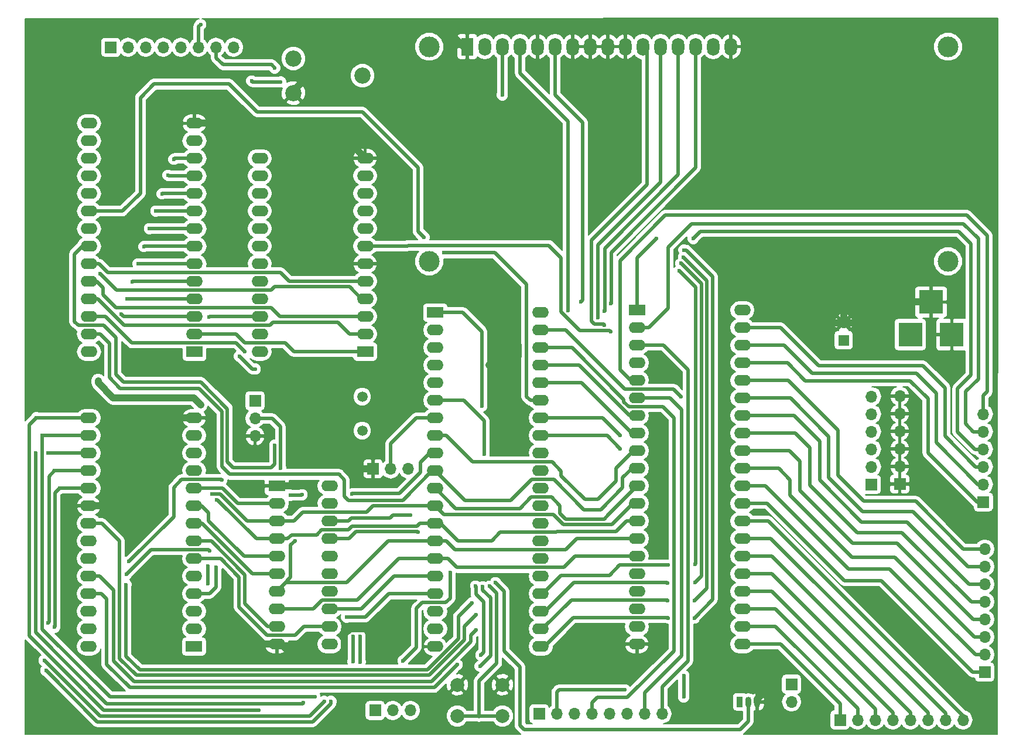
<source format=gtl>
G04 #@! TF.FileFunction,Copper,L1,Top,Signal*
%FSLAX46Y46*%
G04 Gerber Fmt 4.6, Leading zero omitted, Abs format (unit mm)*
G04 Created by KiCad (PCBNEW 4.0.4-stable) date 01/15/23 21:29:53*
%MOMM*%
%LPD*%
G01*
G04 APERTURE LIST*
%ADD10C,0.100000*%
%ADD11R,1.600000X1.600000*%
%ADD12C,1.600000*%
%ADD13R,3.500000X3.500000*%
%ADD14R,1.800000X2.600000*%
%ADD15O,1.800000X2.600000*%
%ADD16C,3.000000*%
%ADD17R,1.700000X1.700000*%
%ADD18O,1.700000X1.700000*%
%ADD19O,0.900000X1.500000*%
%ADD20R,0.900000X1.500000*%
%ADD21C,2.340000*%
%ADD22C,2.000000*%
%ADD23R,2.400000X1.600000*%
%ADD24O,2.400000X1.600000*%
%ADD25C,1.500000*%
%ADD26C,1.000000*%
%ADD27C,0.600000*%
%ADD28C,1.000000*%
%ADD29C,0.500000*%
%ADD30C,0.200000*%
G04 APERTURE END LIST*
D10*
D11*
X145008600Y-95504000D03*
D12*
X145008600Y-93004000D03*
D13*
X154635200Y-94691200D03*
X160635200Y-94691200D03*
X157635200Y-89991200D03*
D14*
X90576400Y-53086000D03*
D15*
X93116400Y-53086000D03*
X95656400Y-53086000D03*
X98196400Y-53086000D03*
X100736400Y-53086000D03*
X103276400Y-53086000D03*
X105816400Y-53086000D03*
X108356400Y-53086000D03*
X110896400Y-53086000D03*
X113436400Y-53086000D03*
X115976400Y-53086000D03*
X118516400Y-53086000D03*
X121056400Y-53086000D03*
X123596400Y-53086000D03*
X126136400Y-53086000D03*
X128676400Y-53086000D03*
D16*
X85077300Y-53086000D03*
X85077300Y-84086700D03*
X160075880Y-84086700D03*
X160076400Y-53086000D03*
D17*
X153111200Y-116281200D03*
D18*
X153111200Y-113741200D03*
X153111200Y-111201200D03*
X153111200Y-108661200D03*
X153111200Y-106121200D03*
X153111200Y-103581200D03*
D17*
X149021800Y-116332000D03*
D18*
X149021800Y-113792000D03*
X149021800Y-111252000D03*
X149021800Y-108712000D03*
X149021800Y-106172000D03*
X149021800Y-103632000D03*
D17*
X39014400Y-53187600D03*
D18*
X41554400Y-53187600D03*
X44094400Y-53187600D03*
X46634400Y-53187600D03*
X49174400Y-53187600D03*
X51714400Y-53187600D03*
X54254400Y-53187600D03*
X56794400Y-53187600D03*
D17*
X100965000Y-149479000D03*
D18*
X103505000Y-149479000D03*
X106045000Y-149479000D03*
X108585000Y-149479000D03*
X111125000Y-149479000D03*
X113665000Y-149479000D03*
X116205000Y-149479000D03*
X118745000Y-149479000D03*
D17*
X77266800Y-148996400D03*
D18*
X79806800Y-148996400D03*
X82346800Y-148996400D03*
D17*
X76962000Y-114096800D03*
D18*
X79502000Y-114096800D03*
X82042000Y-114096800D03*
D17*
X137464800Y-145211800D03*
D18*
X137464800Y-147751800D03*
D17*
X59893200Y-104267000D03*
D18*
X59893200Y-106807000D03*
X59893200Y-109347000D03*
D17*
X144475200Y-150368000D03*
D18*
X147015200Y-150368000D03*
X149555200Y-150368000D03*
X152095200Y-150368000D03*
X154635200Y-150368000D03*
X157175200Y-150368000D03*
X159715200Y-150368000D03*
X162255200Y-150368000D03*
D17*
X165404800Y-143459200D03*
D18*
X165404800Y-140919200D03*
X165404800Y-138379200D03*
X165404800Y-135839200D03*
X165404800Y-133299200D03*
X165404800Y-130759200D03*
X165404800Y-128219200D03*
X165404800Y-125679200D03*
D17*
X165201600Y-118872000D03*
D18*
X165201600Y-116332000D03*
X165201600Y-113792000D03*
X165201600Y-111252000D03*
X165201600Y-108712000D03*
X165201600Y-106172000D03*
D19*
X131241800Y-147777200D03*
X132511800Y-147777200D03*
D20*
X129971800Y-147777200D03*
D21*
X65430400Y-54791600D03*
X75430400Y-57291600D03*
X65430400Y-59791600D03*
D22*
X89154000Y-149788000D03*
X89154000Y-145288000D03*
X95654000Y-149788000D03*
X95654000Y-145288000D03*
D23*
X85953600Y-91516200D03*
D24*
X101193600Y-139776200D03*
X85953600Y-94056200D03*
X101193600Y-137236200D03*
X85953600Y-96596200D03*
X101193600Y-134696200D03*
X85953600Y-99136200D03*
X101193600Y-132156200D03*
X85953600Y-101676200D03*
X101193600Y-129616200D03*
X85953600Y-104216200D03*
X101193600Y-127076200D03*
X85953600Y-106756200D03*
X101193600Y-124536200D03*
X85953600Y-109296200D03*
X101193600Y-121996200D03*
X85953600Y-111836200D03*
X101193600Y-119456200D03*
X85953600Y-114376200D03*
X101193600Y-116916200D03*
X85953600Y-116916200D03*
X101193600Y-114376200D03*
X85953600Y-119456200D03*
X101193600Y-111836200D03*
X85953600Y-121996200D03*
X101193600Y-109296200D03*
X85953600Y-124536200D03*
X101193600Y-106756200D03*
X85953600Y-127076200D03*
X101193600Y-104216200D03*
X85953600Y-129616200D03*
X101193600Y-101676200D03*
X85953600Y-132156200D03*
X101193600Y-99136200D03*
X85953600Y-134696200D03*
X101193600Y-96596200D03*
X85953600Y-137236200D03*
X101193600Y-94056200D03*
X85953600Y-139776200D03*
X101193600Y-91516200D03*
D23*
X63042800Y-116560600D03*
D24*
X70662800Y-139420600D03*
X63042800Y-119100600D03*
X70662800Y-136880600D03*
X63042800Y-121640600D03*
X70662800Y-134340600D03*
X63042800Y-124180600D03*
X70662800Y-131800600D03*
X63042800Y-126720600D03*
X70662800Y-129260600D03*
X63042800Y-129260600D03*
X70662800Y-126720600D03*
X63042800Y-131800600D03*
X70662800Y-124180600D03*
X63042800Y-134340600D03*
X70662800Y-121640600D03*
X63042800Y-136880600D03*
X70662800Y-119100600D03*
X63042800Y-139420600D03*
X70662800Y-116560600D03*
D23*
X51079400Y-139750800D03*
D24*
X35839400Y-106730800D03*
X51079400Y-137210800D03*
X35839400Y-109270800D03*
X51079400Y-134670800D03*
X35839400Y-111810800D03*
X51079400Y-132130800D03*
X35839400Y-114350800D03*
X51079400Y-129590800D03*
X35839400Y-116890800D03*
X51079400Y-127050800D03*
X35839400Y-119430800D03*
X51079400Y-124510800D03*
X35839400Y-121970800D03*
X51079400Y-121970800D03*
X35839400Y-124510800D03*
X51079400Y-119430800D03*
X35839400Y-127050800D03*
X51079400Y-116890800D03*
X35839400Y-129590800D03*
X51079400Y-114350800D03*
X35839400Y-132130800D03*
X51079400Y-111810800D03*
X35839400Y-134670800D03*
X51079400Y-109270800D03*
X35839400Y-137210800D03*
X51079400Y-106730800D03*
X35839400Y-139750800D03*
D23*
X51130200Y-97180400D03*
D24*
X35890200Y-64160400D03*
X51130200Y-94640400D03*
X35890200Y-66700400D03*
X51130200Y-92100400D03*
X35890200Y-69240400D03*
X51130200Y-89560400D03*
X35890200Y-71780400D03*
X51130200Y-87020400D03*
X35890200Y-74320400D03*
X51130200Y-84480400D03*
X35890200Y-76860400D03*
X51130200Y-81940400D03*
X35890200Y-79400400D03*
X51130200Y-79400400D03*
X35890200Y-81940400D03*
X51130200Y-76860400D03*
X35890200Y-84480400D03*
X51130200Y-74320400D03*
X35890200Y-87020400D03*
X51130200Y-71780400D03*
X35890200Y-89560400D03*
X51130200Y-69240400D03*
X35890200Y-92100400D03*
X51130200Y-66700400D03*
X35890200Y-94640400D03*
X51130200Y-64160400D03*
X35890200Y-97180400D03*
D23*
X75819000Y-97155000D03*
D24*
X60579000Y-69215000D03*
X75819000Y-94615000D03*
X60579000Y-71755000D03*
X75819000Y-92075000D03*
X60579000Y-74295000D03*
X75819000Y-89535000D03*
X60579000Y-76835000D03*
X75819000Y-86995000D03*
X60579000Y-79375000D03*
X75819000Y-84455000D03*
X60579000Y-81915000D03*
X75819000Y-81915000D03*
X60579000Y-84455000D03*
X75819000Y-79375000D03*
X60579000Y-86995000D03*
X75819000Y-76835000D03*
X60579000Y-89535000D03*
X75819000Y-74295000D03*
X60579000Y-92075000D03*
X75819000Y-71755000D03*
X60579000Y-94615000D03*
X75819000Y-69215000D03*
X60579000Y-97155000D03*
D23*
X115112800Y-91160600D03*
D24*
X130352800Y-139420600D03*
X115112800Y-93700600D03*
X130352800Y-136880600D03*
X115112800Y-96240600D03*
X130352800Y-134340600D03*
X115112800Y-98780600D03*
X130352800Y-131800600D03*
X115112800Y-101320600D03*
X130352800Y-129260600D03*
X115112800Y-103860600D03*
X130352800Y-126720600D03*
X115112800Y-106400600D03*
X130352800Y-124180600D03*
X115112800Y-108940600D03*
X130352800Y-121640600D03*
X115112800Y-111480600D03*
X130352800Y-119100600D03*
X115112800Y-114020600D03*
X130352800Y-116560600D03*
X115112800Y-116560600D03*
X130352800Y-114020600D03*
X115112800Y-119100600D03*
X130352800Y-111480600D03*
X115112800Y-121640600D03*
X130352800Y-108940600D03*
X115112800Y-124180600D03*
X130352800Y-106400600D03*
X115112800Y-126720600D03*
X130352800Y-103860600D03*
X115112800Y-129260600D03*
X130352800Y-101320600D03*
X115112800Y-131800600D03*
X130352800Y-98780600D03*
X115112800Y-134340600D03*
X130352800Y-96240600D03*
X115112800Y-136880600D03*
X130352800Y-93700600D03*
X115112800Y-139420600D03*
X130352800Y-91160600D03*
D25*
X75387200Y-108559600D03*
X75387200Y-103659600D03*
D26*
X69342000Y-99364800D03*
X54533800Y-100406200D03*
X96291400Y-99212400D03*
X45491400Y-137134600D03*
X134620000Y-141554200D03*
X142468600Y-97612200D03*
X96291400Y-129870200D03*
X99441000Y-146227800D03*
X76504800Y-137210800D03*
X68046600Y-116560600D03*
X65430400Y-107264200D03*
X66344800Y-113385600D03*
X97002600Y-88620600D03*
X139598400Y-85826600D03*
X93690398Y-99085400D03*
X97967800Y-96189800D03*
X118186200Y-114122200D03*
X118237000Y-108508800D03*
X118237000Y-100584000D03*
X118186200Y-97459800D03*
X127533400Y-95783400D03*
X37211000Y-101422200D03*
X52019200Y-104825800D03*
D27*
X94665800Y-130530600D03*
X95631000Y-60096400D03*
X105130600Y-91186000D03*
X107035600Y-89916000D03*
X110413800Y-93319600D03*
X109474000Y-92227400D03*
X110413800Y-91313000D03*
X111302800Y-90246200D03*
X52019200Y-49885600D03*
X62763400Y-56159400D03*
X63601600Y-58166000D03*
X59410600Y-58064400D03*
X92430600Y-142595600D03*
X92811600Y-131114800D03*
X93014800Y-111988600D03*
X113385600Y-146024600D03*
X121488200Y-103657400D03*
X92557600Y-140970000D03*
X91795600Y-131038600D03*
X92659200Y-105054400D03*
X112649000Y-109245400D03*
X121869200Y-147015200D03*
X121869200Y-143992600D03*
X112699800Y-111201200D03*
X88112600Y-129108200D03*
X81305400Y-141833600D03*
X57658000Y-97840800D03*
X59918600Y-99669600D03*
X41656000Y-127482600D03*
X55092600Y-115722400D03*
X63576200Y-113995200D03*
X123228100Y-80810100D03*
X117932200Y-80822800D03*
X93827600Y-131038600D03*
X89128600Y-142392400D03*
X119634000Y-135636000D03*
X123393200Y-135636000D03*
X121920000Y-82473800D03*
X91821000Y-137363200D03*
X119557800Y-133096000D03*
X123418600Y-133096000D03*
X121843800Y-83515200D03*
X91821000Y-135153400D03*
X119507000Y-130556000D03*
X123520200Y-130479800D03*
X121462800Y-84404200D03*
X41249600Y-130835400D03*
X91236800Y-133451600D03*
X119583200Y-127990600D03*
X123545600Y-127863600D03*
X121259600Y-85496400D03*
X111302800Y-94259400D03*
X62763400Y-110693200D03*
X41275000Y-129336800D03*
X53365400Y-125958600D03*
X64998600Y-117881400D03*
X66675000Y-117830600D03*
X73863200Y-117729000D03*
X47294800Y-71678800D03*
X53670200Y-117754400D03*
X48158400Y-69342000D03*
X54381400Y-118541800D03*
X65684400Y-124485400D03*
X60426600Y-148945600D03*
X28295600Y-106705400D03*
X84328000Y-80645000D03*
X87172800Y-82880200D03*
X68554600Y-147040600D03*
X29133800Y-109270800D03*
X28194000Y-111836200D03*
X66878200Y-147904200D03*
X29997400Y-111836200D03*
X73126600Y-135534400D03*
X29946600Y-136372600D03*
X29413200Y-141808200D03*
X69900800Y-147701000D03*
X74041000Y-141935200D03*
X74041000Y-138303000D03*
X30886400Y-114376200D03*
X83489800Y-123266200D03*
X30886400Y-136982200D03*
X29667200Y-143205200D03*
X70866000Y-147701000D03*
X75107800Y-141986000D03*
X75057000Y-138303000D03*
X31673800Y-116865400D03*
X82346800Y-120777000D03*
X46456600Y-74345800D03*
X42976800Y-84480400D03*
X45567600Y-76860400D03*
X42138600Y-87071200D03*
X44627800Y-79400400D03*
X41351200Y-89535000D03*
X54254400Y-128346200D03*
X43840400Y-81965800D03*
X53086000Y-130708400D03*
X53086000Y-128143000D03*
X40538400Y-91770200D03*
X53263800Y-92125800D03*
X37515800Y-85928200D03*
X58420000Y-97180400D03*
D28*
X67437000Y-99364800D02*
X69342000Y-99364800D01*
X65455800Y-101346000D02*
X67437000Y-99364800D01*
X55473600Y-101346000D02*
X65455800Y-101346000D01*
X54533800Y-100406200D02*
X55473600Y-101346000D01*
X96291400Y-99187000D02*
X96570800Y-99187000D01*
X96291400Y-99212400D02*
X96291400Y-99187000D01*
X60731400Y-139420600D02*
X63042800Y-139420600D01*
X58267600Y-141884400D02*
X60731400Y-139420600D01*
X46761400Y-141884400D02*
X58267600Y-141884400D01*
X45542200Y-140665200D02*
X46761400Y-141884400D01*
X45542200Y-137185400D02*
X45542200Y-140665200D01*
X45491400Y-137134600D02*
X45542200Y-137185400D01*
X132511800Y-147777200D02*
X132511800Y-147370800D01*
X132511800Y-147370800D02*
X134620000Y-145262600D01*
X134620000Y-145262600D02*
X134620000Y-141554200D01*
X142468600Y-97612200D02*
X142468600Y-93497400D01*
X142468600Y-93497400D02*
X142962000Y-93004000D01*
X142962000Y-93004000D02*
X145008600Y-93004000D01*
X98018600Y-131597400D02*
X96291400Y-129870200D01*
X98018600Y-140538200D02*
X98018600Y-131597400D01*
X99517200Y-142036800D02*
X98018600Y-140538200D01*
X99517200Y-146151600D02*
X99517200Y-142036800D01*
X99441000Y-146227800D02*
X99517200Y-146151600D01*
X63042800Y-139420600D02*
X63677800Y-139420600D01*
X63677800Y-139420600D02*
X65963800Y-141706600D01*
X65963800Y-141706600D02*
X71780400Y-141706600D01*
X71780400Y-141706600D02*
X72821800Y-140665200D01*
X72821800Y-140665200D02*
X72821800Y-137998200D01*
X72821800Y-137998200D02*
X73609200Y-137210800D01*
X73609200Y-137210800D02*
X76504800Y-137210800D01*
X63042800Y-116560600D02*
X68046600Y-116560600D01*
X76962000Y-114096800D02*
X73634600Y-114096800D01*
X72923400Y-113385600D02*
X66344800Y-113385600D01*
X73634600Y-114096800D02*
X72923400Y-113385600D01*
X65430400Y-112471200D02*
X65430400Y-107264200D01*
X66344800Y-113385600D02*
X65430400Y-112471200D01*
X51130200Y-64160400D02*
X53492400Y-64160400D01*
X72491600Y-65887600D02*
X75819000Y-69215000D01*
X55219600Y-65887600D02*
X72491600Y-65887600D01*
X53492400Y-64160400D02*
X55219600Y-65887600D01*
X51079400Y-106730800D02*
X40640000Y-106730800D01*
X37490400Y-119430800D02*
X35839400Y-119430800D01*
X38176200Y-118745000D02*
X37490400Y-119430800D01*
X38176200Y-109194600D02*
X38176200Y-118745000D01*
X40640000Y-106730800D02*
X38176200Y-109194600D01*
X139649200Y-88366600D02*
X139649200Y-85877400D01*
X96164400Y-94386400D02*
X97967800Y-96189800D01*
X96164400Y-89458800D02*
X96164400Y-94386400D01*
X97002600Y-88620600D02*
X96164400Y-89458800D01*
X139649200Y-85877400D02*
X139598400Y-85826600D01*
X93791998Y-99187000D02*
X96570800Y-99187000D01*
X93690398Y-99085400D02*
X93791998Y-99187000D01*
X96570800Y-99187000D02*
X97967800Y-97790000D01*
X97967800Y-97790000D02*
X97967800Y-96189800D01*
X118186200Y-114122200D02*
X118237000Y-114071400D01*
X118237000Y-114071400D02*
X118237000Y-108508800D01*
X118237000Y-100584000D02*
X118186200Y-100533200D01*
X118186200Y-100533200D02*
X118186200Y-97459800D01*
X145008600Y-91160600D02*
X145008600Y-93004000D01*
X142214600Y-88366600D02*
X145008600Y-91160600D01*
X130302000Y-88366600D02*
X139649200Y-88366600D01*
X139649200Y-88366600D02*
X142214600Y-88366600D01*
X127762000Y-90906600D02*
X130302000Y-88366600D01*
X127762000Y-95554800D02*
X127762000Y-90906600D01*
X127533400Y-95783400D02*
X127762000Y-95554800D01*
X65430400Y-59791600D02*
X65430400Y-59486800D01*
X65430400Y-59486800D02*
X74320400Y-50596800D01*
X74320400Y-50596800D02*
X87553800Y-50596800D01*
X87553800Y-50596800D02*
X90043000Y-53086000D01*
X90043000Y-53086000D02*
X90576400Y-53086000D01*
X157635200Y-89991200D02*
X149429200Y-89991200D01*
X146416400Y-93004000D02*
X145008600Y-93004000D01*
X149429200Y-89991200D02*
X146416400Y-93004000D01*
X37211000Y-101650800D02*
X37211000Y-101422200D01*
X39395400Y-103835200D02*
X37211000Y-101650800D01*
X51028600Y-103835200D02*
X39395400Y-103835200D01*
X52019200Y-104825800D02*
X51028600Y-103835200D01*
D29*
X131241800Y-150545800D02*
X131241800Y-147777200D01*
X130022600Y-151765000D02*
X131241800Y-150545800D01*
X98806000Y-151765000D02*
X130022600Y-151765000D01*
X98171000Y-151130000D02*
X98806000Y-151765000D01*
X98171000Y-142722600D02*
X98171000Y-151130000D01*
X95885000Y-140436600D02*
X98171000Y-142722600D01*
X95885000Y-131749800D02*
X95885000Y-140436600D01*
X94665800Y-130530600D02*
X95885000Y-131749800D01*
X95656400Y-60071000D02*
X95656400Y-53086000D01*
X95631000Y-60096400D02*
X95656400Y-60071000D01*
X98196400Y-56896000D02*
X98196400Y-53086000D01*
X105156000Y-63855600D02*
X98196400Y-56896000D01*
X105156000Y-91160600D02*
X105156000Y-63855600D01*
X105130600Y-91186000D02*
X105156000Y-91160600D01*
X103276400Y-60071000D02*
X103276400Y-53086000D01*
X107264200Y-64058800D02*
X103276400Y-60071000D01*
X107264200Y-89687400D02*
X107264200Y-64058800D01*
X107035600Y-89916000D02*
X107264200Y-89687400D01*
X116611400Y-72999600D02*
X116611400Y-53721000D01*
X108508800Y-81102200D02*
X116611400Y-72999600D01*
X108508800Y-92735400D02*
X108508800Y-81102200D01*
X108966000Y-93192600D02*
X108508800Y-92735400D01*
X110286800Y-93192600D02*
X108966000Y-93192600D01*
X110413800Y-93319600D02*
X110286800Y-93192600D01*
X116611400Y-53721000D02*
X115976400Y-53086000D01*
X118516400Y-72720200D02*
X118516400Y-53086000D01*
X109499400Y-81737200D02*
X118516400Y-72720200D01*
X109499400Y-92202000D02*
X109499400Y-81737200D01*
X109474000Y-92227400D02*
X109499400Y-92202000D01*
X121056400Y-71602600D02*
X121056400Y-53086000D01*
X110439200Y-82219800D02*
X121056400Y-71602600D01*
X110439200Y-91287600D02*
X110439200Y-82219800D01*
X110413800Y-91313000D02*
X110439200Y-91287600D01*
X123596400Y-70586600D02*
X123596400Y-53086000D01*
X111379000Y-82804000D02*
X123596400Y-70586600D01*
X111379000Y-90170000D02*
X111379000Y-82804000D01*
X111302800Y-90246200D02*
X111379000Y-90170000D01*
X52019200Y-49885600D02*
X51714400Y-50190400D01*
X51714400Y-50190400D02*
X51714400Y-53187600D01*
X62763400Y-56159400D02*
X62306200Y-55702200D01*
X62306200Y-55702200D02*
X55245000Y-55702200D01*
X55245000Y-55702200D02*
X54254400Y-54711600D01*
X54254400Y-54711600D02*
X54254400Y-53187600D01*
X59512200Y-58166000D02*
X63601600Y-58166000D01*
X59410600Y-58064400D02*
X59512200Y-58166000D01*
X85953600Y-104216200D02*
X90093800Y-104216200D01*
X93929200Y-141097000D02*
X92430600Y-142595600D01*
X93929200Y-132689600D02*
X93929200Y-141097000D01*
X92811600Y-131572000D02*
X93929200Y-132689600D01*
X92811600Y-131114800D02*
X92811600Y-131572000D01*
X93014800Y-107137200D02*
X93014800Y-111988600D01*
X90093800Y-104216200D02*
X93014800Y-107137200D01*
X101193600Y-94056200D02*
X104825800Y-94056200D01*
X103505000Y-146354800D02*
X103505000Y-149479000D01*
X103835200Y-146024600D02*
X103505000Y-146354800D01*
X113385600Y-146024600D02*
X103835200Y-146024600D01*
X120421400Y-102590600D02*
X121488200Y-103657400D01*
X113360200Y-102590600D02*
X120421400Y-102590600D01*
X104825800Y-94056200D02*
X113360200Y-102590600D01*
X85953600Y-91516200D02*
X89941400Y-91516200D01*
X92938600Y-140589000D02*
X92557600Y-140970000D01*
X92938600Y-133324600D02*
X92938600Y-140589000D01*
X91821000Y-132207000D02*
X92938600Y-133324600D01*
X91821000Y-131064000D02*
X91821000Y-132207000D01*
X91795600Y-131038600D02*
X91821000Y-131064000D01*
X92659200Y-94234000D02*
X92659200Y-105054400D01*
X89941400Y-91516200D02*
X92659200Y-94234000D01*
X101193600Y-96596200D02*
X105740200Y-96596200D01*
X108585000Y-147904200D02*
X108585000Y-149479000D01*
X109347000Y-147142200D02*
X108585000Y-147904200D01*
X113715800Y-147142200D02*
X109347000Y-147142200D01*
X120472200Y-140385800D02*
X113715800Y-147142200D01*
X120472200Y-106705400D02*
X120472200Y-140385800D01*
X118897400Y-105130600D02*
X120472200Y-106705400D01*
X113919000Y-105130600D02*
X118897400Y-105130600D01*
X113207800Y-104419400D02*
X113919000Y-105130600D01*
X113207800Y-104063800D02*
X113207800Y-104419400D01*
X105740200Y-96596200D02*
X113207800Y-104063800D01*
X101193600Y-106756200D02*
X110159800Y-106756200D01*
X110159800Y-106756200D02*
X112649000Y-109245400D01*
X101193600Y-109296200D02*
X110794800Y-109296200D01*
X121869200Y-143992600D02*
X121869200Y-147015200D01*
X110794800Y-109296200D02*
X112699800Y-111201200D01*
X115112800Y-103860600D02*
X119837200Y-103860600D01*
X116205000Y-146431000D02*
X116205000Y-149479000D01*
X121539000Y-141097000D02*
X116205000Y-146431000D01*
X121539000Y-105562400D02*
X121539000Y-141097000D01*
X119837200Y-103860600D02*
X121539000Y-105562400D01*
X118745000Y-149479000D02*
X118745000Y-145592800D01*
X118973600Y-96240600D02*
X115112800Y-96240600D01*
X122504200Y-99771200D02*
X118973600Y-96240600D01*
X122504200Y-141833600D02*
X122504200Y-99771200D01*
X118745000Y-145592800D02*
X122504200Y-141833600D01*
X88112600Y-132791200D02*
X88112600Y-129108200D01*
X87477600Y-133426200D02*
X88112600Y-132791200D01*
X84048600Y-133426200D02*
X87477600Y-133426200D01*
X83210400Y-134264400D02*
X84048600Y-133426200D01*
X83210400Y-139928600D02*
X83210400Y-134264400D01*
X81305400Y-141833600D02*
X83210400Y-139928600D01*
X115112800Y-116560600D02*
X110998000Y-120675400D01*
X88900000Y-119811800D02*
X86004400Y-116916200D01*
X98171000Y-119811800D02*
X88900000Y-119811800D01*
X99796600Y-118186200D02*
X98171000Y-119811800D01*
X102768400Y-118186200D02*
X99796600Y-118186200D01*
X103987600Y-119405400D02*
X102768400Y-118186200D01*
X103987600Y-120497600D02*
X103987600Y-119405400D01*
X104825800Y-121335800D02*
X103987600Y-120497600D01*
X110363000Y-121335800D02*
X104825800Y-121335800D01*
X110998000Y-120700800D02*
X110363000Y-121335800D01*
X110998000Y-120675400D02*
X110998000Y-120700800D01*
X86004400Y-116916200D02*
X85953600Y-116916200D01*
X85953600Y-106756200D02*
X83210400Y-106756200D01*
X79502000Y-110464600D02*
X79502000Y-114096800D01*
X83210400Y-106756200D02*
X79502000Y-110464600D01*
X57658000Y-97840800D02*
X59486800Y-99669600D01*
X59486800Y-99669600D02*
X59918600Y-99669600D01*
X59893200Y-106807000D02*
X62357000Y-106807000D01*
X48133000Y-121005600D02*
X41656000Y-127482600D01*
X48133000Y-116789200D02*
X48133000Y-121005600D01*
X49301400Y-115620800D02*
X48133000Y-116789200D01*
X54991000Y-115620800D02*
X49301400Y-115620800D01*
X55092600Y-115722400D02*
X54991000Y-115620800D01*
X63576200Y-108026200D02*
X63576200Y-113995200D01*
X62357000Y-106807000D02*
X63576200Y-108026200D01*
X130352800Y-139420600D02*
X135839200Y-139420600D01*
X144475200Y-148056600D02*
X144475200Y-150368000D01*
X135839200Y-139420600D02*
X144475200Y-148056600D01*
X130352800Y-136880600D02*
X135153400Y-136880600D01*
X147015200Y-148742400D02*
X147015200Y-150368000D01*
X135153400Y-136880600D02*
X147015200Y-148742400D01*
X130352800Y-134340600D02*
X135077200Y-134340600D01*
X149555200Y-148818600D02*
X149555200Y-150368000D01*
X135077200Y-134340600D02*
X149555200Y-148818600D01*
X130352800Y-131800600D02*
X134594600Y-131800600D01*
X152095200Y-149301200D02*
X152095200Y-150368000D01*
X134594600Y-131800600D02*
X152095200Y-149301200D01*
X130352800Y-129260600D02*
X134594600Y-129260600D01*
X154635200Y-149301200D02*
X154635200Y-150368000D01*
X134594600Y-129260600D02*
X154635200Y-149301200D01*
X130352800Y-126720600D02*
X134594600Y-126720600D01*
X157175200Y-149301200D02*
X157175200Y-150368000D01*
X134594600Y-126720600D02*
X157175200Y-149301200D01*
X130352800Y-124180600D02*
X134467600Y-124180600D01*
X159715200Y-149428200D02*
X159715200Y-150368000D01*
X134467600Y-124180600D02*
X159715200Y-149428200D01*
X130352800Y-121640600D02*
X134086600Y-121640600D01*
X134086600Y-121640600D02*
X162255200Y-149809200D01*
X162255200Y-149809200D02*
X162255200Y-150368000D01*
X165404800Y-143459200D02*
X163626800Y-143459200D01*
X133959600Y-119100600D02*
X130352800Y-119100600D01*
X145110200Y-130251200D02*
X133959600Y-119100600D01*
X150418800Y-130251200D02*
X145110200Y-130251200D01*
X163626800Y-143459200D02*
X150418800Y-130251200D01*
X165404800Y-140919200D02*
X164033200Y-140919200D01*
X133705600Y-116560600D02*
X130352800Y-116560600D01*
X145694400Y-128549400D02*
X133705600Y-116560600D01*
X151663400Y-128549400D02*
X145694400Y-128549400D01*
X164033200Y-140919200D02*
X151663400Y-128549400D01*
X165404800Y-138379200D02*
X163906200Y-138379200D01*
X135610600Y-114020600D02*
X130352800Y-114020600D01*
X137261600Y-115671600D02*
X135610600Y-114020600D01*
X137261600Y-117881400D02*
X137261600Y-115671600D01*
X146227800Y-126847600D02*
X137261600Y-117881400D01*
X152374600Y-126847600D02*
X146227800Y-126847600D01*
X163906200Y-138379200D02*
X152374600Y-126847600D01*
X165404800Y-135839200D02*
X163753800Y-135839200D01*
X137160000Y-111480600D02*
X130352800Y-111480600D01*
X138684000Y-113004600D02*
X137160000Y-111480600D01*
X138684000Y-117246400D02*
X138684000Y-113004600D01*
X146253200Y-124815600D02*
X138684000Y-117246400D01*
X152730200Y-124815600D02*
X146253200Y-124815600D01*
X163753800Y-135839200D02*
X152730200Y-124815600D01*
X165404800Y-133299200D02*
X163449000Y-133299200D01*
X137998200Y-108940600D02*
X130352800Y-108940600D01*
X140106400Y-111048800D02*
X137998200Y-108940600D01*
X140106400Y-116459000D02*
X140106400Y-111048800D01*
X146939000Y-123291600D02*
X140106400Y-116459000D01*
X153441400Y-123291600D02*
X146939000Y-123291600D01*
X163449000Y-133299200D02*
X153441400Y-123291600D01*
X165404800Y-130759200D02*
X163118800Y-130759200D01*
X137820400Y-106400600D02*
X130352800Y-106400600D01*
X141554200Y-110134400D02*
X137820400Y-106400600D01*
X141554200Y-115722400D02*
X141554200Y-110134400D01*
X147599400Y-121767600D02*
X141554200Y-115722400D01*
X154127200Y-121767600D02*
X147599400Y-121767600D01*
X163118800Y-130759200D02*
X154127200Y-121767600D01*
X165404800Y-128219200D02*
X162966400Y-128219200D01*
X137287000Y-103860600D02*
X130352800Y-103860600D01*
X142824200Y-109397800D02*
X137287000Y-103860600D01*
X142824200Y-115392200D02*
X142824200Y-109397800D01*
X147701000Y-120269000D02*
X142824200Y-115392200D01*
X155016200Y-120269000D02*
X147701000Y-120269000D01*
X162966400Y-128219200D02*
X155016200Y-120269000D01*
X165404800Y-125679200D02*
X162306000Y-125679200D01*
X136982200Y-101320600D02*
X130352800Y-101320600D01*
X144195800Y-108534200D02*
X136982200Y-101320600D01*
X144195800Y-115036600D02*
X144195800Y-108534200D01*
X147929600Y-118770400D02*
X144195800Y-115036600D01*
X155397200Y-118770400D02*
X147929600Y-118770400D01*
X162306000Y-125679200D02*
X155397200Y-118770400D01*
X165201600Y-118872000D02*
X164287200Y-118872000D01*
X136906000Y-98780600D02*
X130352800Y-98780600D01*
X139471400Y-101346000D02*
X136906000Y-98780600D01*
X154584400Y-101346000D02*
X139471400Y-101346000D01*
X157175200Y-103936800D02*
X154584400Y-101346000D01*
X157175200Y-111760000D02*
X157175200Y-103936800D01*
X164287200Y-118872000D02*
X157175200Y-111760000D01*
X165201600Y-116332000D02*
X164439600Y-116332000D01*
X164439600Y-116332000D02*
X158369000Y-110261400D01*
X158369000Y-110261400D02*
X158369000Y-103149400D01*
X158369000Y-103149400D02*
X155524200Y-100304600D01*
X155524200Y-100304600D02*
X140436600Y-100304600D01*
X140436600Y-100304600D02*
X136372600Y-96240600D01*
X136372600Y-96240600D02*
X130352800Y-96240600D01*
X165201600Y-113792000D02*
X164084000Y-113792000D01*
X135864600Y-93700600D02*
X130352800Y-93700600D01*
X141351000Y-99187000D02*
X135864600Y-93700600D01*
X156464000Y-99187000D02*
X141351000Y-99187000D01*
X159639000Y-102362000D02*
X156464000Y-99187000D01*
X159639000Y-109347000D02*
X159639000Y-102362000D01*
X164084000Y-113792000D02*
X159639000Y-109347000D01*
X115112800Y-83642200D02*
X115112800Y-91160600D01*
X117932200Y-80822800D02*
X115112800Y-83642200D01*
X165201600Y-111252000D02*
X163957000Y-111252000D01*
X124282200Y-79756000D02*
X123228100Y-80810100D01*
X161620200Y-79756000D02*
X124282200Y-79756000D01*
X163398200Y-81534000D02*
X161620200Y-79756000D01*
X163398200Y-100558600D02*
X163398200Y-81534000D01*
X161442400Y-102514400D02*
X163398200Y-100558600D01*
X161442400Y-108737400D02*
X161442400Y-102514400D01*
X163957000Y-111252000D02*
X161442400Y-108737400D01*
X115112800Y-93700600D02*
X116840000Y-93700600D01*
X163753800Y-108712000D02*
X165201600Y-108712000D01*
X162610800Y-107569000D02*
X163753800Y-108712000D01*
X162610800Y-102946200D02*
X162610800Y-107569000D01*
X164465000Y-101092000D02*
X162610800Y-102946200D01*
X164465000Y-80822800D02*
X164465000Y-101092000D01*
X162331400Y-78689200D02*
X164465000Y-80822800D01*
X123037600Y-78689200D02*
X162331400Y-78689200D01*
X119659400Y-82067400D02*
X123037600Y-78689200D01*
X119659400Y-90881200D02*
X119659400Y-82067400D01*
X116840000Y-93700600D02*
X119659400Y-90881200D01*
X115112800Y-101320600D02*
X114223800Y-101320600D01*
X114223800Y-101320600D02*
X112649000Y-99745800D01*
X112649000Y-99745800D02*
X112649000Y-84023200D01*
X112649000Y-84023200D02*
X119227600Y-77444600D01*
X119227600Y-77444600D02*
X162788600Y-77444600D01*
X162788600Y-77444600D02*
X165735000Y-80391000D01*
X165735000Y-80391000D02*
X165735000Y-102946200D01*
X165735000Y-102946200D02*
X165201600Y-103479600D01*
X165201600Y-103479600D02*
X165201600Y-106172000D01*
X89154000Y-149788000D02*
X92375600Y-149788000D01*
X92375600Y-149788000D02*
X92278200Y-149885400D01*
X92375600Y-149788000D02*
X95654000Y-149788000D01*
X92278200Y-149885400D02*
X92375600Y-149788000D01*
X92278200Y-144729200D02*
X92278200Y-149885400D01*
X94843600Y-142163800D02*
X92278200Y-144729200D01*
X94843600Y-132054600D02*
X94843600Y-142163800D01*
X93827600Y-131038600D02*
X94843600Y-132054600D01*
X37693600Y-132130800D02*
X35839400Y-132130800D01*
X38455600Y-132892800D02*
X37693600Y-132130800D01*
X38455600Y-142341600D02*
X38455600Y-132892800D01*
X41808400Y-145694400D02*
X38455600Y-142341600D01*
X85826600Y-145694400D02*
X41808400Y-145694400D01*
X89128600Y-142392400D02*
X85826600Y-145694400D01*
X101193600Y-139776200D02*
X101752400Y-139776200D01*
X101752400Y-139776200D02*
X105918000Y-135610600D01*
X105918000Y-135610600D02*
X119608600Y-135610600D01*
X119608600Y-135610600D02*
X119634000Y-135636000D01*
X123393200Y-135636000D02*
X126060200Y-132969000D01*
X126060200Y-132969000D02*
X126060200Y-86309200D01*
X126060200Y-86309200D02*
X122224800Y-82473800D01*
X122224800Y-82473800D02*
X121920000Y-82473800D01*
X37388800Y-129590800D02*
X35839400Y-129590800D01*
X39446200Y-131648200D02*
X37388800Y-129590800D01*
X39446200Y-141859000D02*
X39446200Y-131648200D01*
X42367200Y-144780000D02*
X39446200Y-141859000D01*
X85394800Y-144780000D02*
X42367200Y-144780000D01*
X91084400Y-139090400D02*
X85394800Y-144780000D01*
X91084400Y-138099800D02*
X91084400Y-139090400D01*
X91821000Y-137363200D02*
X91084400Y-138099800D01*
X101193600Y-137236200D02*
X101447600Y-137236200D01*
X101447600Y-137236200D02*
X105613200Y-133070600D01*
X105613200Y-133070600D02*
X119532400Y-133070600D01*
X119532400Y-133070600D02*
X119557800Y-133096000D01*
X123418600Y-133096000D02*
X125196600Y-131318000D01*
X125196600Y-131318000D02*
X125196600Y-86868000D01*
X125196600Y-86868000D02*
X121843800Y-83515200D01*
X37769800Y-121970800D02*
X35839400Y-121970800D01*
X40284400Y-124485400D02*
X37769800Y-121970800D01*
X40284400Y-141478000D02*
X40284400Y-124485400D01*
X42722800Y-143916400D02*
X40284400Y-141478000D01*
X85039200Y-143916400D02*
X42722800Y-143916400D01*
X90119200Y-138836400D02*
X85039200Y-143916400D01*
X90119200Y-136855200D02*
X90119200Y-138836400D01*
X91821000Y-135153400D02*
X90119200Y-136855200D01*
X101193600Y-134696200D02*
X101828600Y-134696200D01*
X101828600Y-134696200D02*
X105994200Y-130530600D01*
X105994200Y-130530600D02*
X119481600Y-130530600D01*
X119481600Y-130530600D02*
X119507000Y-130556000D01*
X123520200Y-130479800D02*
X124409200Y-129590800D01*
X124409200Y-129590800D02*
X124409200Y-87350600D01*
X124409200Y-87350600D02*
X121462800Y-84404200D01*
X41249600Y-141147800D02*
X41249600Y-130835400D01*
X43230800Y-143129000D02*
X41249600Y-141147800D01*
X84785200Y-143129000D02*
X43230800Y-143129000D01*
X89281000Y-138633200D02*
X84785200Y-143129000D01*
X89281000Y-135407400D02*
X89281000Y-138633200D01*
X91236800Y-133451600D02*
X89281000Y-135407400D01*
X101193600Y-132156200D02*
X101473000Y-132156200D01*
X101473000Y-132156200D02*
X104165400Y-129463800D01*
X104165400Y-129463800D02*
X111150400Y-129463800D01*
X111150400Y-129463800D02*
X112623600Y-127990600D01*
X112623600Y-127990600D02*
X119583200Y-127990600D01*
X123545600Y-127863600D02*
X123596400Y-127812800D01*
X123596400Y-127812800D02*
X123596400Y-87833200D01*
X123596400Y-87833200D02*
X121259600Y-85496400D01*
X111302800Y-94259400D02*
X111150400Y-94107000D01*
X111150400Y-94107000D02*
X106832400Y-94107000D01*
X106832400Y-94107000D02*
X104140000Y-91414600D01*
X104140000Y-91414600D02*
X104140000Y-83566000D01*
X104140000Y-83566000D02*
X102362000Y-81788000D01*
X102362000Y-81788000D02*
X82042000Y-81788000D01*
X82042000Y-81788000D02*
X81915000Y-81915000D01*
X81915000Y-81915000D02*
X75819000Y-81915000D01*
X33807400Y-83058000D02*
X34925000Y-81940400D01*
X33807400Y-92811600D02*
X33807400Y-83058000D01*
X34366200Y-93370400D02*
X33807400Y-92811600D01*
X37998400Y-93370400D02*
X34366200Y-93370400D01*
X39751000Y-95123000D02*
X37998400Y-93370400D01*
X39751000Y-100457000D02*
X39751000Y-95123000D01*
X40868600Y-101574600D02*
X39751000Y-100457000D01*
X52070000Y-101574600D02*
X40868600Y-101574600D01*
X55905400Y-105410000D02*
X52070000Y-101574600D01*
X55905400Y-113106200D02*
X55905400Y-105410000D01*
X56743600Y-113944400D02*
X55905400Y-113106200D01*
X62255400Y-113944400D02*
X56743600Y-113944400D01*
X62763400Y-113436400D02*
X62255400Y-113944400D01*
X62763400Y-110693200D02*
X62763400Y-113436400D01*
X34925000Y-81940400D02*
X35890200Y-81940400D01*
X115112800Y-111480600D02*
X114604800Y-111480600D01*
X114604800Y-111480600D02*
X112090200Y-113995200D01*
X112090200Y-113995200D02*
X112090200Y-115874800D01*
X112090200Y-115874800D02*
X109474000Y-118491000D01*
X109474000Y-118491000D02*
X107594400Y-118491000D01*
X107594400Y-118491000D02*
X104165400Y-115062000D01*
X104165400Y-115062000D02*
X104165400Y-114452400D01*
X104165400Y-114452400D02*
X102819200Y-113106200D01*
X102819200Y-113106200D02*
X99949000Y-113106200D01*
X99949000Y-113106200D02*
X91313000Y-113106200D01*
X91313000Y-113106200D02*
X87503000Y-109296200D01*
X87503000Y-109296200D02*
X85953600Y-109296200D01*
X85953600Y-111836200D02*
X85140800Y-111836200D01*
X85140800Y-111836200D02*
X83820000Y-113157000D01*
X41300400Y-129336800D02*
X41275000Y-129336800D01*
X44856400Y-125780800D02*
X41300400Y-129336800D01*
X53187600Y-125780800D02*
X44856400Y-125780800D01*
X53365400Y-125958600D02*
X53187600Y-125780800D01*
X66624200Y-117881400D02*
X64998600Y-117881400D01*
X66675000Y-117830600D02*
X66624200Y-117881400D01*
X73914000Y-117678200D02*
X73863200Y-117729000D01*
X80746600Y-117678200D02*
X73914000Y-117678200D01*
X83820000Y-114604800D02*
X80746600Y-117678200D01*
X83820000Y-113157000D02*
X83820000Y-114604800D01*
X85953600Y-111836200D02*
X85496400Y-111836200D01*
X85953600Y-114376200D02*
X85496400Y-114376200D01*
X85496400Y-114376200D02*
X81229200Y-118643400D01*
X37515800Y-94640400D02*
X35890200Y-94640400D01*
X38836600Y-95961200D02*
X37515800Y-94640400D01*
X38836600Y-100914200D02*
X38836600Y-95961200D01*
X40411400Y-102489000D02*
X38836600Y-100914200D01*
X51765200Y-102489000D02*
X40411400Y-102489000D01*
X55092600Y-105816400D02*
X51765200Y-102489000D01*
X55092600Y-113766600D02*
X55092600Y-105816400D01*
X56210200Y-114884200D02*
X55092600Y-113766600D01*
X72009000Y-114884200D02*
X56210200Y-114884200D01*
X72821800Y-115697000D02*
X72009000Y-114884200D01*
X72821800Y-118084600D02*
X72821800Y-115697000D01*
X73380600Y-118643400D02*
X72821800Y-118084600D01*
X81229200Y-118643400D02*
X73380600Y-118643400D01*
X85953600Y-114376200D02*
X85547200Y-114376200D01*
X115112800Y-114020600D02*
X114427000Y-114020600D01*
X114427000Y-114020600D02*
X113055400Y-115392200D01*
X113055400Y-115392200D02*
X113055400Y-116814600D01*
X113055400Y-116814600D02*
X109855000Y-120015000D01*
X109855000Y-120015000D02*
X107442000Y-120015000D01*
X107442000Y-120015000D02*
X103073200Y-115646200D01*
X103073200Y-115646200D02*
X99898200Y-115646200D01*
X99898200Y-115646200D02*
X96850200Y-118694200D01*
X96850200Y-118694200D02*
X90271600Y-118694200D01*
X90271600Y-118694200D02*
X85953600Y-114376200D01*
X47396400Y-71780400D02*
X51130200Y-71780400D01*
X47294800Y-71678800D02*
X47396400Y-71780400D01*
X63042800Y-121640600D02*
X58775600Y-121640600D01*
X54889400Y-117754400D02*
X53670200Y-117754400D01*
X58775600Y-121640600D02*
X54889400Y-117754400D01*
X85953600Y-119456200D02*
X76962000Y-119456200D01*
X65532000Y-121640600D02*
X63042800Y-121640600D01*
X66802000Y-120370600D02*
X65532000Y-121640600D01*
X76047600Y-120370600D02*
X66802000Y-120370600D01*
X76962000Y-119456200D02*
X76047600Y-120370600D01*
X115112800Y-119100600D02*
X114528600Y-119100600D01*
X114528600Y-119100600D02*
X111480600Y-122148600D01*
X111480600Y-122148600D02*
X104444800Y-122148600D01*
X104444800Y-122148600D02*
X103022400Y-120726200D01*
X103022400Y-120726200D02*
X87223600Y-120726200D01*
X87223600Y-120726200D02*
X85953600Y-119456200D01*
X85953600Y-121996200D02*
X83693000Y-121996200D01*
X64592200Y-124180600D02*
X63042800Y-124180600D01*
X65151000Y-123621800D02*
X64592200Y-124180600D01*
X68783200Y-123621800D02*
X65151000Y-123621800D01*
X69494400Y-122910600D02*
X68783200Y-123621800D01*
X73355200Y-122910600D02*
X69494400Y-122910600D01*
X73888600Y-122377200D02*
X73355200Y-122910600D01*
X83312000Y-122377200D02*
X73888600Y-122377200D01*
X83693000Y-121996200D02*
X83312000Y-122377200D01*
X48260000Y-69240400D02*
X51130200Y-69240400D01*
X48158400Y-69342000D02*
X48260000Y-69240400D01*
X63042800Y-124180600D02*
X60096400Y-124180600D01*
X60096400Y-124180600D02*
X54457600Y-118541800D01*
X54457600Y-118541800D02*
X54381400Y-118541800D01*
X115112800Y-121640600D02*
X113614200Y-121640600D01*
X89204800Y-124485400D02*
X86715600Y-121996200D01*
X94107000Y-124485400D02*
X89204800Y-124485400D01*
X95326200Y-123266200D02*
X94107000Y-124485400D01*
X103454200Y-123266200D02*
X95326200Y-123266200D01*
X103555800Y-123164600D02*
X103454200Y-123266200D01*
X112090200Y-123164600D02*
X103555800Y-123164600D01*
X113614200Y-121640600D02*
X112090200Y-123164600D01*
X86715600Y-121996200D02*
X85953600Y-121996200D01*
X65049400Y-129768600D02*
X65049400Y-125120400D01*
X65049400Y-125120400D02*
X65684400Y-124485400D01*
X63042800Y-131775200D02*
X65049400Y-129768600D01*
X63042800Y-131800600D02*
X63042800Y-131775200D01*
X85953600Y-124536200D02*
X79146400Y-124536200D01*
X64312800Y-130530600D02*
X63042800Y-131800600D01*
X73152000Y-130530600D02*
X64312800Y-130530600D01*
X79146400Y-124536200D02*
X73152000Y-130530600D01*
X115112800Y-124180600D02*
X106400600Y-124180600D01*
X87553800Y-124536200D02*
X85953600Y-124536200D01*
X88823800Y-125806200D02*
X87553800Y-124536200D01*
X104775000Y-125806200D02*
X88823800Y-125806200D01*
X106400600Y-124180600D02*
X104775000Y-125806200D01*
X27254200Y-107746800D02*
X28295600Y-106705400D01*
X27254200Y-138176000D02*
X27254200Y-107746800D01*
X38023800Y-148945600D02*
X27254200Y-138176000D01*
X38912800Y-148945600D02*
X38023800Y-148945600D01*
X54711600Y-148945600D02*
X38912800Y-148945600D01*
X60426600Y-148945600D02*
X54711600Y-148945600D01*
X28295600Y-106705400D02*
X28321000Y-106730800D01*
X28321000Y-106730800D02*
X35839400Y-106730800D01*
X85953600Y-127076200D02*
X80670400Y-127076200D01*
X68351400Y-134340600D02*
X63042800Y-134340600D01*
X69621400Y-133070600D02*
X68351400Y-134340600D01*
X74676000Y-133070600D02*
X69621400Y-133070600D01*
X80670400Y-127076200D02*
X74676000Y-133070600D01*
X115112800Y-126720600D02*
X106172000Y-126720600D01*
X87757000Y-127076200D02*
X85953600Y-127076200D01*
X89027000Y-128346200D02*
X87757000Y-127076200D01*
X104546400Y-128346200D02*
X89027000Y-128346200D01*
X106172000Y-126720600D02*
X104546400Y-128346200D01*
X101193600Y-104216200D02*
X99695000Y-104216200D01*
X40716200Y-76860400D02*
X35890200Y-76860400D01*
X43307000Y-74269600D02*
X40716200Y-76860400D01*
X43307000Y-60452000D02*
X43307000Y-74269600D01*
X45262800Y-58496200D02*
X43307000Y-60452000D01*
X56134000Y-58496200D02*
X45262800Y-58496200D01*
X60172600Y-62534800D02*
X56134000Y-58496200D01*
X75438000Y-62534800D02*
X60172600Y-62534800D01*
X83439000Y-70535800D02*
X75438000Y-62534800D01*
X83439000Y-79756000D02*
X83439000Y-70535800D01*
X84328000Y-80645000D02*
X83439000Y-79756000D01*
X94564200Y-82880200D02*
X87172800Y-82880200D01*
X99136200Y-87452200D02*
X94564200Y-82880200D01*
X99136200Y-103657400D02*
X99136200Y-87452200D01*
X99695000Y-104216200D02*
X99136200Y-103657400D01*
X29133800Y-137261600D02*
X29133800Y-109270800D01*
X38912800Y-147040600D02*
X29133800Y-137261600D01*
X40894000Y-147040600D02*
X38912800Y-147040600D01*
X68554600Y-147040600D02*
X40894000Y-147040600D01*
X29133800Y-109270800D02*
X35839400Y-109270800D01*
X85953600Y-129616200D02*
X80010000Y-129616200D01*
X75285600Y-134340600D02*
X70662800Y-134340600D01*
X80010000Y-129616200D02*
X75285600Y-134340600D01*
X115112800Y-108940600D02*
X114350800Y-108940600D01*
X114350800Y-108940600D02*
X107086400Y-101676200D01*
X107086400Y-101676200D02*
X101193600Y-101676200D01*
X28168600Y-111861600D02*
X28194000Y-111836200D01*
X28168600Y-137744200D02*
X28168600Y-111861600D01*
X38455600Y-148031200D02*
X28168600Y-137744200D01*
X66751200Y-148031200D02*
X38455600Y-148031200D01*
X66878200Y-147904200D02*
X66751200Y-148031200D01*
X29997400Y-111836200D02*
X30022800Y-111810800D01*
X30022800Y-111810800D02*
X35839400Y-111810800D01*
X85953600Y-132156200D02*
X79197200Y-132156200D01*
X75819000Y-135534400D02*
X73126600Y-135534400D01*
X79197200Y-132156200D02*
X75819000Y-135534400D01*
X101193600Y-99136200D02*
X106730800Y-99136200D01*
X106730800Y-99136200D02*
X113995200Y-106400600D01*
X113995200Y-106400600D02*
X115112800Y-106400600D01*
X30099000Y-115163600D02*
X30886400Y-114376200D01*
X30099000Y-136220200D02*
X30099000Y-115163600D01*
X29946600Y-136372600D02*
X30099000Y-136220200D01*
X29489400Y-141808200D02*
X29413200Y-141808200D01*
X37490400Y-149809200D02*
X29489400Y-141808200D01*
X67792600Y-149809200D02*
X37490400Y-149809200D01*
X69900800Y-147701000D02*
X67792600Y-149809200D01*
X74041000Y-138303000D02*
X74041000Y-141935200D01*
X30886400Y-114376200D02*
X30911800Y-114350800D01*
X30911800Y-114350800D02*
X35839400Y-114350800D01*
X73456800Y-124180600D02*
X70662800Y-124180600D01*
X74472800Y-123164600D02*
X73456800Y-124180600D01*
X83388200Y-123164600D02*
X74472800Y-123164600D01*
X83489800Y-123266200D02*
X83388200Y-123164600D01*
X30988000Y-117551200D02*
X31673800Y-116865400D01*
X30988000Y-136880600D02*
X30988000Y-117551200D01*
X30886400Y-136982200D02*
X30988000Y-136880600D01*
X37109400Y-150647400D02*
X29667200Y-143205200D01*
X68249800Y-150647400D02*
X37109400Y-150647400D01*
X70866000Y-148031200D02*
X68249800Y-150647400D01*
X70866000Y-147701000D02*
X70866000Y-148031200D01*
X75107800Y-138353800D02*
X75107800Y-141986000D01*
X75057000Y-138303000D02*
X75107800Y-138353800D01*
X31699200Y-116890800D02*
X35839400Y-116890800D01*
X31673800Y-116865400D02*
X31699200Y-116890800D01*
X73380600Y-121640600D02*
X70662800Y-121640600D01*
X73812400Y-121208800D02*
X73380600Y-121640600D01*
X79400400Y-121208800D02*
X73812400Y-121208800D01*
X79832200Y-120777000D02*
X79400400Y-121208800D01*
X82346800Y-120777000D02*
X79832200Y-120777000D01*
X46482000Y-74320400D02*
X51130200Y-74320400D01*
X46456600Y-74345800D02*
X46482000Y-74320400D01*
X63042800Y-119100600D02*
X57404000Y-119100600D01*
X55194200Y-116890800D02*
X51079400Y-116890800D01*
X57404000Y-119100600D02*
X55194200Y-116890800D01*
X42976800Y-84480400D02*
X51130200Y-84480400D01*
X70662800Y-136880600D02*
X66929000Y-136880600D01*
X54914800Y-127050800D02*
X51079400Y-127050800D01*
X57581800Y-129717800D02*
X54914800Y-127050800D01*
X57581800Y-134086600D02*
X57581800Y-129717800D01*
X61645800Y-138150600D02*
X57581800Y-134086600D01*
X65659000Y-138150600D02*
X61645800Y-138150600D01*
X66929000Y-136880600D02*
X65659000Y-138150600D01*
X45567600Y-76860400D02*
X51130200Y-76860400D01*
X63042800Y-126720600D02*
X58293000Y-126720600D01*
X53187600Y-120472200D02*
X52146200Y-119430800D01*
X53187600Y-121615200D02*
X53187600Y-120472200D01*
X58293000Y-126720600D02*
X53187600Y-121615200D01*
X52146200Y-119430800D02*
X51079400Y-119430800D01*
X42189400Y-87020400D02*
X51130200Y-87020400D01*
X42138600Y-87071200D02*
X42189400Y-87020400D01*
X44627800Y-79400400D02*
X51130200Y-79400400D01*
X63042800Y-129260600D02*
X59537600Y-129260600D01*
X59537600Y-129260600D02*
X52247800Y-121970800D01*
X52247800Y-121970800D02*
X51079400Y-121970800D01*
X41376600Y-89560400D02*
X51130200Y-89560400D01*
X41351200Y-89535000D02*
X41376600Y-89560400D01*
X51079400Y-132130800D02*
X53340000Y-132130800D01*
X54254400Y-131216400D02*
X54254400Y-128346200D01*
X53340000Y-132130800D02*
X54254400Y-131216400D01*
X43865800Y-81940400D02*
X51130200Y-81940400D01*
X43840400Y-81965800D02*
X43865800Y-81940400D01*
X63042800Y-136880600D02*
X61747400Y-136880600D01*
X53543200Y-124510800D02*
X51079400Y-124510800D01*
X58445400Y-129413000D02*
X53543200Y-124510800D01*
X58445400Y-133578600D02*
X58445400Y-129413000D01*
X61747400Y-136880600D02*
X58445400Y-133578600D01*
X53086000Y-128143000D02*
X53086000Y-130708400D01*
X40868600Y-92100400D02*
X51130200Y-92100400D01*
X40538400Y-91770200D02*
X40868600Y-92100400D01*
X60579000Y-92075000D02*
X53314600Y-92075000D01*
X53314600Y-92075000D02*
X53263800Y-92125800D01*
X75819000Y-97155000D02*
X65481200Y-97155000D01*
X57175400Y-94640400D02*
X51130200Y-94640400D01*
X58420000Y-95885000D02*
X57175400Y-94640400D01*
X64211200Y-95885000D02*
X58420000Y-95885000D01*
X65481200Y-97155000D02*
X64211200Y-95885000D01*
X75819000Y-89535000D02*
X75285600Y-89535000D01*
X75285600Y-89535000D02*
X73533000Y-87782400D01*
X73533000Y-87782400D02*
X62687200Y-87782400D01*
X62687200Y-87782400D02*
X62204600Y-88265000D01*
X62204600Y-88265000D02*
X57912000Y-88265000D01*
X57912000Y-88265000D02*
X57886600Y-88290400D01*
X57886600Y-88290400D02*
X39878000Y-88290400D01*
X39878000Y-88290400D02*
X37515800Y-85928200D01*
X75819000Y-86995000D02*
X64846200Y-86995000D01*
X37338000Y-84480400D02*
X35890200Y-84480400D01*
X38608000Y-85750400D02*
X37338000Y-84480400D01*
X52527200Y-85750400D02*
X38608000Y-85750400D01*
X52552600Y-85725000D02*
X52527200Y-85750400D01*
X63576200Y-85725000D02*
X52552600Y-85725000D01*
X64846200Y-86995000D02*
X63576200Y-85725000D01*
X75819000Y-92075000D02*
X63474600Y-92075000D01*
X37896800Y-87934800D02*
X36982400Y-87020400D01*
X37896800Y-88950800D02*
X37896800Y-87934800D01*
X39776400Y-90830400D02*
X37896800Y-88950800D01*
X52349400Y-90830400D02*
X39776400Y-90830400D01*
X52374800Y-90805000D02*
X52349400Y-90830400D01*
X62204600Y-90805000D02*
X52374800Y-90805000D01*
X63474600Y-92075000D02*
X62204600Y-90805000D01*
X36982400Y-87020400D02*
X35890200Y-87020400D01*
X75819000Y-94615000D02*
X73533000Y-94615000D01*
X37134800Y-89560400D02*
X35890200Y-89560400D01*
X40944800Y-93370400D02*
X37134800Y-89560400D01*
X52349400Y-93370400D02*
X40944800Y-93370400D01*
X52374800Y-93345000D02*
X52349400Y-93370400D01*
X62052200Y-93345000D02*
X52374800Y-93345000D01*
X62458600Y-92938600D02*
X62052200Y-93345000D01*
X71856600Y-92938600D02*
X62458600Y-92938600D01*
X73533000Y-94615000D02*
X71856600Y-92938600D01*
X35890200Y-92100400D02*
X38227000Y-92100400D01*
X57150000Y-95910400D02*
X58420000Y-97180400D01*
X42037000Y-95910400D02*
X57150000Y-95910400D01*
X38227000Y-92100400D02*
X42037000Y-95910400D01*
D30*
G36*
X167209898Y-152452364D02*
X130514269Y-152439121D01*
X130623641Y-152366041D01*
X131842841Y-151146841D01*
X132027098Y-150871081D01*
X132091800Y-150545800D01*
X132091800Y-149063920D01*
X132120384Y-149082151D01*
X132195951Y-149086954D01*
X132357800Y-148970016D01*
X132357800Y-147931200D01*
X132665800Y-147931200D01*
X132665800Y-148970016D01*
X132827649Y-149086954D01*
X132903216Y-149082151D01*
X133257999Y-148855865D01*
X133499180Y-148511035D01*
X133590042Y-148100157D01*
X133428358Y-147931200D01*
X132665800Y-147931200D01*
X132357800Y-147931200D01*
X132337800Y-147931200D01*
X132337800Y-147751800D01*
X135986393Y-147751800D01*
X136096768Y-148306691D01*
X136411088Y-148777105D01*
X136881502Y-149091425D01*
X137436393Y-149201800D01*
X137493207Y-149201800D01*
X138048098Y-149091425D01*
X138518512Y-148777105D01*
X138832832Y-148306691D01*
X138943207Y-147751800D01*
X138832832Y-147196909D01*
X138518512Y-146726495D01*
X138411928Y-146655278D01*
X138537146Y-146631717D01*
X138741358Y-146500310D01*
X138878356Y-146299807D01*
X138926554Y-146061800D01*
X138926554Y-144361800D01*
X138884717Y-144139454D01*
X138753310Y-143935242D01*
X138552807Y-143798244D01*
X138314800Y-143750046D01*
X136614800Y-143750046D01*
X136392454Y-143791883D01*
X136188242Y-143923290D01*
X136051244Y-144123793D01*
X136003046Y-144361800D01*
X136003046Y-146061800D01*
X136044883Y-146284146D01*
X136176290Y-146488358D01*
X136376793Y-146625356D01*
X136519272Y-146654209D01*
X136411088Y-146726495D01*
X136096768Y-147196909D01*
X135986393Y-147751800D01*
X132337800Y-147751800D01*
X132337800Y-147623200D01*
X132357800Y-147623200D01*
X132357800Y-146584384D01*
X132665800Y-146584384D01*
X132665800Y-147623200D01*
X133428358Y-147623200D01*
X133590042Y-147454243D01*
X133499180Y-147043365D01*
X133257999Y-146698535D01*
X132903216Y-146472249D01*
X132827649Y-146467446D01*
X132665800Y-146584384D01*
X132357800Y-146584384D01*
X132195951Y-146467446D01*
X132120384Y-146472249D01*
X131870004Y-146631945D01*
X131643618Y-146480678D01*
X131241800Y-146400752D01*
X130839982Y-146480678D01*
X130761493Y-146533123D01*
X130659807Y-146463644D01*
X130421800Y-146415446D01*
X129521800Y-146415446D01*
X129299454Y-146457283D01*
X129095242Y-146588690D01*
X128958244Y-146789193D01*
X128910046Y-147027200D01*
X128910046Y-148527200D01*
X128951883Y-148749546D01*
X129083290Y-148953758D01*
X129283793Y-149090756D01*
X129521800Y-149138954D01*
X130391800Y-149138954D01*
X130391800Y-150193718D01*
X129670518Y-150915000D01*
X118958194Y-150915000D01*
X119299891Y-150847032D01*
X119770305Y-150532712D01*
X120084625Y-150062298D01*
X120195000Y-149507407D01*
X120195000Y-149450593D01*
X120084625Y-148895702D01*
X119770305Y-148425288D01*
X119595000Y-148308153D01*
X119595000Y-145944882D01*
X121019200Y-144520682D01*
X121019200Y-146715358D01*
X120969357Y-146835394D01*
X120969044Y-147193436D01*
X121105772Y-147524343D01*
X121358725Y-147777738D01*
X121689394Y-147915043D01*
X122047436Y-147915356D01*
X122378343Y-147778628D01*
X122631738Y-147525675D01*
X122769043Y-147195006D01*
X122769356Y-146836964D01*
X122719200Y-146715577D01*
X122719200Y-144292442D01*
X122769043Y-144172406D01*
X122769356Y-143814364D01*
X122632628Y-143483457D01*
X122379675Y-143230062D01*
X122330315Y-143209566D01*
X123105238Y-142434643D01*
X123105241Y-142434641D01*
X123289498Y-142158881D01*
X123305379Y-142079041D01*
X123354201Y-141833600D01*
X123354200Y-141833595D01*
X123354200Y-136535966D01*
X123571436Y-136536156D01*
X123902343Y-136399428D01*
X124155738Y-136146475D01*
X124206105Y-136025177D01*
X126661238Y-133570043D01*
X126661241Y-133570041D01*
X126845498Y-133294281D01*
X126853646Y-133253319D01*
X126910201Y-132969000D01*
X126910200Y-132968995D01*
X126910200Y-88120262D01*
X155277200Y-88120262D01*
X155277200Y-89685200D01*
X155429200Y-89837200D01*
X157481200Y-89837200D01*
X157481200Y-87785200D01*
X157789200Y-87785200D01*
X157789200Y-89837200D01*
X159841200Y-89837200D01*
X159993200Y-89685200D01*
X159993200Y-88120262D01*
X159900638Y-87896796D01*
X159729605Y-87725763D01*
X159506139Y-87633200D01*
X157941200Y-87633200D01*
X157789200Y-87785200D01*
X157481200Y-87785200D01*
X157329200Y-87633200D01*
X155764261Y-87633200D01*
X155540795Y-87725763D01*
X155369762Y-87896796D01*
X155277200Y-88120262D01*
X126910200Y-88120262D01*
X126910200Y-86309205D01*
X126910201Y-86309200D01*
X126845498Y-85983919D01*
X126661241Y-85708159D01*
X125455665Y-84502583D01*
X157975517Y-84502583D01*
X158294549Y-85274700D01*
X158884773Y-85865955D01*
X159656332Y-86186334D01*
X160491763Y-86187063D01*
X161263880Y-85868031D01*
X161855135Y-85277807D01*
X162175514Y-84506248D01*
X162176243Y-83670817D01*
X161857211Y-82898700D01*
X161266987Y-82307445D01*
X160495428Y-81987066D01*
X159659997Y-81986337D01*
X158887880Y-82305369D01*
X158296625Y-82895593D01*
X157976246Y-83667152D01*
X157975517Y-84502583D01*
X125455665Y-84502583D01*
X122825841Y-81872759D01*
X122550081Y-81688502D01*
X122224800Y-81623800D01*
X122219842Y-81623800D01*
X122099806Y-81573957D01*
X121741764Y-81573644D01*
X121410857Y-81710372D01*
X121157462Y-81963325D01*
X121020157Y-82293994D01*
X121019844Y-82652036D01*
X121140952Y-82945139D01*
X121081262Y-83004725D01*
X120943957Y-83335394D01*
X120943681Y-83650730D01*
X120700262Y-83893725D01*
X120562957Y-84224394D01*
X120562644Y-84582436D01*
X120661526Y-84821748D01*
X120509400Y-84973609D01*
X120509400Y-82419482D01*
X122349325Y-80579557D01*
X122328257Y-80630294D01*
X122327944Y-80988336D01*
X122464672Y-81319243D01*
X122717625Y-81572638D01*
X123048294Y-81709943D01*
X123406336Y-81710256D01*
X123737243Y-81573528D01*
X123990638Y-81320575D01*
X124041005Y-81199277D01*
X124634281Y-80606000D01*
X161268118Y-80606000D01*
X162548200Y-81886082D01*
X162548200Y-92350622D01*
X162506139Y-92333200D01*
X160941200Y-92333200D01*
X160789200Y-92485200D01*
X160789200Y-94537200D01*
X160809200Y-94537200D01*
X160809200Y-94845200D01*
X160789200Y-94845200D01*
X160789200Y-96897200D01*
X160941200Y-97049200D01*
X162506139Y-97049200D01*
X162548200Y-97031778D01*
X162548200Y-100206518D01*
X160841359Y-101913359D01*
X160657102Y-102189119D01*
X160592400Y-102514400D01*
X160592400Y-108737400D01*
X160657102Y-109062681D01*
X160841359Y-109338441D01*
X163355957Y-111853038D01*
X163355959Y-111853041D01*
X163631719Y-112037298D01*
X163957000Y-112102000D01*
X164030753Y-112102000D01*
X164147888Y-112277305D01*
X164514101Y-112522000D01*
X164215560Y-112721478D01*
X160489000Y-108994918D01*
X160489000Y-102362000D01*
X160424298Y-102036719D01*
X160240041Y-101760959D01*
X157065041Y-98585959D01*
X156789281Y-98401702D01*
X156464000Y-98337000D01*
X141703082Y-98337000D01*
X138070082Y-94704000D01*
X143596846Y-94704000D01*
X143596846Y-96304000D01*
X143638683Y-96526346D01*
X143770090Y-96730558D01*
X143970593Y-96867556D01*
X144208600Y-96915754D01*
X145808600Y-96915754D01*
X146030946Y-96873917D01*
X146235158Y-96742510D01*
X146372156Y-96542007D01*
X146420354Y-96304000D01*
X146420354Y-94704000D01*
X146378517Y-94481654D01*
X146247110Y-94277442D01*
X146046607Y-94140444D01*
X145808600Y-94092246D01*
X145774886Y-94092246D01*
X145800780Y-94013969D01*
X145008600Y-93221789D01*
X144216420Y-94013969D01*
X144242314Y-94092246D01*
X144208600Y-94092246D01*
X143986254Y-94134083D01*
X143782042Y-94265490D01*
X143645044Y-94465993D01*
X143596846Y-94704000D01*
X138070082Y-94704000D01*
X136465641Y-93099559D01*
X136189881Y-92915302D01*
X135864600Y-92850600D01*
X131871524Y-92850600D01*
X131851444Y-92820548D01*
X143584785Y-92820548D01*
X143622963Y-93379382D01*
X143763371Y-93718357D01*
X143998631Y-93796180D01*
X144790811Y-93004000D01*
X145226389Y-93004000D01*
X146018569Y-93796180D01*
X146253829Y-93718357D01*
X146432415Y-93187452D01*
X146415592Y-92941200D01*
X152273446Y-92941200D01*
X152273446Y-96441200D01*
X152315283Y-96663546D01*
X152446690Y-96867758D01*
X152647193Y-97004756D01*
X152885200Y-97052954D01*
X156385200Y-97052954D01*
X156607546Y-97011117D01*
X156811758Y-96879710D01*
X156948756Y-96679207D01*
X156996954Y-96441200D01*
X156996954Y-94997200D01*
X158277200Y-94997200D01*
X158277200Y-96562138D01*
X158369762Y-96785604D01*
X158540795Y-96956637D01*
X158764261Y-97049200D01*
X160329200Y-97049200D01*
X160481200Y-96897200D01*
X160481200Y-94845200D01*
X158429200Y-94845200D01*
X158277200Y-94997200D01*
X156996954Y-94997200D01*
X156996954Y-92941200D01*
X156955117Y-92718854D01*
X156823710Y-92514642D01*
X156623207Y-92377644D01*
X156482747Y-92349200D01*
X157329200Y-92349200D01*
X157481200Y-92197200D01*
X157481200Y-90145200D01*
X157789200Y-90145200D01*
X157789200Y-92197200D01*
X157941200Y-92349200D01*
X158725634Y-92349200D01*
X158540795Y-92425763D01*
X158369762Y-92596796D01*
X158277200Y-92820262D01*
X158277200Y-94385200D01*
X158429200Y-94537200D01*
X160481200Y-94537200D01*
X160481200Y-92485200D01*
X160329200Y-92333200D01*
X159544766Y-92333200D01*
X159729605Y-92256637D01*
X159900638Y-92085604D01*
X159993200Y-91862138D01*
X159993200Y-90297200D01*
X159841200Y-90145200D01*
X157789200Y-90145200D01*
X157481200Y-90145200D01*
X155429200Y-90145200D01*
X155277200Y-90297200D01*
X155277200Y-91862138D01*
X155369762Y-92085604D01*
X155540795Y-92256637D01*
X155716571Y-92329446D01*
X152885200Y-92329446D01*
X152662854Y-92371283D01*
X152458642Y-92502690D01*
X152321644Y-92703193D01*
X152273446Y-92941200D01*
X146415592Y-92941200D01*
X146394237Y-92628618D01*
X146253829Y-92289643D01*
X146018569Y-92211820D01*
X145226389Y-93004000D01*
X144790811Y-93004000D01*
X143998631Y-92211820D01*
X143763371Y-92289643D01*
X143584785Y-92820548D01*
X131851444Y-92820548D01*
X131778013Y-92710651D01*
X131358888Y-92430600D01*
X131778013Y-92150549D01*
X131882595Y-91994031D01*
X144216420Y-91994031D01*
X145008600Y-92786211D01*
X145800780Y-91994031D01*
X145722957Y-91758771D01*
X145192052Y-91580185D01*
X144633218Y-91618363D01*
X144294243Y-91758771D01*
X144216420Y-91994031D01*
X131882595Y-91994031D01*
X132081495Y-91696357D01*
X132188064Y-91160600D01*
X132081495Y-90624843D01*
X131778013Y-90170651D01*
X131323821Y-89867169D01*
X130788064Y-89760600D01*
X129917536Y-89760600D01*
X129381779Y-89867169D01*
X128927587Y-90170651D01*
X128624105Y-90624843D01*
X128517536Y-91160600D01*
X128624105Y-91696357D01*
X128927587Y-92150549D01*
X129346712Y-92430600D01*
X128927587Y-92710651D01*
X128624105Y-93164843D01*
X128517536Y-93700600D01*
X128624105Y-94236357D01*
X128927587Y-94690549D01*
X129346712Y-94970600D01*
X128927587Y-95250651D01*
X128624105Y-95704843D01*
X128517536Y-96240600D01*
X128624105Y-96776357D01*
X128927587Y-97230549D01*
X129346712Y-97510600D01*
X128927587Y-97790651D01*
X128624105Y-98244843D01*
X128517536Y-98780600D01*
X128624105Y-99316357D01*
X128927587Y-99770549D01*
X129346712Y-100050600D01*
X128927587Y-100330651D01*
X128624105Y-100784843D01*
X128517536Y-101320600D01*
X128624105Y-101856357D01*
X128927587Y-102310549D01*
X129346712Y-102590600D01*
X128927587Y-102870651D01*
X128624105Y-103324843D01*
X128517536Y-103860600D01*
X128624105Y-104396357D01*
X128927587Y-104850549D01*
X129346712Y-105130600D01*
X128927587Y-105410651D01*
X128624105Y-105864843D01*
X128517536Y-106400600D01*
X128624105Y-106936357D01*
X128927587Y-107390549D01*
X129346712Y-107670600D01*
X128927587Y-107950651D01*
X128624105Y-108404843D01*
X128517536Y-108940600D01*
X128624105Y-109476357D01*
X128927587Y-109930549D01*
X129346712Y-110210600D01*
X128927587Y-110490651D01*
X128624105Y-110944843D01*
X128517536Y-111480600D01*
X128624105Y-112016357D01*
X128927587Y-112470549D01*
X129346712Y-112750600D01*
X128927587Y-113030651D01*
X128624105Y-113484843D01*
X128517536Y-114020600D01*
X128624105Y-114556357D01*
X128927587Y-115010549D01*
X129346712Y-115290600D01*
X128927587Y-115570651D01*
X128624105Y-116024843D01*
X128517536Y-116560600D01*
X128624105Y-117096357D01*
X128927587Y-117550549D01*
X129346712Y-117830600D01*
X128927587Y-118110651D01*
X128624105Y-118564843D01*
X128517536Y-119100600D01*
X128624105Y-119636357D01*
X128927587Y-120090549D01*
X129346712Y-120370600D01*
X128927587Y-120650651D01*
X128624105Y-121104843D01*
X128517536Y-121640600D01*
X128624105Y-122176357D01*
X128927587Y-122630549D01*
X129346712Y-122910600D01*
X128927587Y-123190651D01*
X128624105Y-123644843D01*
X128517536Y-124180600D01*
X128624105Y-124716357D01*
X128927587Y-125170549D01*
X129346712Y-125450600D01*
X128927587Y-125730651D01*
X128624105Y-126184843D01*
X128517536Y-126720600D01*
X128624105Y-127256357D01*
X128927587Y-127710549D01*
X129346712Y-127990600D01*
X128927587Y-128270651D01*
X128624105Y-128724843D01*
X128517536Y-129260600D01*
X128624105Y-129796357D01*
X128927587Y-130250549D01*
X129346712Y-130530600D01*
X128927587Y-130810651D01*
X128624105Y-131264843D01*
X128517536Y-131800600D01*
X128624105Y-132336357D01*
X128927587Y-132790549D01*
X129346712Y-133070600D01*
X128927587Y-133350651D01*
X128624105Y-133804843D01*
X128517536Y-134340600D01*
X128624105Y-134876357D01*
X128927587Y-135330549D01*
X129346712Y-135610600D01*
X128927587Y-135890651D01*
X128624105Y-136344843D01*
X128517536Y-136880600D01*
X128624105Y-137416357D01*
X128927587Y-137870549D01*
X129346712Y-138150600D01*
X128927587Y-138430651D01*
X128624105Y-138884843D01*
X128517536Y-139420600D01*
X128624105Y-139956357D01*
X128927587Y-140410549D01*
X129381779Y-140714031D01*
X129917536Y-140820600D01*
X130788064Y-140820600D01*
X131323821Y-140714031D01*
X131778013Y-140410549D01*
X131871524Y-140270600D01*
X135487118Y-140270600D01*
X143625200Y-148408682D01*
X143625200Y-148906246D01*
X143402854Y-148948083D01*
X143198642Y-149079490D01*
X143061644Y-149279993D01*
X143013446Y-149518000D01*
X143013446Y-151218000D01*
X143055283Y-151440346D01*
X143186690Y-151644558D01*
X143387193Y-151781556D01*
X143625200Y-151829754D01*
X145325200Y-151829754D01*
X145547546Y-151787917D01*
X145751758Y-151656510D01*
X145888756Y-151456007D01*
X145917609Y-151313528D01*
X145989895Y-151421712D01*
X146460309Y-151736032D01*
X147015200Y-151846407D01*
X147570091Y-151736032D01*
X148040505Y-151421712D01*
X148285200Y-151055499D01*
X148529895Y-151421712D01*
X149000309Y-151736032D01*
X149555200Y-151846407D01*
X150110091Y-151736032D01*
X150580505Y-151421712D01*
X150825200Y-151055499D01*
X151069895Y-151421712D01*
X151540309Y-151736032D01*
X152095200Y-151846407D01*
X152650091Y-151736032D01*
X153120505Y-151421712D01*
X153365200Y-151055499D01*
X153609895Y-151421712D01*
X154080309Y-151736032D01*
X154635200Y-151846407D01*
X155190091Y-151736032D01*
X155660505Y-151421712D01*
X155905200Y-151055499D01*
X156149895Y-151421712D01*
X156620309Y-151736032D01*
X157175200Y-151846407D01*
X157730091Y-151736032D01*
X158200505Y-151421712D01*
X158445200Y-151055499D01*
X158689895Y-151421712D01*
X159160309Y-151736032D01*
X159715200Y-151846407D01*
X160270091Y-151736032D01*
X160740505Y-151421712D01*
X160985200Y-151055499D01*
X161229895Y-151421712D01*
X161700309Y-151736032D01*
X162255200Y-151846407D01*
X162810091Y-151736032D01*
X163280505Y-151421712D01*
X163594825Y-150951298D01*
X163705200Y-150396407D01*
X163705200Y-150339593D01*
X163594825Y-149784702D01*
X163280505Y-149314288D01*
X162810091Y-148999968D01*
X162607815Y-148959733D01*
X134687641Y-121039559D01*
X134411881Y-120855302D01*
X134086600Y-120790600D01*
X131871524Y-120790600D01*
X131778013Y-120650651D01*
X131358888Y-120370600D01*
X131778013Y-120090549D01*
X131871524Y-119950600D01*
X133607518Y-119950600D01*
X144509159Y-130852241D01*
X144784919Y-131036498D01*
X145110200Y-131101201D01*
X145110205Y-131101200D01*
X150066718Y-131101200D01*
X163025759Y-144060241D01*
X163301519Y-144244498D01*
X163626800Y-144309201D01*
X163626805Y-144309200D01*
X163943046Y-144309200D01*
X163984883Y-144531546D01*
X164116290Y-144735758D01*
X164316793Y-144872756D01*
X164554800Y-144920954D01*
X166254800Y-144920954D01*
X166477146Y-144879117D01*
X166681358Y-144747710D01*
X166818356Y-144547207D01*
X166866554Y-144309200D01*
X166866554Y-142609200D01*
X166824717Y-142386854D01*
X166693310Y-142182642D01*
X166492807Y-142045644D01*
X166350328Y-142016791D01*
X166458512Y-141944505D01*
X166772832Y-141474091D01*
X166883207Y-140919200D01*
X166772832Y-140364309D01*
X166458512Y-139893895D01*
X166092299Y-139649200D01*
X166458512Y-139404505D01*
X166772832Y-138934091D01*
X166883207Y-138379200D01*
X166772832Y-137824309D01*
X166458512Y-137353895D01*
X166092299Y-137109200D01*
X166458512Y-136864505D01*
X166772832Y-136394091D01*
X166883207Y-135839200D01*
X166772832Y-135284309D01*
X166458512Y-134813895D01*
X166092299Y-134569200D01*
X166458512Y-134324505D01*
X166772832Y-133854091D01*
X166883207Y-133299200D01*
X166772832Y-132744309D01*
X166458512Y-132273895D01*
X166092299Y-132029200D01*
X166458512Y-131784505D01*
X166772832Y-131314091D01*
X166883207Y-130759200D01*
X166772832Y-130204309D01*
X166458512Y-129733895D01*
X166092299Y-129489200D01*
X166458512Y-129244505D01*
X166772832Y-128774091D01*
X166883207Y-128219200D01*
X166772832Y-127664309D01*
X166458512Y-127193895D01*
X166092299Y-126949200D01*
X166458512Y-126704505D01*
X166772832Y-126234091D01*
X166883207Y-125679200D01*
X166772832Y-125124309D01*
X166458512Y-124653895D01*
X165988098Y-124339575D01*
X165433207Y-124229200D01*
X165376393Y-124229200D01*
X164821502Y-124339575D01*
X164351088Y-124653895D01*
X164233953Y-124829200D01*
X162658082Y-124829200D01*
X155998241Y-118169359D01*
X155722481Y-117985102D01*
X155397200Y-117920400D01*
X148281681Y-117920400D01*
X148150778Y-117789497D01*
X148171800Y-117793754D01*
X149871800Y-117793754D01*
X150094146Y-117751917D01*
X150298358Y-117620510D01*
X150435356Y-117420007D01*
X150483554Y-117182000D01*
X150483554Y-116587200D01*
X151653200Y-116587200D01*
X151653200Y-117252138D01*
X151745762Y-117475604D01*
X151916795Y-117646637D01*
X152140261Y-117739200D01*
X152805200Y-117739200D01*
X152957200Y-117587200D01*
X152957200Y-116435200D01*
X153265200Y-116435200D01*
X153265200Y-117587200D01*
X153417200Y-117739200D01*
X154082139Y-117739200D01*
X154305605Y-117646637D01*
X154476638Y-117475604D01*
X154569200Y-117252138D01*
X154569200Y-116587200D01*
X154417200Y-116435200D01*
X153265200Y-116435200D01*
X152957200Y-116435200D01*
X151805200Y-116435200D01*
X151653200Y-116587200D01*
X150483554Y-116587200D01*
X150483554Y-115482000D01*
X150451240Y-115310262D01*
X151653200Y-115310262D01*
X151653200Y-115975200D01*
X151805200Y-116127200D01*
X152957200Y-116127200D01*
X152957200Y-113895200D01*
X153265200Y-113895200D01*
X153265200Y-116127200D01*
X154417200Y-116127200D01*
X154569200Y-115975200D01*
X154569200Y-115310262D01*
X154476638Y-115086796D01*
X154305605Y-114915763D01*
X154082139Y-114823200D01*
X154064580Y-114823200D01*
X154374677Y-114468816D01*
X154519103Y-114120110D01*
X154408089Y-113895200D01*
X153265200Y-113895200D01*
X152957200Y-113895200D01*
X151814311Y-113895200D01*
X151703297Y-114120110D01*
X151847723Y-114468816D01*
X152157820Y-114823200D01*
X152140261Y-114823200D01*
X151916795Y-114915763D01*
X151745762Y-115086796D01*
X151653200Y-115310262D01*
X150451240Y-115310262D01*
X150441717Y-115259654D01*
X150310310Y-115055442D01*
X150109807Y-114918444D01*
X149967328Y-114889591D01*
X150075512Y-114817305D01*
X150389832Y-114346891D01*
X150500207Y-113792000D01*
X150389832Y-113237109D01*
X150075512Y-112766695D01*
X149709299Y-112522000D01*
X150075512Y-112277305D01*
X150389832Y-111806891D01*
X150434941Y-111580110D01*
X151703297Y-111580110D01*
X151847723Y-111928816D01*
X152222346Y-112356941D01*
X152453399Y-112471200D01*
X152222346Y-112585459D01*
X151847723Y-113013584D01*
X151703297Y-113362290D01*
X151814311Y-113587200D01*
X152957200Y-113587200D01*
X152957200Y-111355200D01*
X153265200Y-111355200D01*
X153265200Y-113587200D01*
X154408089Y-113587200D01*
X154519103Y-113362290D01*
X154374677Y-113013584D01*
X154000054Y-112585459D01*
X153769001Y-112471200D01*
X154000054Y-112356941D01*
X154374677Y-111928816D01*
X154519103Y-111580110D01*
X154408089Y-111355200D01*
X153265200Y-111355200D01*
X152957200Y-111355200D01*
X151814311Y-111355200D01*
X151703297Y-111580110D01*
X150434941Y-111580110D01*
X150500207Y-111252000D01*
X150389832Y-110697109D01*
X150075512Y-110226695D01*
X149709299Y-109982000D01*
X150075512Y-109737305D01*
X150389832Y-109266891D01*
X150434941Y-109040110D01*
X151703297Y-109040110D01*
X151847723Y-109388816D01*
X152222346Y-109816941D01*
X152453399Y-109931200D01*
X152222346Y-110045459D01*
X151847723Y-110473584D01*
X151703297Y-110822290D01*
X151814311Y-111047200D01*
X152957200Y-111047200D01*
X152957200Y-108815200D01*
X153265200Y-108815200D01*
X153265200Y-111047200D01*
X154408089Y-111047200D01*
X154519103Y-110822290D01*
X154374677Y-110473584D01*
X154000054Y-110045459D01*
X153769001Y-109931200D01*
X154000054Y-109816941D01*
X154374677Y-109388816D01*
X154519103Y-109040110D01*
X154408089Y-108815200D01*
X153265200Y-108815200D01*
X152957200Y-108815200D01*
X151814311Y-108815200D01*
X151703297Y-109040110D01*
X150434941Y-109040110D01*
X150500207Y-108712000D01*
X150389832Y-108157109D01*
X150075512Y-107686695D01*
X149709299Y-107442000D01*
X150075512Y-107197305D01*
X150389832Y-106726891D01*
X150434941Y-106500110D01*
X151703297Y-106500110D01*
X151847723Y-106848816D01*
X152222346Y-107276941D01*
X152453399Y-107391200D01*
X152222346Y-107505459D01*
X151847723Y-107933584D01*
X151703297Y-108282290D01*
X151814311Y-108507200D01*
X152957200Y-108507200D01*
X152957200Y-106275200D01*
X153265200Y-106275200D01*
X153265200Y-108507200D01*
X154408089Y-108507200D01*
X154519103Y-108282290D01*
X154374677Y-107933584D01*
X154000054Y-107505459D01*
X153769001Y-107391200D01*
X154000054Y-107276941D01*
X154374677Y-106848816D01*
X154519103Y-106500110D01*
X154408089Y-106275200D01*
X153265200Y-106275200D01*
X152957200Y-106275200D01*
X151814311Y-106275200D01*
X151703297Y-106500110D01*
X150434941Y-106500110D01*
X150500207Y-106172000D01*
X150389832Y-105617109D01*
X150075512Y-105146695D01*
X149709299Y-104902000D01*
X150075512Y-104657305D01*
X150389832Y-104186891D01*
X150434941Y-103960110D01*
X151703297Y-103960110D01*
X151847723Y-104308816D01*
X152222346Y-104736941D01*
X152453399Y-104851200D01*
X152222346Y-104965459D01*
X151847723Y-105393584D01*
X151703297Y-105742290D01*
X151814311Y-105967200D01*
X152957200Y-105967200D01*
X152957200Y-103735200D01*
X153265200Y-103735200D01*
X153265200Y-105967200D01*
X154408089Y-105967200D01*
X154519103Y-105742290D01*
X154374677Y-105393584D01*
X154000054Y-104965459D01*
X153769001Y-104851200D01*
X154000054Y-104736941D01*
X154374677Y-104308816D01*
X154519103Y-103960110D01*
X154408089Y-103735200D01*
X153265200Y-103735200D01*
X152957200Y-103735200D01*
X151814311Y-103735200D01*
X151703297Y-103960110D01*
X150434941Y-103960110D01*
X150500207Y-103632000D01*
X150389832Y-103077109D01*
X150075512Y-102606695D01*
X149605098Y-102292375D01*
X149120590Y-102196000D01*
X152686355Y-102196000D01*
X152222346Y-102425459D01*
X151847723Y-102853584D01*
X151703297Y-103202290D01*
X151814311Y-103427200D01*
X152957200Y-103427200D01*
X152957200Y-103407200D01*
X153265200Y-103407200D01*
X153265200Y-103427200D01*
X154408089Y-103427200D01*
X154519103Y-103202290D01*
X154374677Y-102853584D01*
X154000054Y-102425459D01*
X153536045Y-102196000D01*
X154232318Y-102196000D01*
X156325200Y-104288881D01*
X156325200Y-111760000D01*
X156389902Y-112085281D01*
X156574159Y-112361041D01*
X163686159Y-119473041D01*
X163739846Y-119508914D01*
X163739846Y-119722000D01*
X163781683Y-119944346D01*
X163913090Y-120148558D01*
X164113593Y-120285556D01*
X164351600Y-120333754D01*
X166051600Y-120333754D01*
X166273946Y-120291917D01*
X166478158Y-120160510D01*
X166615156Y-119960007D01*
X166663354Y-119722000D01*
X166663354Y-118022000D01*
X166621517Y-117799654D01*
X166490110Y-117595442D01*
X166289607Y-117458444D01*
X166147128Y-117429591D01*
X166255312Y-117357305D01*
X166569632Y-116886891D01*
X166680007Y-116332000D01*
X166569632Y-115777109D01*
X166255312Y-115306695D01*
X165889099Y-115062000D01*
X166255312Y-114817305D01*
X166569632Y-114346891D01*
X166680007Y-113792000D01*
X166569632Y-113237109D01*
X166255312Y-112766695D01*
X165889099Y-112522000D01*
X166255312Y-112277305D01*
X166569632Y-111806891D01*
X166680007Y-111252000D01*
X166569632Y-110697109D01*
X166255312Y-110226695D01*
X165889099Y-109982000D01*
X166255312Y-109737305D01*
X166569632Y-109266891D01*
X166680007Y-108712000D01*
X166569632Y-108157109D01*
X166255312Y-107686695D01*
X165889099Y-107442000D01*
X166255312Y-107197305D01*
X166569632Y-106726891D01*
X166680007Y-106172000D01*
X166569632Y-105617109D01*
X166255312Y-105146695D01*
X166051600Y-105010579D01*
X166051600Y-103831682D01*
X166336038Y-103547243D01*
X166336041Y-103547241D01*
X166520298Y-103271481D01*
X166529295Y-103226251D01*
X166585001Y-102946200D01*
X166585000Y-102946195D01*
X166585000Y-80391000D01*
X166520298Y-80065719D01*
X166336041Y-79789959D01*
X163389641Y-76843559D01*
X163113881Y-76659302D01*
X162788600Y-76594600D01*
X119227600Y-76594600D01*
X118902319Y-76659302D01*
X118626559Y-76843559D01*
X112229000Y-83241118D01*
X112229000Y-83156082D01*
X124197441Y-71187641D01*
X124381698Y-70911881D01*
X124446400Y-70586600D01*
X124446400Y-54724641D01*
X124657060Y-54583883D01*
X124866400Y-54270583D01*
X125075740Y-54583883D01*
X125562375Y-54909042D01*
X126136400Y-55023223D01*
X126710425Y-54909042D01*
X127197060Y-54583883D01*
X127401770Y-54277513D01*
X127718977Y-54661211D01*
X128241590Y-54938143D01*
X128289626Y-54943556D01*
X128522400Y-54833227D01*
X128522400Y-53240000D01*
X128830400Y-53240000D01*
X128830400Y-54833227D01*
X129063174Y-54943556D01*
X129111210Y-54938143D01*
X129633823Y-54661211D01*
X130010677Y-54205364D01*
X130184400Y-53640000D01*
X130184400Y-53501883D01*
X157976037Y-53501883D01*
X158295069Y-54274000D01*
X158885293Y-54865255D01*
X159656852Y-55185634D01*
X160492283Y-55186363D01*
X161264400Y-54867331D01*
X161855655Y-54277107D01*
X162176034Y-53505548D01*
X162176763Y-52670117D01*
X161857731Y-51898000D01*
X161267507Y-51306745D01*
X160495948Y-50986366D01*
X159660517Y-50985637D01*
X158888400Y-51304669D01*
X158297145Y-51894893D01*
X157976766Y-52666452D01*
X157976037Y-53501883D01*
X130184400Y-53501883D01*
X130184400Y-53240000D01*
X128830400Y-53240000D01*
X128522400Y-53240000D01*
X128502400Y-53240000D01*
X128502400Y-52932000D01*
X128522400Y-52932000D01*
X128522400Y-51338773D01*
X128830400Y-51338773D01*
X128830400Y-52932000D01*
X130184400Y-52932000D01*
X130184400Y-52532000D01*
X130010677Y-51966636D01*
X129633823Y-51510789D01*
X129111210Y-51233857D01*
X129063174Y-51228444D01*
X128830400Y-51338773D01*
X128522400Y-51338773D01*
X128289626Y-51228444D01*
X128241590Y-51233857D01*
X127718977Y-51510789D01*
X127401770Y-51894487D01*
X127197060Y-51588117D01*
X126710425Y-51262958D01*
X126136400Y-51148777D01*
X125562375Y-51262958D01*
X125075740Y-51588117D01*
X124866400Y-51901417D01*
X124657060Y-51588117D01*
X124170425Y-51262958D01*
X123596400Y-51148777D01*
X123022375Y-51262958D01*
X122535740Y-51588117D01*
X122326400Y-51901417D01*
X122117060Y-51588117D01*
X121630425Y-51262958D01*
X121056400Y-51148777D01*
X120482375Y-51262958D01*
X119995740Y-51588117D01*
X119786400Y-51901417D01*
X119577060Y-51588117D01*
X119090425Y-51262958D01*
X118516400Y-51148777D01*
X117942375Y-51262958D01*
X117455740Y-51588117D01*
X117246400Y-51901417D01*
X117037060Y-51588117D01*
X116550425Y-51262958D01*
X115976400Y-51148777D01*
X115402375Y-51262958D01*
X114915740Y-51588117D01*
X114711030Y-51894487D01*
X114393823Y-51510789D01*
X113871210Y-51233857D01*
X113823174Y-51228444D01*
X113590400Y-51338773D01*
X113590400Y-52932000D01*
X113610400Y-52932000D01*
X113610400Y-53240000D01*
X113590400Y-53240000D01*
X113590400Y-54833227D01*
X113823174Y-54943556D01*
X113871210Y-54938143D01*
X114393823Y-54661211D01*
X114711030Y-54277513D01*
X114915740Y-54583883D01*
X115402375Y-54909042D01*
X115761400Y-54980457D01*
X115761400Y-72647518D01*
X108114200Y-80294718D01*
X108114200Y-64058800D01*
X108049498Y-63733519D01*
X107865241Y-63457759D01*
X104126400Y-59718918D01*
X104126400Y-54724641D01*
X104337060Y-54583883D01*
X104541770Y-54277513D01*
X104858977Y-54661211D01*
X105381590Y-54938143D01*
X105429626Y-54943556D01*
X105662400Y-54833227D01*
X105662400Y-53240000D01*
X105970400Y-53240000D01*
X105970400Y-54833227D01*
X106203174Y-54943556D01*
X106251210Y-54938143D01*
X106773823Y-54661211D01*
X107086400Y-54283114D01*
X107398977Y-54661211D01*
X107921590Y-54938143D01*
X107969626Y-54943556D01*
X108202400Y-54833227D01*
X108202400Y-53240000D01*
X108510400Y-53240000D01*
X108510400Y-54833227D01*
X108743174Y-54943556D01*
X108791210Y-54938143D01*
X109313823Y-54661211D01*
X109626400Y-54283114D01*
X109938977Y-54661211D01*
X110461590Y-54938143D01*
X110509626Y-54943556D01*
X110742400Y-54833227D01*
X110742400Y-53240000D01*
X111050400Y-53240000D01*
X111050400Y-54833227D01*
X111283174Y-54943556D01*
X111331210Y-54938143D01*
X111853823Y-54661211D01*
X112166400Y-54283114D01*
X112478977Y-54661211D01*
X113001590Y-54938143D01*
X113049626Y-54943556D01*
X113282400Y-54833227D01*
X113282400Y-53240000D01*
X111050400Y-53240000D01*
X110742400Y-53240000D01*
X108510400Y-53240000D01*
X108202400Y-53240000D01*
X105970400Y-53240000D01*
X105662400Y-53240000D01*
X105642400Y-53240000D01*
X105642400Y-52932000D01*
X105662400Y-52932000D01*
X105662400Y-51338773D01*
X105970400Y-51338773D01*
X105970400Y-52932000D01*
X108202400Y-52932000D01*
X108202400Y-51338773D01*
X108510400Y-51338773D01*
X108510400Y-52932000D01*
X110742400Y-52932000D01*
X110742400Y-51338773D01*
X111050400Y-51338773D01*
X111050400Y-52932000D01*
X113282400Y-52932000D01*
X113282400Y-51338773D01*
X113049626Y-51228444D01*
X113001590Y-51233857D01*
X112478977Y-51510789D01*
X112166400Y-51888886D01*
X111853823Y-51510789D01*
X111331210Y-51233857D01*
X111283174Y-51228444D01*
X111050400Y-51338773D01*
X110742400Y-51338773D01*
X110509626Y-51228444D01*
X110461590Y-51233857D01*
X109938977Y-51510789D01*
X109626400Y-51888886D01*
X109313823Y-51510789D01*
X108791210Y-51233857D01*
X108743174Y-51228444D01*
X108510400Y-51338773D01*
X108202400Y-51338773D01*
X107969626Y-51228444D01*
X107921590Y-51233857D01*
X107398977Y-51510789D01*
X107086400Y-51888886D01*
X106773823Y-51510789D01*
X106251210Y-51233857D01*
X106203174Y-51228444D01*
X105970400Y-51338773D01*
X105662400Y-51338773D01*
X105429626Y-51228444D01*
X105381590Y-51233857D01*
X104858977Y-51510789D01*
X104541770Y-51894487D01*
X104337060Y-51588117D01*
X103850425Y-51262958D01*
X103276400Y-51148777D01*
X102702375Y-51262958D01*
X102215740Y-51588117D01*
X102011030Y-51894487D01*
X101693823Y-51510789D01*
X101171210Y-51233857D01*
X101123174Y-51228444D01*
X100890400Y-51338773D01*
X100890400Y-52932000D01*
X100910400Y-52932000D01*
X100910400Y-53240000D01*
X100890400Y-53240000D01*
X100890400Y-54833227D01*
X101123174Y-54943556D01*
X101171210Y-54938143D01*
X101693823Y-54661211D01*
X102011030Y-54277513D01*
X102215740Y-54583883D01*
X102426400Y-54724641D01*
X102426400Y-59923918D01*
X99046400Y-56543918D01*
X99046400Y-54724641D01*
X99257060Y-54583883D01*
X99461770Y-54277513D01*
X99778977Y-54661211D01*
X100301590Y-54938143D01*
X100349626Y-54943556D01*
X100582400Y-54833227D01*
X100582400Y-53240000D01*
X100562400Y-53240000D01*
X100562400Y-52932000D01*
X100582400Y-52932000D01*
X100582400Y-51338773D01*
X100349626Y-51228444D01*
X100301590Y-51233857D01*
X99778977Y-51510789D01*
X99461770Y-51894487D01*
X99257060Y-51588117D01*
X98770425Y-51262958D01*
X98196400Y-51148777D01*
X97622375Y-51262958D01*
X97135740Y-51588117D01*
X96926400Y-51901417D01*
X96717060Y-51588117D01*
X96230425Y-51262958D01*
X95656400Y-51148777D01*
X95082375Y-51262958D01*
X94595740Y-51588117D01*
X94386400Y-51901417D01*
X94177060Y-51588117D01*
X93690425Y-51262958D01*
X93116400Y-51148777D01*
X92542375Y-51262958D01*
X92055740Y-51588117D01*
X92053758Y-51591084D01*
X91991838Y-51441596D01*
X91820805Y-51270563D01*
X91597339Y-51178000D01*
X90882400Y-51178000D01*
X90730400Y-51330000D01*
X90730400Y-52932000D01*
X90750400Y-52932000D01*
X90750400Y-53240000D01*
X90730400Y-53240000D01*
X90730400Y-54842000D01*
X90882400Y-54994000D01*
X91597339Y-54994000D01*
X91820805Y-54901437D01*
X91991838Y-54730404D01*
X92053758Y-54580916D01*
X92055740Y-54583883D01*
X92542375Y-54909042D01*
X93116400Y-55023223D01*
X93690425Y-54909042D01*
X94177060Y-54583883D01*
X94386400Y-54270583D01*
X94595740Y-54583883D01*
X94806400Y-54724641D01*
X94806400Y-59735388D01*
X94731157Y-59916594D01*
X94730844Y-60274636D01*
X94867572Y-60605543D01*
X95120525Y-60858938D01*
X95451194Y-60996243D01*
X95809236Y-60996556D01*
X96140143Y-60859828D01*
X96393538Y-60606875D01*
X96530843Y-60276206D01*
X96531156Y-59918164D01*
X96506400Y-59858250D01*
X96506400Y-54724641D01*
X96717060Y-54583883D01*
X96926400Y-54270583D01*
X97135740Y-54583883D01*
X97346400Y-54724641D01*
X97346400Y-56896000D01*
X97411102Y-57221281D01*
X97595359Y-57497041D01*
X104306000Y-64207682D01*
X104306000Y-82529918D01*
X102963041Y-81186959D01*
X102687281Y-81002702D01*
X102362000Y-80938000D01*
X85180841Y-80938000D01*
X85227843Y-80824806D01*
X85228156Y-80466764D01*
X85091428Y-80135857D01*
X84838475Y-79882462D01*
X84717177Y-79832095D01*
X84289000Y-79403918D01*
X84289000Y-70535805D01*
X84289001Y-70535800D01*
X84224298Y-70210519D01*
X84040041Y-69934759D01*
X76039041Y-61933759D01*
X75763281Y-61749502D01*
X75438000Y-61684800D01*
X60524682Y-61684800D01*
X59909703Y-61069821D01*
X64369968Y-61069821D01*
X64493283Y-61343430D01*
X65158477Y-61583923D01*
X65865068Y-61551551D01*
X66367517Y-61343430D01*
X66490832Y-61069821D01*
X65430400Y-60009389D01*
X64369968Y-61069821D01*
X59909703Y-61069821D01*
X57082518Y-58242636D01*
X58510444Y-58242636D01*
X58647172Y-58573543D01*
X58900125Y-58826938D01*
X59166071Y-58937368D01*
X59186919Y-58951298D01*
X59211296Y-58956147D01*
X59230794Y-58964243D01*
X59252092Y-58964262D01*
X59512200Y-59016000D01*
X63301758Y-59016000D01*
X63421794Y-59065843D01*
X63779836Y-59066156D01*
X63805942Y-59055369D01*
X63638077Y-59519677D01*
X63670449Y-60226268D01*
X63878570Y-60728717D01*
X64152179Y-60852032D01*
X65212611Y-59791600D01*
X65648189Y-59791600D01*
X66708621Y-60852032D01*
X66982230Y-60728717D01*
X67222723Y-60063523D01*
X67190351Y-59356932D01*
X66982230Y-58854483D01*
X66708621Y-58731168D01*
X65648189Y-59791600D01*
X65212611Y-59791600D01*
X65198469Y-59777458D01*
X65416258Y-59559669D01*
X65430400Y-59573811D01*
X66490832Y-58513379D01*
X66367517Y-58239770D01*
X65702323Y-57999277D01*
X64995732Y-58031649D01*
X64501539Y-58236350D01*
X64501756Y-57987764D01*
X64365028Y-57656857D01*
X64350327Y-57642130D01*
X73660094Y-57642130D01*
X73928992Y-58292914D01*
X74426467Y-58791258D01*
X75076781Y-59061292D01*
X75780930Y-59061906D01*
X76431714Y-58793008D01*
X76930058Y-58295533D01*
X77200092Y-57645219D01*
X77200706Y-56941070D01*
X76931808Y-56290286D01*
X76434333Y-55791942D01*
X75784019Y-55521908D01*
X75079870Y-55521294D01*
X74429086Y-55790192D01*
X73930742Y-56287667D01*
X73660708Y-56937981D01*
X73660094Y-57642130D01*
X64350327Y-57642130D01*
X64112075Y-57403462D01*
X63781406Y-57266157D01*
X63423364Y-57265844D01*
X63301977Y-57316000D01*
X59935188Y-57316000D01*
X59921075Y-57301862D01*
X59590406Y-57164557D01*
X59232364Y-57164244D01*
X58901457Y-57300972D01*
X58648062Y-57553925D01*
X58510757Y-57884594D01*
X58510444Y-58242636D01*
X57082518Y-58242636D01*
X56735041Y-57895159D01*
X56459281Y-57710902D01*
X56134000Y-57646200D01*
X45262800Y-57646200D01*
X44937519Y-57710902D01*
X44661759Y-57895159D01*
X42705959Y-59850959D01*
X42521702Y-60126719D01*
X42457000Y-60452000D01*
X42457000Y-73917519D01*
X40364118Y-76010400D01*
X37408924Y-76010400D01*
X37315413Y-75870451D01*
X36896288Y-75590400D01*
X37315413Y-75310349D01*
X37618895Y-74856157D01*
X37725464Y-74320400D01*
X37618895Y-73784643D01*
X37315413Y-73330451D01*
X36896288Y-73050400D01*
X37315413Y-72770349D01*
X37618895Y-72316157D01*
X37725464Y-71780400D01*
X37618895Y-71244643D01*
X37315413Y-70790451D01*
X36896288Y-70510400D01*
X37315413Y-70230349D01*
X37618895Y-69776157D01*
X37725464Y-69240400D01*
X37618895Y-68704643D01*
X37315413Y-68250451D01*
X36896288Y-67970400D01*
X37315413Y-67690349D01*
X37618895Y-67236157D01*
X37725464Y-66700400D01*
X37618895Y-66164643D01*
X37315413Y-65710451D01*
X36896288Y-65430400D01*
X37315413Y-65150349D01*
X37618895Y-64696157D01*
X37725464Y-64160400D01*
X37618895Y-63624643D01*
X37315413Y-63170451D01*
X36861221Y-62866969D01*
X36325464Y-62760400D01*
X35454936Y-62760400D01*
X34919179Y-62866969D01*
X34464987Y-63170451D01*
X34161505Y-63624643D01*
X34054936Y-64160400D01*
X34161505Y-64696157D01*
X34464987Y-65150349D01*
X34884112Y-65430400D01*
X34464987Y-65710451D01*
X34161505Y-66164643D01*
X34054936Y-66700400D01*
X34161505Y-67236157D01*
X34464987Y-67690349D01*
X34884112Y-67970400D01*
X34464987Y-68250451D01*
X34161505Y-68704643D01*
X34054936Y-69240400D01*
X34161505Y-69776157D01*
X34464987Y-70230349D01*
X34884112Y-70510400D01*
X34464987Y-70790451D01*
X34161505Y-71244643D01*
X34054936Y-71780400D01*
X34161505Y-72316157D01*
X34464987Y-72770349D01*
X34884112Y-73050400D01*
X34464987Y-73330451D01*
X34161505Y-73784643D01*
X34054936Y-74320400D01*
X34161505Y-74856157D01*
X34464987Y-75310349D01*
X34884112Y-75590400D01*
X34464987Y-75870451D01*
X34161505Y-76324643D01*
X34054936Y-76860400D01*
X34161505Y-77396157D01*
X34464987Y-77850349D01*
X34884112Y-78130400D01*
X34464987Y-78410451D01*
X34161505Y-78864643D01*
X34054936Y-79400400D01*
X34161505Y-79936157D01*
X34464987Y-80390349D01*
X34884112Y-80670400D01*
X34464987Y-80950451D01*
X34161505Y-81404643D01*
X34137377Y-81525941D01*
X33206359Y-82456959D01*
X33022102Y-82732719D01*
X32957400Y-83058000D01*
X32957400Y-92811600D01*
X33022102Y-93136881D01*
X33206359Y-93412641D01*
X33765157Y-93971438D01*
X33765159Y-93971441D01*
X34002905Y-94130298D01*
X34040919Y-94155698D01*
X34147146Y-94176828D01*
X34054936Y-94640400D01*
X34161505Y-95176157D01*
X34464987Y-95630349D01*
X34884112Y-95910400D01*
X34464987Y-96190451D01*
X34161505Y-96644643D01*
X34054936Y-97180400D01*
X34161505Y-97716157D01*
X34464987Y-98170349D01*
X34919179Y-98473831D01*
X35454936Y-98580400D01*
X36325464Y-98580400D01*
X36861221Y-98473831D01*
X37315413Y-98170349D01*
X37618895Y-97716157D01*
X37725464Y-97180400D01*
X37618895Y-96644643D01*
X37315413Y-96190451D01*
X36896288Y-95910400D01*
X37308372Y-95635054D01*
X37986600Y-96313282D01*
X37986600Y-100642161D01*
X37834913Y-100490209D01*
X37430763Y-100322392D01*
X37211001Y-100322200D01*
X37210999Y-100322200D01*
X36993156Y-100322010D01*
X36588714Y-100489122D01*
X36279009Y-100798287D01*
X36111192Y-101202437D01*
X36110810Y-101640044D01*
X36111000Y-101640504D01*
X36111000Y-101650800D01*
X36194733Y-102071752D01*
X36377418Y-102345159D01*
X36433183Y-102428617D01*
X38617582Y-104613017D01*
X38763626Y-104710600D01*
X38974448Y-104851467D01*
X39395400Y-104935200D01*
X50572966Y-104935200D01*
X50960566Y-105322800D01*
X50525400Y-105322800D01*
X49998304Y-105488911D01*
X49574899Y-105844088D01*
X49321169Y-106359758D01*
X49432877Y-106576800D01*
X50925400Y-106576800D01*
X50925400Y-106556800D01*
X51233400Y-106556800D01*
X51233400Y-106576800D01*
X52725923Y-106576800D01*
X52837631Y-106359758D01*
X52583901Y-105844088D01*
X52534848Y-105802940D01*
X52641486Y-105758878D01*
X52951191Y-105449713D01*
X53119008Y-105045563D01*
X53119009Y-105044891D01*
X54242600Y-106168482D01*
X54242600Y-113766600D01*
X54307302Y-114091881D01*
X54491559Y-114367641D01*
X54894718Y-114770800D01*
X52831121Y-114770800D01*
X52914664Y-114350800D01*
X52808095Y-113815043D01*
X52504613Y-113360851D01*
X52085488Y-113080800D01*
X52504613Y-112800749D01*
X52808095Y-112346557D01*
X52914664Y-111810800D01*
X52808095Y-111275043D01*
X52504613Y-110820851D01*
X52085488Y-110540800D01*
X52504613Y-110260749D01*
X52808095Y-109806557D01*
X52914664Y-109270800D01*
X52808095Y-108735043D01*
X52504613Y-108280851D01*
X52080939Y-107997761D01*
X52160496Y-107972689D01*
X52583901Y-107617512D01*
X52837631Y-107101842D01*
X52725923Y-106884800D01*
X51233400Y-106884800D01*
X51233400Y-106904800D01*
X50925400Y-106904800D01*
X50925400Y-106884800D01*
X49432877Y-106884800D01*
X49321169Y-107101842D01*
X49574899Y-107617512D01*
X49998304Y-107972689D01*
X50077861Y-107997761D01*
X49654187Y-108280851D01*
X49350705Y-108735043D01*
X49244136Y-109270800D01*
X49350705Y-109806557D01*
X49654187Y-110260749D01*
X50073312Y-110540800D01*
X49654187Y-110820851D01*
X49350705Y-111275043D01*
X49244136Y-111810800D01*
X49350705Y-112346557D01*
X49654187Y-112800749D01*
X50073312Y-113080800D01*
X49654187Y-113360851D01*
X49350705Y-113815043D01*
X49244136Y-114350800D01*
X49327679Y-114770800D01*
X49301400Y-114770800D01*
X48976119Y-114835502D01*
X48700359Y-115019759D01*
X47531959Y-116188159D01*
X47347702Y-116463919D01*
X47283000Y-116789200D01*
X47283000Y-120653518D01*
X41266980Y-126669538D01*
X41146857Y-126719172D01*
X41134400Y-126731607D01*
X41134400Y-124485400D01*
X41069698Y-124160119D01*
X40885441Y-123884359D01*
X40885438Y-123884357D01*
X38370841Y-121369759D01*
X38095081Y-121185502D01*
X37769800Y-121120800D01*
X37358124Y-121120800D01*
X37264613Y-120980851D01*
X36840939Y-120697761D01*
X36920496Y-120672689D01*
X37343901Y-120317512D01*
X37597631Y-119801842D01*
X37485923Y-119584800D01*
X35993400Y-119584800D01*
X35993400Y-119604800D01*
X35685400Y-119604800D01*
X35685400Y-119584800D01*
X34192877Y-119584800D01*
X34081169Y-119801842D01*
X34334899Y-120317512D01*
X34758304Y-120672689D01*
X34837861Y-120697761D01*
X34414187Y-120980851D01*
X34110705Y-121435043D01*
X34004136Y-121970800D01*
X34110705Y-122506557D01*
X34414187Y-122960749D01*
X34833312Y-123240800D01*
X34414187Y-123520851D01*
X34110705Y-123975043D01*
X34004136Y-124510800D01*
X34110705Y-125046557D01*
X34414187Y-125500749D01*
X34833312Y-125780800D01*
X34414187Y-126060851D01*
X34110705Y-126515043D01*
X34004136Y-127050800D01*
X34110705Y-127586557D01*
X34414187Y-128040749D01*
X34833312Y-128320800D01*
X34414187Y-128600851D01*
X34110705Y-129055043D01*
X34004136Y-129590800D01*
X34110705Y-130126557D01*
X34414187Y-130580749D01*
X34833312Y-130860800D01*
X34414187Y-131140851D01*
X34110705Y-131595043D01*
X34004136Y-132130800D01*
X34110705Y-132666557D01*
X34414187Y-133120749D01*
X34833312Y-133400800D01*
X34414187Y-133680851D01*
X34110705Y-134135043D01*
X34004136Y-134670800D01*
X34110705Y-135206557D01*
X34414187Y-135660749D01*
X34833312Y-135940800D01*
X34414187Y-136220851D01*
X34110705Y-136675043D01*
X34004136Y-137210800D01*
X34110705Y-137746557D01*
X34414187Y-138200749D01*
X34833312Y-138480800D01*
X34414187Y-138760851D01*
X34110705Y-139215043D01*
X34004136Y-139750800D01*
X34110705Y-140286557D01*
X34414187Y-140740749D01*
X34868379Y-141044231D01*
X35404136Y-141150800D01*
X36274664Y-141150800D01*
X36810421Y-141044231D01*
X37264613Y-140740749D01*
X37568095Y-140286557D01*
X37605600Y-140098007D01*
X37605600Y-142341600D01*
X37670302Y-142666881D01*
X37854559Y-142942641D01*
X41102518Y-146190600D01*
X39264881Y-146190600D01*
X30956543Y-137882262D01*
X31064636Y-137882356D01*
X31395543Y-137745628D01*
X31648938Y-137492675D01*
X31759368Y-137226729D01*
X31773298Y-137205881D01*
X31778147Y-137181504D01*
X31786243Y-137162006D01*
X31786262Y-137140708D01*
X31838000Y-136880600D01*
X31838000Y-117903282D01*
X32000482Y-117740800D01*
X34320676Y-117740800D01*
X34414187Y-117880749D01*
X34837861Y-118163839D01*
X34758304Y-118188911D01*
X34334899Y-118544088D01*
X34081169Y-119059758D01*
X34192877Y-119276800D01*
X35685400Y-119276800D01*
X35685400Y-119256800D01*
X35993400Y-119256800D01*
X35993400Y-119276800D01*
X37485923Y-119276800D01*
X37597631Y-119059758D01*
X37343901Y-118544088D01*
X36920496Y-118188911D01*
X36840939Y-118163839D01*
X37264613Y-117880749D01*
X37568095Y-117426557D01*
X37674664Y-116890800D01*
X37568095Y-116355043D01*
X37264613Y-115900851D01*
X36845488Y-115620800D01*
X37264613Y-115340749D01*
X37568095Y-114886557D01*
X37674664Y-114350800D01*
X37568095Y-113815043D01*
X37264613Y-113360851D01*
X36845488Y-113080800D01*
X37264613Y-112800749D01*
X37568095Y-112346557D01*
X37674664Y-111810800D01*
X37568095Y-111275043D01*
X37264613Y-110820851D01*
X36845488Y-110540800D01*
X37264613Y-110260749D01*
X37568095Y-109806557D01*
X37674664Y-109270800D01*
X37568095Y-108735043D01*
X37264613Y-108280851D01*
X36845488Y-108000800D01*
X37264613Y-107720749D01*
X37568095Y-107266557D01*
X37674664Y-106730800D01*
X37568095Y-106195043D01*
X37264613Y-105740851D01*
X36810421Y-105437369D01*
X36274664Y-105330800D01*
X35404136Y-105330800D01*
X34868379Y-105437369D01*
X34414187Y-105740851D01*
X34320676Y-105880800D01*
X28656612Y-105880800D01*
X28475406Y-105805557D01*
X28117364Y-105805244D01*
X27786457Y-105941972D01*
X27533062Y-106194925D01*
X27482695Y-106316223D01*
X26653159Y-107145759D01*
X26643000Y-107160963D01*
X26643000Y-49020382D01*
X51767371Y-49015852D01*
X51510057Y-49122172D01*
X51256662Y-49375125D01*
X51206295Y-49496423D01*
X51113359Y-49589359D01*
X50929102Y-49865119D01*
X50864400Y-50190400D01*
X50864400Y-52016753D01*
X50689095Y-52133888D01*
X50444400Y-52500101D01*
X50199705Y-52133888D01*
X49729291Y-51819568D01*
X49174400Y-51709193D01*
X48619509Y-51819568D01*
X48149095Y-52133888D01*
X47904400Y-52500101D01*
X47659705Y-52133888D01*
X47189291Y-51819568D01*
X46634400Y-51709193D01*
X46079509Y-51819568D01*
X45609095Y-52133888D01*
X45364400Y-52500101D01*
X45119705Y-52133888D01*
X44649291Y-51819568D01*
X44094400Y-51709193D01*
X43539509Y-51819568D01*
X43069095Y-52133888D01*
X42824400Y-52500101D01*
X42579705Y-52133888D01*
X42109291Y-51819568D01*
X41554400Y-51709193D01*
X40999509Y-51819568D01*
X40529095Y-52133888D01*
X40457878Y-52240472D01*
X40434317Y-52115254D01*
X40302910Y-51911042D01*
X40102407Y-51774044D01*
X39864400Y-51725846D01*
X38164400Y-51725846D01*
X37942054Y-51767683D01*
X37737842Y-51899090D01*
X37600844Y-52099593D01*
X37552646Y-52337600D01*
X37552646Y-54037600D01*
X37594483Y-54259946D01*
X37725890Y-54464158D01*
X37926393Y-54601156D01*
X38164400Y-54649354D01*
X39864400Y-54649354D01*
X40086746Y-54607517D01*
X40290958Y-54476110D01*
X40427956Y-54275607D01*
X40456809Y-54133128D01*
X40529095Y-54241312D01*
X40999509Y-54555632D01*
X41554400Y-54666007D01*
X42109291Y-54555632D01*
X42579705Y-54241312D01*
X42824400Y-53875099D01*
X43069095Y-54241312D01*
X43539509Y-54555632D01*
X44094400Y-54666007D01*
X44649291Y-54555632D01*
X45119705Y-54241312D01*
X45364400Y-53875099D01*
X45609095Y-54241312D01*
X46079509Y-54555632D01*
X46634400Y-54666007D01*
X47189291Y-54555632D01*
X47659705Y-54241312D01*
X47904400Y-53875099D01*
X48149095Y-54241312D01*
X48619509Y-54555632D01*
X49174400Y-54666007D01*
X49729291Y-54555632D01*
X50199705Y-54241312D01*
X50444400Y-53875099D01*
X50689095Y-54241312D01*
X51159509Y-54555632D01*
X51714400Y-54666007D01*
X52269291Y-54555632D01*
X52739705Y-54241312D01*
X52984400Y-53875099D01*
X53229095Y-54241312D01*
X53404400Y-54358447D01*
X53404400Y-54711600D01*
X53469102Y-55036881D01*
X53653359Y-55312641D01*
X54643959Y-56303241D01*
X54919719Y-56487498D01*
X55245000Y-56552200D01*
X61951900Y-56552200D01*
X61999972Y-56668543D01*
X62252925Y-56921938D01*
X62583594Y-57059243D01*
X62941636Y-57059556D01*
X63272543Y-56922828D01*
X63525938Y-56669875D01*
X63663243Y-56339206D01*
X63663556Y-55981164D01*
X63526828Y-55650257D01*
X63273875Y-55396862D01*
X63152576Y-55346495D01*
X62948212Y-55142130D01*
X63660094Y-55142130D01*
X63928992Y-55792914D01*
X64426467Y-56291258D01*
X65076781Y-56561292D01*
X65780930Y-56561906D01*
X66431714Y-56293008D01*
X66930058Y-55795533D01*
X67200092Y-55145219D01*
X67200706Y-54441070D01*
X66931808Y-53790286D01*
X66643908Y-53501883D01*
X82976937Y-53501883D01*
X83295969Y-54274000D01*
X83886193Y-54865255D01*
X84657752Y-55185634D01*
X85493183Y-55186363D01*
X86265300Y-54867331D01*
X86856555Y-54277107D01*
X87176934Y-53505548D01*
X87177033Y-53392000D01*
X89068400Y-53392000D01*
X89068400Y-54506938D01*
X89160962Y-54730404D01*
X89331995Y-54901437D01*
X89555461Y-54994000D01*
X90270400Y-54994000D01*
X90422400Y-54842000D01*
X90422400Y-53240000D01*
X89220400Y-53240000D01*
X89068400Y-53392000D01*
X87177033Y-53392000D01*
X87177663Y-52670117D01*
X86858631Y-51898000D01*
X86626100Y-51665062D01*
X89068400Y-51665062D01*
X89068400Y-52780000D01*
X89220400Y-52932000D01*
X90422400Y-52932000D01*
X90422400Y-51330000D01*
X90270400Y-51178000D01*
X89555461Y-51178000D01*
X89331995Y-51270563D01*
X89160962Y-51441596D01*
X89068400Y-51665062D01*
X86626100Y-51665062D01*
X86268407Y-51306745D01*
X85496848Y-50986366D01*
X84661417Y-50985637D01*
X83889300Y-51304669D01*
X83298045Y-51894893D01*
X82977666Y-52666452D01*
X82976937Y-53501883D01*
X66643908Y-53501883D01*
X66434333Y-53291942D01*
X65784019Y-53021908D01*
X65079870Y-53021294D01*
X64429086Y-53290192D01*
X63930742Y-53787667D01*
X63660708Y-54437981D01*
X63660094Y-55142130D01*
X62948212Y-55142130D01*
X62907241Y-55101159D01*
X62631481Y-54916902D01*
X62306200Y-54852200D01*
X55597082Y-54852200D01*
X55104400Y-54359518D01*
X55104400Y-54358447D01*
X55279705Y-54241312D01*
X55524400Y-53875099D01*
X55769095Y-54241312D01*
X56239509Y-54555632D01*
X56794400Y-54666007D01*
X57349291Y-54555632D01*
X57819705Y-54241312D01*
X58134025Y-53770898D01*
X58244400Y-53216007D01*
X58244400Y-53159193D01*
X58134025Y-52604302D01*
X57819705Y-52133888D01*
X57349291Y-51819568D01*
X56794400Y-51709193D01*
X56239509Y-51819568D01*
X55769095Y-52133888D01*
X55524400Y-52500101D01*
X55279705Y-52133888D01*
X54809291Y-51819568D01*
X54254400Y-51709193D01*
X53699509Y-51819568D01*
X53229095Y-52133888D01*
X52984400Y-52500101D01*
X52739705Y-52133888D01*
X52564400Y-52016753D01*
X52564400Y-50613034D01*
X52781738Y-50396075D01*
X52919043Y-50065406D01*
X52919356Y-49707364D01*
X52782628Y-49376457D01*
X52529675Y-49123062D01*
X52271264Y-49015761D01*
X167311302Y-48995018D01*
X167209898Y-152452364D01*
X167209898Y-152452364D01*
G37*
X167209898Y-152452364D02*
X130514269Y-152439121D01*
X130623641Y-152366041D01*
X131842841Y-151146841D01*
X132027098Y-150871081D01*
X132091800Y-150545800D01*
X132091800Y-149063920D01*
X132120384Y-149082151D01*
X132195951Y-149086954D01*
X132357800Y-148970016D01*
X132357800Y-147931200D01*
X132665800Y-147931200D01*
X132665800Y-148970016D01*
X132827649Y-149086954D01*
X132903216Y-149082151D01*
X133257999Y-148855865D01*
X133499180Y-148511035D01*
X133590042Y-148100157D01*
X133428358Y-147931200D01*
X132665800Y-147931200D01*
X132357800Y-147931200D01*
X132337800Y-147931200D01*
X132337800Y-147751800D01*
X135986393Y-147751800D01*
X136096768Y-148306691D01*
X136411088Y-148777105D01*
X136881502Y-149091425D01*
X137436393Y-149201800D01*
X137493207Y-149201800D01*
X138048098Y-149091425D01*
X138518512Y-148777105D01*
X138832832Y-148306691D01*
X138943207Y-147751800D01*
X138832832Y-147196909D01*
X138518512Y-146726495D01*
X138411928Y-146655278D01*
X138537146Y-146631717D01*
X138741358Y-146500310D01*
X138878356Y-146299807D01*
X138926554Y-146061800D01*
X138926554Y-144361800D01*
X138884717Y-144139454D01*
X138753310Y-143935242D01*
X138552807Y-143798244D01*
X138314800Y-143750046D01*
X136614800Y-143750046D01*
X136392454Y-143791883D01*
X136188242Y-143923290D01*
X136051244Y-144123793D01*
X136003046Y-144361800D01*
X136003046Y-146061800D01*
X136044883Y-146284146D01*
X136176290Y-146488358D01*
X136376793Y-146625356D01*
X136519272Y-146654209D01*
X136411088Y-146726495D01*
X136096768Y-147196909D01*
X135986393Y-147751800D01*
X132337800Y-147751800D01*
X132337800Y-147623200D01*
X132357800Y-147623200D01*
X132357800Y-146584384D01*
X132665800Y-146584384D01*
X132665800Y-147623200D01*
X133428358Y-147623200D01*
X133590042Y-147454243D01*
X133499180Y-147043365D01*
X133257999Y-146698535D01*
X132903216Y-146472249D01*
X132827649Y-146467446D01*
X132665800Y-146584384D01*
X132357800Y-146584384D01*
X132195951Y-146467446D01*
X132120384Y-146472249D01*
X131870004Y-146631945D01*
X131643618Y-146480678D01*
X131241800Y-146400752D01*
X130839982Y-146480678D01*
X130761493Y-146533123D01*
X130659807Y-146463644D01*
X130421800Y-146415446D01*
X129521800Y-146415446D01*
X129299454Y-146457283D01*
X129095242Y-146588690D01*
X128958244Y-146789193D01*
X128910046Y-147027200D01*
X128910046Y-148527200D01*
X128951883Y-148749546D01*
X129083290Y-148953758D01*
X129283793Y-149090756D01*
X129521800Y-149138954D01*
X130391800Y-149138954D01*
X130391800Y-150193718D01*
X129670518Y-150915000D01*
X118958194Y-150915000D01*
X119299891Y-150847032D01*
X119770305Y-150532712D01*
X120084625Y-150062298D01*
X120195000Y-149507407D01*
X120195000Y-149450593D01*
X120084625Y-148895702D01*
X119770305Y-148425288D01*
X119595000Y-148308153D01*
X119595000Y-145944882D01*
X121019200Y-144520682D01*
X121019200Y-146715358D01*
X120969357Y-146835394D01*
X120969044Y-147193436D01*
X121105772Y-147524343D01*
X121358725Y-147777738D01*
X121689394Y-147915043D01*
X122047436Y-147915356D01*
X122378343Y-147778628D01*
X122631738Y-147525675D01*
X122769043Y-147195006D01*
X122769356Y-146836964D01*
X122719200Y-146715577D01*
X122719200Y-144292442D01*
X122769043Y-144172406D01*
X122769356Y-143814364D01*
X122632628Y-143483457D01*
X122379675Y-143230062D01*
X122330315Y-143209566D01*
X123105238Y-142434643D01*
X123105241Y-142434641D01*
X123289498Y-142158881D01*
X123305379Y-142079041D01*
X123354201Y-141833600D01*
X123354200Y-141833595D01*
X123354200Y-136535966D01*
X123571436Y-136536156D01*
X123902343Y-136399428D01*
X124155738Y-136146475D01*
X124206105Y-136025177D01*
X126661238Y-133570043D01*
X126661241Y-133570041D01*
X126845498Y-133294281D01*
X126853646Y-133253319D01*
X126910201Y-132969000D01*
X126910200Y-132968995D01*
X126910200Y-88120262D01*
X155277200Y-88120262D01*
X155277200Y-89685200D01*
X155429200Y-89837200D01*
X157481200Y-89837200D01*
X157481200Y-87785200D01*
X157789200Y-87785200D01*
X157789200Y-89837200D01*
X159841200Y-89837200D01*
X159993200Y-89685200D01*
X159993200Y-88120262D01*
X159900638Y-87896796D01*
X159729605Y-87725763D01*
X159506139Y-87633200D01*
X157941200Y-87633200D01*
X157789200Y-87785200D01*
X157481200Y-87785200D01*
X157329200Y-87633200D01*
X155764261Y-87633200D01*
X155540795Y-87725763D01*
X155369762Y-87896796D01*
X155277200Y-88120262D01*
X126910200Y-88120262D01*
X126910200Y-86309205D01*
X126910201Y-86309200D01*
X126845498Y-85983919D01*
X126661241Y-85708159D01*
X125455665Y-84502583D01*
X157975517Y-84502583D01*
X158294549Y-85274700D01*
X158884773Y-85865955D01*
X159656332Y-86186334D01*
X160491763Y-86187063D01*
X161263880Y-85868031D01*
X161855135Y-85277807D01*
X162175514Y-84506248D01*
X162176243Y-83670817D01*
X161857211Y-82898700D01*
X161266987Y-82307445D01*
X160495428Y-81987066D01*
X159659997Y-81986337D01*
X158887880Y-82305369D01*
X158296625Y-82895593D01*
X157976246Y-83667152D01*
X157975517Y-84502583D01*
X125455665Y-84502583D01*
X122825841Y-81872759D01*
X122550081Y-81688502D01*
X122224800Y-81623800D01*
X122219842Y-81623800D01*
X122099806Y-81573957D01*
X121741764Y-81573644D01*
X121410857Y-81710372D01*
X121157462Y-81963325D01*
X121020157Y-82293994D01*
X121019844Y-82652036D01*
X121140952Y-82945139D01*
X121081262Y-83004725D01*
X120943957Y-83335394D01*
X120943681Y-83650730D01*
X120700262Y-83893725D01*
X120562957Y-84224394D01*
X120562644Y-84582436D01*
X120661526Y-84821748D01*
X120509400Y-84973609D01*
X120509400Y-82419482D01*
X122349325Y-80579557D01*
X122328257Y-80630294D01*
X122327944Y-80988336D01*
X122464672Y-81319243D01*
X122717625Y-81572638D01*
X123048294Y-81709943D01*
X123406336Y-81710256D01*
X123737243Y-81573528D01*
X123990638Y-81320575D01*
X124041005Y-81199277D01*
X124634281Y-80606000D01*
X161268118Y-80606000D01*
X162548200Y-81886082D01*
X162548200Y-92350622D01*
X162506139Y-92333200D01*
X160941200Y-92333200D01*
X160789200Y-92485200D01*
X160789200Y-94537200D01*
X160809200Y-94537200D01*
X160809200Y-94845200D01*
X160789200Y-94845200D01*
X160789200Y-96897200D01*
X160941200Y-97049200D01*
X162506139Y-97049200D01*
X162548200Y-97031778D01*
X162548200Y-100206518D01*
X160841359Y-101913359D01*
X160657102Y-102189119D01*
X160592400Y-102514400D01*
X160592400Y-108737400D01*
X160657102Y-109062681D01*
X160841359Y-109338441D01*
X163355957Y-111853038D01*
X163355959Y-111853041D01*
X163631719Y-112037298D01*
X163957000Y-112102000D01*
X164030753Y-112102000D01*
X164147888Y-112277305D01*
X164514101Y-112522000D01*
X164215560Y-112721478D01*
X160489000Y-108994918D01*
X160489000Y-102362000D01*
X160424298Y-102036719D01*
X160240041Y-101760959D01*
X157065041Y-98585959D01*
X156789281Y-98401702D01*
X156464000Y-98337000D01*
X141703082Y-98337000D01*
X138070082Y-94704000D01*
X143596846Y-94704000D01*
X143596846Y-96304000D01*
X143638683Y-96526346D01*
X143770090Y-96730558D01*
X143970593Y-96867556D01*
X144208600Y-96915754D01*
X145808600Y-96915754D01*
X146030946Y-96873917D01*
X146235158Y-96742510D01*
X146372156Y-96542007D01*
X146420354Y-96304000D01*
X146420354Y-94704000D01*
X146378517Y-94481654D01*
X146247110Y-94277442D01*
X146046607Y-94140444D01*
X145808600Y-94092246D01*
X145774886Y-94092246D01*
X145800780Y-94013969D01*
X145008600Y-93221789D01*
X144216420Y-94013969D01*
X144242314Y-94092246D01*
X144208600Y-94092246D01*
X143986254Y-94134083D01*
X143782042Y-94265490D01*
X143645044Y-94465993D01*
X143596846Y-94704000D01*
X138070082Y-94704000D01*
X136465641Y-93099559D01*
X136189881Y-92915302D01*
X135864600Y-92850600D01*
X131871524Y-92850600D01*
X131851444Y-92820548D01*
X143584785Y-92820548D01*
X143622963Y-93379382D01*
X143763371Y-93718357D01*
X143998631Y-93796180D01*
X144790811Y-93004000D01*
X145226389Y-93004000D01*
X146018569Y-93796180D01*
X146253829Y-93718357D01*
X146432415Y-93187452D01*
X146415592Y-92941200D01*
X152273446Y-92941200D01*
X152273446Y-96441200D01*
X152315283Y-96663546D01*
X152446690Y-96867758D01*
X152647193Y-97004756D01*
X152885200Y-97052954D01*
X156385200Y-97052954D01*
X156607546Y-97011117D01*
X156811758Y-96879710D01*
X156948756Y-96679207D01*
X156996954Y-96441200D01*
X156996954Y-94997200D01*
X158277200Y-94997200D01*
X158277200Y-96562138D01*
X158369762Y-96785604D01*
X158540795Y-96956637D01*
X158764261Y-97049200D01*
X160329200Y-97049200D01*
X160481200Y-96897200D01*
X160481200Y-94845200D01*
X158429200Y-94845200D01*
X158277200Y-94997200D01*
X156996954Y-94997200D01*
X156996954Y-92941200D01*
X156955117Y-92718854D01*
X156823710Y-92514642D01*
X156623207Y-92377644D01*
X156482747Y-92349200D01*
X157329200Y-92349200D01*
X157481200Y-92197200D01*
X157481200Y-90145200D01*
X157789200Y-90145200D01*
X157789200Y-92197200D01*
X157941200Y-92349200D01*
X158725634Y-92349200D01*
X158540795Y-92425763D01*
X158369762Y-92596796D01*
X158277200Y-92820262D01*
X158277200Y-94385200D01*
X158429200Y-94537200D01*
X160481200Y-94537200D01*
X160481200Y-92485200D01*
X160329200Y-92333200D01*
X159544766Y-92333200D01*
X159729605Y-92256637D01*
X159900638Y-92085604D01*
X159993200Y-91862138D01*
X159993200Y-90297200D01*
X159841200Y-90145200D01*
X157789200Y-90145200D01*
X157481200Y-90145200D01*
X155429200Y-90145200D01*
X155277200Y-90297200D01*
X155277200Y-91862138D01*
X155369762Y-92085604D01*
X155540795Y-92256637D01*
X155716571Y-92329446D01*
X152885200Y-92329446D01*
X152662854Y-92371283D01*
X152458642Y-92502690D01*
X152321644Y-92703193D01*
X152273446Y-92941200D01*
X146415592Y-92941200D01*
X146394237Y-92628618D01*
X146253829Y-92289643D01*
X146018569Y-92211820D01*
X145226389Y-93004000D01*
X144790811Y-93004000D01*
X143998631Y-92211820D01*
X143763371Y-92289643D01*
X143584785Y-92820548D01*
X131851444Y-92820548D01*
X131778013Y-92710651D01*
X131358888Y-92430600D01*
X131778013Y-92150549D01*
X131882595Y-91994031D01*
X144216420Y-91994031D01*
X145008600Y-92786211D01*
X145800780Y-91994031D01*
X145722957Y-91758771D01*
X145192052Y-91580185D01*
X144633218Y-91618363D01*
X144294243Y-91758771D01*
X144216420Y-91994031D01*
X131882595Y-91994031D01*
X132081495Y-91696357D01*
X132188064Y-91160600D01*
X132081495Y-90624843D01*
X131778013Y-90170651D01*
X131323821Y-89867169D01*
X130788064Y-89760600D01*
X129917536Y-89760600D01*
X129381779Y-89867169D01*
X128927587Y-90170651D01*
X128624105Y-90624843D01*
X128517536Y-91160600D01*
X128624105Y-91696357D01*
X128927587Y-92150549D01*
X129346712Y-92430600D01*
X128927587Y-92710651D01*
X128624105Y-93164843D01*
X128517536Y-93700600D01*
X128624105Y-94236357D01*
X128927587Y-94690549D01*
X129346712Y-94970600D01*
X128927587Y-95250651D01*
X128624105Y-95704843D01*
X128517536Y-96240600D01*
X128624105Y-96776357D01*
X128927587Y-97230549D01*
X129346712Y-97510600D01*
X128927587Y-97790651D01*
X128624105Y-98244843D01*
X128517536Y-98780600D01*
X128624105Y-99316357D01*
X128927587Y-99770549D01*
X129346712Y-100050600D01*
X128927587Y-100330651D01*
X128624105Y-100784843D01*
X128517536Y-101320600D01*
X128624105Y-101856357D01*
X128927587Y-102310549D01*
X129346712Y-102590600D01*
X128927587Y-102870651D01*
X128624105Y-103324843D01*
X128517536Y-103860600D01*
X128624105Y-104396357D01*
X128927587Y-104850549D01*
X129346712Y-105130600D01*
X128927587Y-105410651D01*
X128624105Y-105864843D01*
X128517536Y-106400600D01*
X128624105Y-106936357D01*
X128927587Y-107390549D01*
X129346712Y-107670600D01*
X128927587Y-107950651D01*
X128624105Y-108404843D01*
X128517536Y-108940600D01*
X128624105Y-109476357D01*
X128927587Y-109930549D01*
X129346712Y-110210600D01*
X128927587Y-110490651D01*
X128624105Y-110944843D01*
X128517536Y-111480600D01*
X128624105Y-112016357D01*
X128927587Y-112470549D01*
X129346712Y-112750600D01*
X128927587Y-113030651D01*
X128624105Y-113484843D01*
X128517536Y-114020600D01*
X128624105Y-114556357D01*
X128927587Y-115010549D01*
X129346712Y-115290600D01*
X128927587Y-115570651D01*
X128624105Y-116024843D01*
X128517536Y-116560600D01*
X128624105Y-117096357D01*
X128927587Y-117550549D01*
X129346712Y-117830600D01*
X128927587Y-118110651D01*
X128624105Y-118564843D01*
X128517536Y-119100600D01*
X128624105Y-119636357D01*
X128927587Y-120090549D01*
X129346712Y-120370600D01*
X128927587Y-120650651D01*
X128624105Y-121104843D01*
X128517536Y-121640600D01*
X128624105Y-122176357D01*
X128927587Y-122630549D01*
X129346712Y-122910600D01*
X128927587Y-123190651D01*
X128624105Y-123644843D01*
X128517536Y-124180600D01*
X128624105Y-124716357D01*
X128927587Y-125170549D01*
X129346712Y-125450600D01*
X128927587Y-125730651D01*
X128624105Y-126184843D01*
X128517536Y-126720600D01*
X128624105Y-127256357D01*
X128927587Y-127710549D01*
X129346712Y-127990600D01*
X128927587Y-128270651D01*
X128624105Y-128724843D01*
X128517536Y-129260600D01*
X128624105Y-129796357D01*
X128927587Y-130250549D01*
X129346712Y-130530600D01*
X128927587Y-130810651D01*
X128624105Y-131264843D01*
X128517536Y-131800600D01*
X128624105Y-132336357D01*
X128927587Y-132790549D01*
X129346712Y-133070600D01*
X128927587Y-133350651D01*
X128624105Y-133804843D01*
X128517536Y-134340600D01*
X128624105Y-134876357D01*
X128927587Y-135330549D01*
X129346712Y-135610600D01*
X128927587Y-135890651D01*
X128624105Y-136344843D01*
X128517536Y-136880600D01*
X128624105Y-137416357D01*
X128927587Y-137870549D01*
X129346712Y-138150600D01*
X128927587Y-138430651D01*
X128624105Y-138884843D01*
X128517536Y-139420600D01*
X128624105Y-139956357D01*
X128927587Y-140410549D01*
X129381779Y-140714031D01*
X129917536Y-140820600D01*
X130788064Y-140820600D01*
X131323821Y-140714031D01*
X131778013Y-140410549D01*
X131871524Y-140270600D01*
X135487118Y-140270600D01*
X143625200Y-148408682D01*
X143625200Y-148906246D01*
X143402854Y-148948083D01*
X143198642Y-149079490D01*
X143061644Y-149279993D01*
X143013446Y-149518000D01*
X143013446Y-151218000D01*
X143055283Y-151440346D01*
X143186690Y-151644558D01*
X143387193Y-151781556D01*
X143625200Y-151829754D01*
X145325200Y-151829754D01*
X145547546Y-151787917D01*
X145751758Y-151656510D01*
X145888756Y-151456007D01*
X145917609Y-151313528D01*
X145989895Y-151421712D01*
X146460309Y-151736032D01*
X147015200Y-151846407D01*
X147570091Y-151736032D01*
X148040505Y-151421712D01*
X148285200Y-151055499D01*
X148529895Y-151421712D01*
X149000309Y-151736032D01*
X149555200Y-151846407D01*
X150110091Y-151736032D01*
X150580505Y-151421712D01*
X150825200Y-151055499D01*
X151069895Y-151421712D01*
X151540309Y-151736032D01*
X152095200Y-151846407D01*
X152650091Y-151736032D01*
X153120505Y-151421712D01*
X153365200Y-151055499D01*
X153609895Y-151421712D01*
X154080309Y-151736032D01*
X154635200Y-151846407D01*
X155190091Y-151736032D01*
X155660505Y-151421712D01*
X155905200Y-151055499D01*
X156149895Y-151421712D01*
X156620309Y-151736032D01*
X157175200Y-151846407D01*
X157730091Y-151736032D01*
X158200505Y-151421712D01*
X158445200Y-151055499D01*
X158689895Y-151421712D01*
X159160309Y-151736032D01*
X159715200Y-151846407D01*
X160270091Y-151736032D01*
X160740505Y-151421712D01*
X160985200Y-151055499D01*
X161229895Y-151421712D01*
X161700309Y-151736032D01*
X162255200Y-151846407D01*
X162810091Y-151736032D01*
X163280505Y-151421712D01*
X163594825Y-150951298D01*
X163705200Y-150396407D01*
X163705200Y-150339593D01*
X163594825Y-149784702D01*
X163280505Y-149314288D01*
X162810091Y-148999968D01*
X162607815Y-148959733D01*
X134687641Y-121039559D01*
X134411881Y-120855302D01*
X134086600Y-120790600D01*
X131871524Y-120790600D01*
X131778013Y-120650651D01*
X131358888Y-120370600D01*
X131778013Y-120090549D01*
X131871524Y-119950600D01*
X133607518Y-119950600D01*
X144509159Y-130852241D01*
X144784919Y-131036498D01*
X145110200Y-131101201D01*
X145110205Y-131101200D01*
X150066718Y-131101200D01*
X163025759Y-144060241D01*
X163301519Y-144244498D01*
X163626800Y-144309201D01*
X163626805Y-144309200D01*
X163943046Y-144309200D01*
X163984883Y-144531546D01*
X164116290Y-144735758D01*
X164316793Y-144872756D01*
X164554800Y-144920954D01*
X166254800Y-144920954D01*
X166477146Y-144879117D01*
X166681358Y-144747710D01*
X166818356Y-144547207D01*
X166866554Y-144309200D01*
X166866554Y-142609200D01*
X166824717Y-142386854D01*
X166693310Y-142182642D01*
X166492807Y-142045644D01*
X166350328Y-142016791D01*
X166458512Y-141944505D01*
X166772832Y-141474091D01*
X166883207Y-140919200D01*
X166772832Y-140364309D01*
X166458512Y-139893895D01*
X166092299Y-139649200D01*
X166458512Y-139404505D01*
X166772832Y-138934091D01*
X166883207Y-138379200D01*
X166772832Y-137824309D01*
X166458512Y-137353895D01*
X166092299Y-137109200D01*
X166458512Y-136864505D01*
X166772832Y-136394091D01*
X166883207Y-135839200D01*
X166772832Y-135284309D01*
X166458512Y-134813895D01*
X166092299Y-134569200D01*
X166458512Y-134324505D01*
X166772832Y-133854091D01*
X166883207Y-133299200D01*
X166772832Y-132744309D01*
X166458512Y-132273895D01*
X166092299Y-132029200D01*
X166458512Y-131784505D01*
X166772832Y-131314091D01*
X166883207Y-130759200D01*
X166772832Y-130204309D01*
X166458512Y-129733895D01*
X166092299Y-129489200D01*
X166458512Y-129244505D01*
X166772832Y-128774091D01*
X166883207Y-128219200D01*
X166772832Y-127664309D01*
X166458512Y-127193895D01*
X166092299Y-126949200D01*
X166458512Y-126704505D01*
X166772832Y-126234091D01*
X166883207Y-125679200D01*
X166772832Y-125124309D01*
X166458512Y-124653895D01*
X165988098Y-124339575D01*
X165433207Y-124229200D01*
X165376393Y-124229200D01*
X164821502Y-124339575D01*
X164351088Y-124653895D01*
X164233953Y-124829200D01*
X162658082Y-124829200D01*
X155998241Y-118169359D01*
X155722481Y-117985102D01*
X155397200Y-117920400D01*
X148281681Y-117920400D01*
X148150778Y-117789497D01*
X148171800Y-117793754D01*
X149871800Y-117793754D01*
X150094146Y-117751917D01*
X150298358Y-117620510D01*
X150435356Y-117420007D01*
X150483554Y-117182000D01*
X150483554Y-116587200D01*
X151653200Y-116587200D01*
X151653200Y-117252138D01*
X151745762Y-117475604D01*
X151916795Y-117646637D01*
X152140261Y-117739200D01*
X152805200Y-117739200D01*
X152957200Y-117587200D01*
X152957200Y-116435200D01*
X153265200Y-116435200D01*
X153265200Y-117587200D01*
X153417200Y-117739200D01*
X154082139Y-117739200D01*
X154305605Y-117646637D01*
X154476638Y-117475604D01*
X154569200Y-117252138D01*
X154569200Y-116587200D01*
X154417200Y-116435200D01*
X153265200Y-116435200D01*
X152957200Y-116435200D01*
X151805200Y-116435200D01*
X151653200Y-116587200D01*
X150483554Y-116587200D01*
X150483554Y-115482000D01*
X150451240Y-115310262D01*
X151653200Y-115310262D01*
X151653200Y-115975200D01*
X151805200Y-116127200D01*
X152957200Y-116127200D01*
X152957200Y-113895200D01*
X153265200Y-113895200D01*
X153265200Y-116127200D01*
X154417200Y-116127200D01*
X154569200Y-115975200D01*
X154569200Y-115310262D01*
X154476638Y-115086796D01*
X154305605Y-114915763D01*
X154082139Y-114823200D01*
X154064580Y-114823200D01*
X154374677Y-114468816D01*
X154519103Y-114120110D01*
X154408089Y-113895200D01*
X153265200Y-113895200D01*
X152957200Y-113895200D01*
X151814311Y-113895200D01*
X151703297Y-114120110D01*
X151847723Y-114468816D01*
X152157820Y-114823200D01*
X152140261Y-114823200D01*
X151916795Y-114915763D01*
X151745762Y-115086796D01*
X151653200Y-115310262D01*
X150451240Y-115310262D01*
X150441717Y-115259654D01*
X150310310Y-115055442D01*
X150109807Y-114918444D01*
X149967328Y-114889591D01*
X150075512Y-114817305D01*
X150389832Y-114346891D01*
X150500207Y-113792000D01*
X150389832Y-113237109D01*
X150075512Y-112766695D01*
X149709299Y-112522000D01*
X150075512Y-112277305D01*
X150389832Y-111806891D01*
X150434941Y-111580110D01*
X151703297Y-111580110D01*
X151847723Y-111928816D01*
X152222346Y-112356941D01*
X152453399Y-112471200D01*
X152222346Y-112585459D01*
X151847723Y-113013584D01*
X151703297Y-113362290D01*
X151814311Y-113587200D01*
X152957200Y-113587200D01*
X152957200Y-111355200D01*
X153265200Y-111355200D01*
X153265200Y-113587200D01*
X154408089Y-113587200D01*
X154519103Y-113362290D01*
X154374677Y-113013584D01*
X154000054Y-112585459D01*
X153769001Y-112471200D01*
X154000054Y-112356941D01*
X154374677Y-111928816D01*
X154519103Y-111580110D01*
X154408089Y-111355200D01*
X153265200Y-111355200D01*
X152957200Y-111355200D01*
X151814311Y-111355200D01*
X151703297Y-111580110D01*
X150434941Y-111580110D01*
X150500207Y-111252000D01*
X150389832Y-110697109D01*
X150075512Y-110226695D01*
X149709299Y-109982000D01*
X150075512Y-109737305D01*
X150389832Y-109266891D01*
X150434941Y-109040110D01*
X151703297Y-109040110D01*
X151847723Y-109388816D01*
X152222346Y-109816941D01*
X152453399Y-109931200D01*
X152222346Y-110045459D01*
X151847723Y-110473584D01*
X151703297Y-110822290D01*
X151814311Y-111047200D01*
X152957200Y-111047200D01*
X152957200Y-108815200D01*
X153265200Y-108815200D01*
X153265200Y-111047200D01*
X154408089Y-111047200D01*
X154519103Y-110822290D01*
X154374677Y-110473584D01*
X154000054Y-110045459D01*
X153769001Y-109931200D01*
X154000054Y-109816941D01*
X154374677Y-109388816D01*
X154519103Y-109040110D01*
X154408089Y-108815200D01*
X153265200Y-108815200D01*
X152957200Y-108815200D01*
X151814311Y-108815200D01*
X151703297Y-109040110D01*
X150434941Y-109040110D01*
X150500207Y-108712000D01*
X150389832Y-108157109D01*
X150075512Y-107686695D01*
X149709299Y-107442000D01*
X150075512Y-107197305D01*
X150389832Y-106726891D01*
X150434941Y-106500110D01*
X151703297Y-106500110D01*
X151847723Y-106848816D01*
X152222346Y-107276941D01*
X152453399Y-107391200D01*
X152222346Y-107505459D01*
X151847723Y-107933584D01*
X151703297Y-108282290D01*
X151814311Y-108507200D01*
X152957200Y-108507200D01*
X152957200Y-106275200D01*
X153265200Y-106275200D01*
X153265200Y-108507200D01*
X154408089Y-108507200D01*
X154519103Y-108282290D01*
X154374677Y-107933584D01*
X154000054Y-107505459D01*
X153769001Y-107391200D01*
X154000054Y-107276941D01*
X154374677Y-106848816D01*
X154519103Y-106500110D01*
X154408089Y-106275200D01*
X153265200Y-106275200D01*
X152957200Y-106275200D01*
X151814311Y-106275200D01*
X151703297Y-106500110D01*
X150434941Y-106500110D01*
X150500207Y-106172000D01*
X150389832Y-105617109D01*
X150075512Y-105146695D01*
X149709299Y-104902000D01*
X150075512Y-104657305D01*
X150389832Y-104186891D01*
X150434941Y-103960110D01*
X151703297Y-103960110D01*
X151847723Y-104308816D01*
X152222346Y-104736941D01*
X152453399Y-104851200D01*
X152222346Y-104965459D01*
X151847723Y-105393584D01*
X151703297Y-105742290D01*
X151814311Y-105967200D01*
X152957200Y-105967200D01*
X152957200Y-103735200D01*
X153265200Y-103735200D01*
X153265200Y-105967200D01*
X154408089Y-105967200D01*
X154519103Y-105742290D01*
X154374677Y-105393584D01*
X154000054Y-104965459D01*
X153769001Y-104851200D01*
X154000054Y-104736941D01*
X154374677Y-104308816D01*
X154519103Y-103960110D01*
X154408089Y-103735200D01*
X153265200Y-103735200D01*
X152957200Y-103735200D01*
X151814311Y-103735200D01*
X151703297Y-103960110D01*
X150434941Y-103960110D01*
X150500207Y-103632000D01*
X150389832Y-103077109D01*
X150075512Y-102606695D01*
X149605098Y-102292375D01*
X149120590Y-102196000D01*
X152686355Y-102196000D01*
X152222346Y-102425459D01*
X151847723Y-102853584D01*
X151703297Y-103202290D01*
X151814311Y-103427200D01*
X152957200Y-103427200D01*
X152957200Y-103407200D01*
X153265200Y-103407200D01*
X153265200Y-103427200D01*
X154408089Y-103427200D01*
X154519103Y-103202290D01*
X154374677Y-102853584D01*
X154000054Y-102425459D01*
X153536045Y-102196000D01*
X154232318Y-102196000D01*
X156325200Y-104288881D01*
X156325200Y-111760000D01*
X156389902Y-112085281D01*
X156574159Y-112361041D01*
X163686159Y-119473041D01*
X163739846Y-119508914D01*
X163739846Y-119722000D01*
X163781683Y-119944346D01*
X163913090Y-120148558D01*
X164113593Y-120285556D01*
X164351600Y-120333754D01*
X166051600Y-120333754D01*
X166273946Y-120291917D01*
X166478158Y-120160510D01*
X166615156Y-119960007D01*
X166663354Y-119722000D01*
X166663354Y-118022000D01*
X166621517Y-117799654D01*
X166490110Y-117595442D01*
X166289607Y-117458444D01*
X166147128Y-117429591D01*
X166255312Y-117357305D01*
X166569632Y-116886891D01*
X166680007Y-116332000D01*
X166569632Y-115777109D01*
X166255312Y-115306695D01*
X165889099Y-115062000D01*
X166255312Y-114817305D01*
X166569632Y-114346891D01*
X166680007Y-113792000D01*
X166569632Y-113237109D01*
X166255312Y-112766695D01*
X165889099Y-112522000D01*
X166255312Y-112277305D01*
X166569632Y-111806891D01*
X166680007Y-111252000D01*
X166569632Y-110697109D01*
X166255312Y-110226695D01*
X165889099Y-109982000D01*
X166255312Y-109737305D01*
X166569632Y-109266891D01*
X166680007Y-108712000D01*
X166569632Y-108157109D01*
X166255312Y-107686695D01*
X165889099Y-107442000D01*
X166255312Y-107197305D01*
X166569632Y-106726891D01*
X166680007Y-106172000D01*
X166569632Y-105617109D01*
X166255312Y-105146695D01*
X166051600Y-105010579D01*
X166051600Y-103831682D01*
X166336038Y-103547243D01*
X166336041Y-103547241D01*
X166520298Y-103271481D01*
X166529295Y-103226251D01*
X166585001Y-102946200D01*
X166585000Y-102946195D01*
X166585000Y-80391000D01*
X166520298Y-80065719D01*
X166336041Y-79789959D01*
X163389641Y-76843559D01*
X163113881Y-76659302D01*
X162788600Y-76594600D01*
X119227600Y-76594600D01*
X118902319Y-76659302D01*
X118626559Y-76843559D01*
X112229000Y-83241118D01*
X112229000Y-83156082D01*
X124197441Y-71187641D01*
X124381698Y-70911881D01*
X124446400Y-70586600D01*
X124446400Y-54724641D01*
X124657060Y-54583883D01*
X124866400Y-54270583D01*
X125075740Y-54583883D01*
X125562375Y-54909042D01*
X126136400Y-55023223D01*
X126710425Y-54909042D01*
X127197060Y-54583883D01*
X127401770Y-54277513D01*
X127718977Y-54661211D01*
X128241590Y-54938143D01*
X128289626Y-54943556D01*
X128522400Y-54833227D01*
X128522400Y-53240000D01*
X128830400Y-53240000D01*
X128830400Y-54833227D01*
X129063174Y-54943556D01*
X129111210Y-54938143D01*
X129633823Y-54661211D01*
X130010677Y-54205364D01*
X130184400Y-53640000D01*
X130184400Y-53501883D01*
X157976037Y-53501883D01*
X158295069Y-54274000D01*
X158885293Y-54865255D01*
X159656852Y-55185634D01*
X160492283Y-55186363D01*
X161264400Y-54867331D01*
X161855655Y-54277107D01*
X162176034Y-53505548D01*
X162176763Y-52670117D01*
X161857731Y-51898000D01*
X161267507Y-51306745D01*
X160495948Y-50986366D01*
X159660517Y-50985637D01*
X158888400Y-51304669D01*
X158297145Y-51894893D01*
X157976766Y-52666452D01*
X157976037Y-53501883D01*
X130184400Y-53501883D01*
X130184400Y-53240000D01*
X128830400Y-53240000D01*
X128522400Y-53240000D01*
X128502400Y-53240000D01*
X128502400Y-52932000D01*
X128522400Y-52932000D01*
X128522400Y-51338773D01*
X128830400Y-51338773D01*
X128830400Y-52932000D01*
X130184400Y-52932000D01*
X130184400Y-52532000D01*
X130010677Y-51966636D01*
X129633823Y-51510789D01*
X129111210Y-51233857D01*
X129063174Y-51228444D01*
X128830400Y-51338773D01*
X128522400Y-51338773D01*
X128289626Y-51228444D01*
X128241590Y-51233857D01*
X127718977Y-51510789D01*
X127401770Y-51894487D01*
X127197060Y-51588117D01*
X126710425Y-51262958D01*
X126136400Y-51148777D01*
X125562375Y-51262958D01*
X125075740Y-51588117D01*
X124866400Y-51901417D01*
X124657060Y-51588117D01*
X124170425Y-51262958D01*
X123596400Y-51148777D01*
X123022375Y-51262958D01*
X122535740Y-51588117D01*
X122326400Y-51901417D01*
X122117060Y-51588117D01*
X121630425Y-51262958D01*
X121056400Y-51148777D01*
X120482375Y-51262958D01*
X119995740Y-51588117D01*
X119786400Y-51901417D01*
X119577060Y-51588117D01*
X119090425Y-51262958D01*
X118516400Y-51148777D01*
X117942375Y-51262958D01*
X117455740Y-51588117D01*
X117246400Y-51901417D01*
X117037060Y-51588117D01*
X116550425Y-51262958D01*
X115976400Y-51148777D01*
X115402375Y-51262958D01*
X114915740Y-51588117D01*
X114711030Y-51894487D01*
X114393823Y-51510789D01*
X113871210Y-51233857D01*
X113823174Y-51228444D01*
X113590400Y-51338773D01*
X113590400Y-52932000D01*
X113610400Y-52932000D01*
X113610400Y-53240000D01*
X113590400Y-53240000D01*
X113590400Y-54833227D01*
X113823174Y-54943556D01*
X113871210Y-54938143D01*
X114393823Y-54661211D01*
X114711030Y-54277513D01*
X114915740Y-54583883D01*
X115402375Y-54909042D01*
X115761400Y-54980457D01*
X115761400Y-72647518D01*
X108114200Y-80294718D01*
X108114200Y-64058800D01*
X108049498Y-63733519D01*
X107865241Y-63457759D01*
X104126400Y-59718918D01*
X104126400Y-54724641D01*
X104337060Y-54583883D01*
X104541770Y-54277513D01*
X104858977Y-54661211D01*
X105381590Y-54938143D01*
X105429626Y-54943556D01*
X105662400Y-54833227D01*
X105662400Y-53240000D01*
X105970400Y-53240000D01*
X105970400Y-54833227D01*
X106203174Y-54943556D01*
X106251210Y-54938143D01*
X106773823Y-54661211D01*
X107086400Y-54283114D01*
X107398977Y-54661211D01*
X107921590Y-54938143D01*
X107969626Y-54943556D01*
X108202400Y-54833227D01*
X108202400Y-53240000D01*
X108510400Y-53240000D01*
X108510400Y-54833227D01*
X108743174Y-54943556D01*
X108791210Y-54938143D01*
X109313823Y-54661211D01*
X109626400Y-54283114D01*
X109938977Y-54661211D01*
X110461590Y-54938143D01*
X110509626Y-54943556D01*
X110742400Y-54833227D01*
X110742400Y-53240000D01*
X111050400Y-53240000D01*
X111050400Y-54833227D01*
X111283174Y-54943556D01*
X111331210Y-54938143D01*
X111853823Y-54661211D01*
X112166400Y-54283114D01*
X112478977Y-54661211D01*
X113001590Y-54938143D01*
X113049626Y-54943556D01*
X113282400Y-54833227D01*
X113282400Y-53240000D01*
X111050400Y-53240000D01*
X110742400Y-53240000D01*
X108510400Y-53240000D01*
X108202400Y-53240000D01*
X105970400Y-53240000D01*
X105662400Y-53240000D01*
X105642400Y-53240000D01*
X105642400Y-52932000D01*
X105662400Y-52932000D01*
X105662400Y-51338773D01*
X105970400Y-51338773D01*
X105970400Y-52932000D01*
X108202400Y-52932000D01*
X108202400Y-51338773D01*
X108510400Y-51338773D01*
X108510400Y-52932000D01*
X110742400Y-52932000D01*
X110742400Y-51338773D01*
X111050400Y-51338773D01*
X111050400Y-52932000D01*
X113282400Y-52932000D01*
X113282400Y-51338773D01*
X113049626Y-51228444D01*
X113001590Y-51233857D01*
X112478977Y-51510789D01*
X112166400Y-51888886D01*
X111853823Y-51510789D01*
X111331210Y-51233857D01*
X111283174Y-51228444D01*
X111050400Y-51338773D01*
X110742400Y-51338773D01*
X110509626Y-51228444D01*
X110461590Y-51233857D01*
X109938977Y-51510789D01*
X109626400Y-51888886D01*
X109313823Y-51510789D01*
X108791210Y-51233857D01*
X108743174Y-51228444D01*
X108510400Y-51338773D01*
X108202400Y-51338773D01*
X107969626Y-51228444D01*
X107921590Y-51233857D01*
X107398977Y-51510789D01*
X107086400Y-51888886D01*
X106773823Y-51510789D01*
X106251210Y-51233857D01*
X106203174Y-51228444D01*
X105970400Y-51338773D01*
X105662400Y-51338773D01*
X105429626Y-51228444D01*
X105381590Y-51233857D01*
X104858977Y-51510789D01*
X104541770Y-51894487D01*
X104337060Y-51588117D01*
X103850425Y-51262958D01*
X103276400Y-51148777D01*
X102702375Y-51262958D01*
X102215740Y-51588117D01*
X102011030Y-51894487D01*
X101693823Y-51510789D01*
X101171210Y-51233857D01*
X101123174Y-51228444D01*
X100890400Y-51338773D01*
X100890400Y-52932000D01*
X100910400Y-52932000D01*
X100910400Y-53240000D01*
X100890400Y-53240000D01*
X100890400Y-54833227D01*
X101123174Y-54943556D01*
X101171210Y-54938143D01*
X101693823Y-54661211D01*
X102011030Y-54277513D01*
X102215740Y-54583883D01*
X102426400Y-54724641D01*
X102426400Y-59923918D01*
X99046400Y-56543918D01*
X99046400Y-54724641D01*
X99257060Y-54583883D01*
X99461770Y-54277513D01*
X99778977Y-54661211D01*
X100301590Y-54938143D01*
X100349626Y-54943556D01*
X100582400Y-54833227D01*
X100582400Y-53240000D01*
X100562400Y-53240000D01*
X100562400Y-52932000D01*
X100582400Y-52932000D01*
X100582400Y-51338773D01*
X100349626Y-51228444D01*
X100301590Y-51233857D01*
X99778977Y-51510789D01*
X99461770Y-51894487D01*
X99257060Y-51588117D01*
X98770425Y-51262958D01*
X98196400Y-51148777D01*
X97622375Y-51262958D01*
X97135740Y-51588117D01*
X96926400Y-51901417D01*
X96717060Y-51588117D01*
X96230425Y-51262958D01*
X95656400Y-51148777D01*
X95082375Y-51262958D01*
X94595740Y-51588117D01*
X94386400Y-51901417D01*
X94177060Y-51588117D01*
X93690425Y-51262958D01*
X93116400Y-51148777D01*
X92542375Y-51262958D01*
X92055740Y-51588117D01*
X92053758Y-51591084D01*
X91991838Y-51441596D01*
X91820805Y-51270563D01*
X91597339Y-51178000D01*
X90882400Y-51178000D01*
X90730400Y-51330000D01*
X90730400Y-52932000D01*
X90750400Y-52932000D01*
X90750400Y-53240000D01*
X90730400Y-53240000D01*
X90730400Y-54842000D01*
X90882400Y-54994000D01*
X91597339Y-54994000D01*
X91820805Y-54901437D01*
X91991838Y-54730404D01*
X92053758Y-54580916D01*
X92055740Y-54583883D01*
X92542375Y-54909042D01*
X93116400Y-55023223D01*
X93690425Y-54909042D01*
X94177060Y-54583883D01*
X94386400Y-54270583D01*
X94595740Y-54583883D01*
X94806400Y-54724641D01*
X94806400Y-59735388D01*
X94731157Y-59916594D01*
X94730844Y-60274636D01*
X94867572Y-60605543D01*
X95120525Y-60858938D01*
X95451194Y-60996243D01*
X95809236Y-60996556D01*
X96140143Y-60859828D01*
X96393538Y-60606875D01*
X96530843Y-60276206D01*
X96531156Y-59918164D01*
X96506400Y-59858250D01*
X96506400Y-54724641D01*
X96717060Y-54583883D01*
X96926400Y-54270583D01*
X97135740Y-54583883D01*
X97346400Y-54724641D01*
X97346400Y-56896000D01*
X97411102Y-57221281D01*
X97595359Y-57497041D01*
X104306000Y-64207682D01*
X104306000Y-82529918D01*
X102963041Y-81186959D01*
X102687281Y-81002702D01*
X102362000Y-80938000D01*
X85180841Y-80938000D01*
X85227843Y-80824806D01*
X85228156Y-80466764D01*
X85091428Y-80135857D01*
X84838475Y-79882462D01*
X84717177Y-79832095D01*
X84289000Y-79403918D01*
X84289000Y-70535805D01*
X84289001Y-70535800D01*
X84224298Y-70210519D01*
X84040041Y-69934759D01*
X76039041Y-61933759D01*
X75763281Y-61749502D01*
X75438000Y-61684800D01*
X60524682Y-61684800D01*
X59909703Y-61069821D01*
X64369968Y-61069821D01*
X64493283Y-61343430D01*
X65158477Y-61583923D01*
X65865068Y-61551551D01*
X66367517Y-61343430D01*
X66490832Y-61069821D01*
X65430400Y-60009389D01*
X64369968Y-61069821D01*
X59909703Y-61069821D01*
X57082518Y-58242636D01*
X58510444Y-58242636D01*
X58647172Y-58573543D01*
X58900125Y-58826938D01*
X59166071Y-58937368D01*
X59186919Y-58951298D01*
X59211296Y-58956147D01*
X59230794Y-58964243D01*
X59252092Y-58964262D01*
X59512200Y-59016000D01*
X63301758Y-59016000D01*
X63421794Y-59065843D01*
X63779836Y-59066156D01*
X63805942Y-59055369D01*
X63638077Y-59519677D01*
X63670449Y-60226268D01*
X63878570Y-60728717D01*
X64152179Y-60852032D01*
X65212611Y-59791600D01*
X65648189Y-59791600D01*
X66708621Y-60852032D01*
X66982230Y-60728717D01*
X67222723Y-60063523D01*
X67190351Y-59356932D01*
X66982230Y-58854483D01*
X66708621Y-58731168D01*
X65648189Y-59791600D01*
X65212611Y-59791600D01*
X65198469Y-59777458D01*
X65416258Y-59559669D01*
X65430400Y-59573811D01*
X66490832Y-58513379D01*
X66367517Y-58239770D01*
X65702323Y-57999277D01*
X64995732Y-58031649D01*
X64501539Y-58236350D01*
X64501756Y-57987764D01*
X64365028Y-57656857D01*
X64350327Y-57642130D01*
X73660094Y-57642130D01*
X73928992Y-58292914D01*
X74426467Y-58791258D01*
X75076781Y-59061292D01*
X75780930Y-59061906D01*
X76431714Y-58793008D01*
X76930058Y-58295533D01*
X77200092Y-57645219D01*
X77200706Y-56941070D01*
X76931808Y-56290286D01*
X76434333Y-55791942D01*
X75784019Y-55521908D01*
X75079870Y-55521294D01*
X74429086Y-55790192D01*
X73930742Y-56287667D01*
X73660708Y-56937981D01*
X73660094Y-57642130D01*
X64350327Y-57642130D01*
X64112075Y-57403462D01*
X63781406Y-57266157D01*
X63423364Y-57265844D01*
X63301977Y-57316000D01*
X59935188Y-57316000D01*
X59921075Y-57301862D01*
X59590406Y-57164557D01*
X59232364Y-57164244D01*
X58901457Y-57300972D01*
X58648062Y-57553925D01*
X58510757Y-57884594D01*
X58510444Y-58242636D01*
X57082518Y-58242636D01*
X56735041Y-57895159D01*
X56459281Y-57710902D01*
X56134000Y-57646200D01*
X45262800Y-57646200D01*
X44937519Y-57710902D01*
X44661759Y-57895159D01*
X42705959Y-59850959D01*
X42521702Y-60126719D01*
X42457000Y-60452000D01*
X42457000Y-73917519D01*
X40364118Y-76010400D01*
X37408924Y-76010400D01*
X37315413Y-75870451D01*
X36896288Y-75590400D01*
X37315413Y-75310349D01*
X37618895Y-74856157D01*
X37725464Y-74320400D01*
X37618895Y-73784643D01*
X37315413Y-73330451D01*
X36896288Y-73050400D01*
X37315413Y-72770349D01*
X37618895Y-72316157D01*
X37725464Y-71780400D01*
X37618895Y-71244643D01*
X37315413Y-70790451D01*
X36896288Y-70510400D01*
X37315413Y-70230349D01*
X37618895Y-69776157D01*
X37725464Y-69240400D01*
X37618895Y-68704643D01*
X37315413Y-68250451D01*
X36896288Y-67970400D01*
X37315413Y-67690349D01*
X37618895Y-67236157D01*
X37725464Y-66700400D01*
X37618895Y-66164643D01*
X37315413Y-65710451D01*
X36896288Y-65430400D01*
X37315413Y-65150349D01*
X37618895Y-64696157D01*
X37725464Y-64160400D01*
X37618895Y-63624643D01*
X37315413Y-63170451D01*
X36861221Y-62866969D01*
X36325464Y-62760400D01*
X35454936Y-62760400D01*
X34919179Y-62866969D01*
X34464987Y-63170451D01*
X34161505Y-63624643D01*
X34054936Y-64160400D01*
X34161505Y-64696157D01*
X34464987Y-65150349D01*
X34884112Y-65430400D01*
X34464987Y-65710451D01*
X34161505Y-66164643D01*
X34054936Y-66700400D01*
X34161505Y-67236157D01*
X34464987Y-67690349D01*
X34884112Y-67970400D01*
X34464987Y-68250451D01*
X34161505Y-68704643D01*
X34054936Y-69240400D01*
X34161505Y-69776157D01*
X34464987Y-70230349D01*
X34884112Y-70510400D01*
X34464987Y-70790451D01*
X34161505Y-71244643D01*
X34054936Y-71780400D01*
X34161505Y-72316157D01*
X34464987Y-72770349D01*
X34884112Y-73050400D01*
X34464987Y-73330451D01*
X34161505Y-73784643D01*
X34054936Y-74320400D01*
X34161505Y-74856157D01*
X34464987Y-75310349D01*
X34884112Y-75590400D01*
X34464987Y-75870451D01*
X34161505Y-76324643D01*
X34054936Y-76860400D01*
X34161505Y-77396157D01*
X34464987Y-77850349D01*
X34884112Y-78130400D01*
X34464987Y-78410451D01*
X34161505Y-78864643D01*
X34054936Y-79400400D01*
X34161505Y-79936157D01*
X34464987Y-80390349D01*
X34884112Y-80670400D01*
X34464987Y-80950451D01*
X34161505Y-81404643D01*
X34137377Y-81525941D01*
X33206359Y-82456959D01*
X33022102Y-82732719D01*
X32957400Y-83058000D01*
X32957400Y-92811600D01*
X33022102Y-93136881D01*
X33206359Y-93412641D01*
X33765157Y-93971438D01*
X33765159Y-93971441D01*
X34002905Y-94130298D01*
X34040919Y-94155698D01*
X34147146Y-94176828D01*
X34054936Y-94640400D01*
X34161505Y-95176157D01*
X34464987Y-95630349D01*
X34884112Y-95910400D01*
X34464987Y-96190451D01*
X34161505Y-96644643D01*
X34054936Y-97180400D01*
X34161505Y-97716157D01*
X34464987Y-98170349D01*
X34919179Y-98473831D01*
X35454936Y-98580400D01*
X36325464Y-98580400D01*
X36861221Y-98473831D01*
X37315413Y-98170349D01*
X37618895Y-97716157D01*
X37725464Y-97180400D01*
X37618895Y-96644643D01*
X37315413Y-96190451D01*
X36896288Y-95910400D01*
X37308372Y-95635054D01*
X37986600Y-96313282D01*
X37986600Y-100642161D01*
X37834913Y-100490209D01*
X37430763Y-100322392D01*
X37211001Y-100322200D01*
X37210999Y-100322200D01*
X36993156Y-100322010D01*
X36588714Y-100489122D01*
X36279009Y-100798287D01*
X36111192Y-101202437D01*
X36110810Y-101640044D01*
X36111000Y-101640504D01*
X36111000Y-101650800D01*
X36194733Y-102071752D01*
X36377418Y-102345159D01*
X36433183Y-102428617D01*
X38617582Y-104613017D01*
X38763626Y-104710600D01*
X38974448Y-104851467D01*
X39395400Y-104935200D01*
X50572966Y-104935200D01*
X50960566Y-105322800D01*
X50525400Y-105322800D01*
X49998304Y-105488911D01*
X49574899Y-105844088D01*
X49321169Y-106359758D01*
X49432877Y-106576800D01*
X50925400Y-106576800D01*
X50925400Y-106556800D01*
X51233400Y-106556800D01*
X51233400Y-106576800D01*
X52725923Y-106576800D01*
X52837631Y-106359758D01*
X52583901Y-105844088D01*
X52534848Y-105802940D01*
X52641486Y-105758878D01*
X52951191Y-105449713D01*
X53119008Y-105045563D01*
X53119009Y-105044891D01*
X54242600Y-106168482D01*
X54242600Y-113766600D01*
X54307302Y-114091881D01*
X54491559Y-114367641D01*
X54894718Y-114770800D01*
X52831121Y-114770800D01*
X52914664Y-114350800D01*
X52808095Y-113815043D01*
X52504613Y-113360851D01*
X52085488Y-113080800D01*
X52504613Y-112800749D01*
X52808095Y-112346557D01*
X52914664Y-111810800D01*
X52808095Y-111275043D01*
X52504613Y-110820851D01*
X52085488Y-110540800D01*
X52504613Y-110260749D01*
X52808095Y-109806557D01*
X52914664Y-109270800D01*
X52808095Y-108735043D01*
X52504613Y-108280851D01*
X52080939Y-107997761D01*
X52160496Y-107972689D01*
X52583901Y-107617512D01*
X52837631Y-107101842D01*
X52725923Y-106884800D01*
X51233400Y-106884800D01*
X51233400Y-106904800D01*
X50925400Y-106904800D01*
X50925400Y-106884800D01*
X49432877Y-106884800D01*
X49321169Y-107101842D01*
X49574899Y-107617512D01*
X49998304Y-107972689D01*
X50077861Y-107997761D01*
X49654187Y-108280851D01*
X49350705Y-108735043D01*
X49244136Y-109270800D01*
X49350705Y-109806557D01*
X49654187Y-110260749D01*
X50073312Y-110540800D01*
X49654187Y-110820851D01*
X49350705Y-111275043D01*
X49244136Y-111810800D01*
X49350705Y-112346557D01*
X49654187Y-112800749D01*
X50073312Y-113080800D01*
X49654187Y-113360851D01*
X49350705Y-113815043D01*
X49244136Y-114350800D01*
X49327679Y-114770800D01*
X49301400Y-114770800D01*
X48976119Y-114835502D01*
X48700359Y-115019759D01*
X47531959Y-116188159D01*
X47347702Y-116463919D01*
X47283000Y-116789200D01*
X47283000Y-120653518D01*
X41266980Y-126669538D01*
X41146857Y-126719172D01*
X41134400Y-126731607D01*
X41134400Y-124485400D01*
X41069698Y-124160119D01*
X40885441Y-123884359D01*
X40885438Y-123884357D01*
X38370841Y-121369759D01*
X38095081Y-121185502D01*
X37769800Y-121120800D01*
X37358124Y-121120800D01*
X37264613Y-120980851D01*
X36840939Y-120697761D01*
X36920496Y-120672689D01*
X37343901Y-120317512D01*
X37597631Y-119801842D01*
X37485923Y-119584800D01*
X35993400Y-119584800D01*
X35993400Y-119604800D01*
X35685400Y-119604800D01*
X35685400Y-119584800D01*
X34192877Y-119584800D01*
X34081169Y-119801842D01*
X34334899Y-120317512D01*
X34758304Y-120672689D01*
X34837861Y-120697761D01*
X34414187Y-120980851D01*
X34110705Y-121435043D01*
X34004136Y-121970800D01*
X34110705Y-122506557D01*
X34414187Y-122960749D01*
X34833312Y-123240800D01*
X34414187Y-123520851D01*
X34110705Y-123975043D01*
X34004136Y-124510800D01*
X34110705Y-125046557D01*
X34414187Y-125500749D01*
X34833312Y-125780800D01*
X34414187Y-126060851D01*
X34110705Y-126515043D01*
X34004136Y-127050800D01*
X34110705Y-127586557D01*
X34414187Y-128040749D01*
X34833312Y-128320800D01*
X34414187Y-128600851D01*
X34110705Y-129055043D01*
X34004136Y-129590800D01*
X34110705Y-130126557D01*
X34414187Y-130580749D01*
X34833312Y-130860800D01*
X34414187Y-131140851D01*
X34110705Y-131595043D01*
X34004136Y-132130800D01*
X34110705Y-132666557D01*
X34414187Y-133120749D01*
X34833312Y-133400800D01*
X34414187Y-133680851D01*
X34110705Y-134135043D01*
X34004136Y-134670800D01*
X34110705Y-135206557D01*
X34414187Y-135660749D01*
X34833312Y-135940800D01*
X34414187Y-136220851D01*
X34110705Y-136675043D01*
X34004136Y-137210800D01*
X34110705Y-137746557D01*
X34414187Y-138200749D01*
X34833312Y-138480800D01*
X34414187Y-138760851D01*
X34110705Y-139215043D01*
X34004136Y-139750800D01*
X34110705Y-140286557D01*
X34414187Y-140740749D01*
X34868379Y-141044231D01*
X35404136Y-141150800D01*
X36274664Y-141150800D01*
X36810421Y-141044231D01*
X37264613Y-140740749D01*
X37568095Y-140286557D01*
X37605600Y-140098007D01*
X37605600Y-142341600D01*
X37670302Y-142666881D01*
X37854559Y-142942641D01*
X41102518Y-146190600D01*
X39264881Y-146190600D01*
X30956543Y-137882262D01*
X31064636Y-137882356D01*
X31395543Y-137745628D01*
X31648938Y-137492675D01*
X31759368Y-137226729D01*
X31773298Y-137205881D01*
X31778147Y-137181504D01*
X31786243Y-137162006D01*
X31786262Y-137140708D01*
X31838000Y-136880600D01*
X31838000Y-117903282D01*
X32000482Y-117740800D01*
X34320676Y-117740800D01*
X34414187Y-117880749D01*
X34837861Y-118163839D01*
X34758304Y-118188911D01*
X34334899Y-118544088D01*
X34081169Y-119059758D01*
X34192877Y-119276800D01*
X35685400Y-119276800D01*
X35685400Y-119256800D01*
X35993400Y-119256800D01*
X35993400Y-119276800D01*
X37485923Y-119276800D01*
X37597631Y-119059758D01*
X37343901Y-118544088D01*
X36920496Y-118188911D01*
X36840939Y-118163839D01*
X37264613Y-117880749D01*
X37568095Y-117426557D01*
X37674664Y-116890800D01*
X37568095Y-116355043D01*
X37264613Y-115900851D01*
X36845488Y-115620800D01*
X37264613Y-115340749D01*
X37568095Y-114886557D01*
X37674664Y-114350800D01*
X37568095Y-113815043D01*
X37264613Y-113360851D01*
X36845488Y-113080800D01*
X37264613Y-112800749D01*
X37568095Y-112346557D01*
X37674664Y-111810800D01*
X37568095Y-111275043D01*
X37264613Y-110820851D01*
X36845488Y-110540800D01*
X37264613Y-110260749D01*
X37568095Y-109806557D01*
X37674664Y-109270800D01*
X37568095Y-108735043D01*
X37264613Y-108280851D01*
X36845488Y-108000800D01*
X37264613Y-107720749D01*
X37568095Y-107266557D01*
X37674664Y-106730800D01*
X37568095Y-106195043D01*
X37264613Y-105740851D01*
X36810421Y-105437369D01*
X36274664Y-105330800D01*
X35404136Y-105330800D01*
X34868379Y-105437369D01*
X34414187Y-105740851D01*
X34320676Y-105880800D01*
X28656612Y-105880800D01*
X28475406Y-105805557D01*
X28117364Y-105805244D01*
X27786457Y-105941972D01*
X27533062Y-106194925D01*
X27482695Y-106316223D01*
X26653159Y-107145759D01*
X26643000Y-107160963D01*
X26643000Y-49020382D01*
X51767371Y-49015852D01*
X51510057Y-49122172D01*
X51256662Y-49375125D01*
X51206295Y-49496423D01*
X51113359Y-49589359D01*
X50929102Y-49865119D01*
X50864400Y-50190400D01*
X50864400Y-52016753D01*
X50689095Y-52133888D01*
X50444400Y-52500101D01*
X50199705Y-52133888D01*
X49729291Y-51819568D01*
X49174400Y-51709193D01*
X48619509Y-51819568D01*
X48149095Y-52133888D01*
X47904400Y-52500101D01*
X47659705Y-52133888D01*
X47189291Y-51819568D01*
X46634400Y-51709193D01*
X46079509Y-51819568D01*
X45609095Y-52133888D01*
X45364400Y-52500101D01*
X45119705Y-52133888D01*
X44649291Y-51819568D01*
X44094400Y-51709193D01*
X43539509Y-51819568D01*
X43069095Y-52133888D01*
X42824400Y-52500101D01*
X42579705Y-52133888D01*
X42109291Y-51819568D01*
X41554400Y-51709193D01*
X40999509Y-51819568D01*
X40529095Y-52133888D01*
X40457878Y-52240472D01*
X40434317Y-52115254D01*
X40302910Y-51911042D01*
X40102407Y-51774044D01*
X39864400Y-51725846D01*
X38164400Y-51725846D01*
X37942054Y-51767683D01*
X37737842Y-51899090D01*
X37600844Y-52099593D01*
X37552646Y-52337600D01*
X37552646Y-54037600D01*
X37594483Y-54259946D01*
X37725890Y-54464158D01*
X37926393Y-54601156D01*
X38164400Y-54649354D01*
X39864400Y-54649354D01*
X40086746Y-54607517D01*
X40290958Y-54476110D01*
X40427956Y-54275607D01*
X40456809Y-54133128D01*
X40529095Y-54241312D01*
X40999509Y-54555632D01*
X41554400Y-54666007D01*
X42109291Y-54555632D01*
X42579705Y-54241312D01*
X42824400Y-53875099D01*
X43069095Y-54241312D01*
X43539509Y-54555632D01*
X44094400Y-54666007D01*
X44649291Y-54555632D01*
X45119705Y-54241312D01*
X45364400Y-53875099D01*
X45609095Y-54241312D01*
X46079509Y-54555632D01*
X46634400Y-54666007D01*
X47189291Y-54555632D01*
X47659705Y-54241312D01*
X47904400Y-53875099D01*
X48149095Y-54241312D01*
X48619509Y-54555632D01*
X49174400Y-54666007D01*
X49729291Y-54555632D01*
X50199705Y-54241312D01*
X50444400Y-53875099D01*
X50689095Y-54241312D01*
X51159509Y-54555632D01*
X51714400Y-54666007D01*
X52269291Y-54555632D01*
X52739705Y-54241312D01*
X52984400Y-53875099D01*
X53229095Y-54241312D01*
X53404400Y-54358447D01*
X53404400Y-54711600D01*
X53469102Y-55036881D01*
X53653359Y-55312641D01*
X54643959Y-56303241D01*
X54919719Y-56487498D01*
X55245000Y-56552200D01*
X61951900Y-56552200D01*
X61999972Y-56668543D01*
X62252925Y-56921938D01*
X62583594Y-57059243D01*
X62941636Y-57059556D01*
X63272543Y-56922828D01*
X63525938Y-56669875D01*
X63663243Y-56339206D01*
X63663556Y-55981164D01*
X63526828Y-55650257D01*
X63273875Y-55396862D01*
X63152576Y-55346495D01*
X62948212Y-55142130D01*
X63660094Y-55142130D01*
X63928992Y-55792914D01*
X64426467Y-56291258D01*
X65076781Y-56561292D01*
X65780930Y-56561906D01*
X66431714Y-56293008D01*
X66930058Y-55795533D01*
X67200092Y-55145219D01*
X67200706Y-54441070D01*
X66931808Y-53790286D01*
X66643908Y-53501883D01*
X82976937Y-53501883D01*
X83295969Y-54274000D01*
X83886193Y-54865255D01*
X84657752Y-55185634D01*
X85493183Y-55186363D01*
X86265300Y-54867331D01*
X86856555Y-54277107D01*
X87176934Y-53505548D01*
X87177033Y-53392000D01*
X89068400Y-53392000D01*
X89068400Y-54506938D01*
X89160962Y-54730404D01*
X89331995Y-54901437D01*
X89555461Y-54994000D01*
X90270400Y-54994000D01*
X90422400Y-54842000D01*
X90422400Y-53240000D01*
X89220400Y-53240000D01*
X89068400Y-53392000D01*
X87177033Y-53392000D01*
X87177663Y-52670117D01*
X86858631Y-51898000D01*
X86626100Y-51665062D01*
X89068400Y-51665062D01*
X89068400Y-52780000D01*
X89220400Y-52932000D01*
X90422400Y-52932000D01*
X90422400Y-51330000D01*
X90270400Y-51178000D01*
X89555461Y-51178000D01*
X89331995Y-51270563D01*
X89160962Y-51441596D01*
X89068400Y-51665062D01*
X86626100Y-51665062D01*
X86268407Y-51306745D01*
X85496848Y-50986366D01*
X84661417Y-50985637D01*
X83889300Y-51304669D01*
X83298045Y-51894893D01*
X82977666Y-52666452D01*
X82976937Y-53501883D01*
X66643908Y-53501883D01*
X66434333Y-53291942D01*
X65784019Y-53021908D01*
X65079870Y-53021294D01*
X64429086Y-53290192D01*
X63930742Y-53787667D01*
X63660708Y-54437981D01*
X63660094Y-55142130D01*
X62948212Y-55142130D01*
X62907241Y-55101159D01*
X62631481Y-54916902D01*
X62306200Y-54852200D01*
X55597082Y-54852200D01*
X55104400Y-54359518D01*
X55104400Y-54358447D01*
X55279705Y-54241312D01*
X55524400Y-53875099D01*
X55769095Y-54241312D01*
X56239509Y-54555632D01*
X56794400Y-54666007D01*
X57349291Y-54555632D01*
X57819705Y-54241312D01*
X58134025Y-53770898D01*
X58244400Y-53216007D01*
X58244400Y-53159193D01*
X58134025Y-52604302D01*
X57819705Y-52133888D01*
X57349291Y-51819568D01*
X56794400Y-51709193D01*
X56239509Y-51819568D01*
X55769095Y-52133888D01*
X55524400Y-52500101D01*
X55279705Y-52133888D01*
X54809291Y-51819568D01*
X54254400Y-51709193D01*
X53699509Y-51819568D01*
X53229095Y-52133888D01*
X52984400Y-52500101D01*
X52739705Y-52133888D01*
X52564400Y-52016753D01*
X52564400Y-50613034D01*
X52781738Y-50396075D01*
X52919043Y-50065406D01*
X52919356Y-49707364D01*
X52782628Y-49376457D01*
X52529675Y-49123062D01*
X52271264Y-49015761D01*
X167311302Y-48995018D01*
X167209898Y-152452364D01*
G36*
X92088600Y-140189985D02*
X92048457Y-140206572D01*
X91795062Y-140459525D01*
X91657757Y-140790194D01*
X91657444Y-141148236D01*
X91794172Y-141479143D01*
X92047125Y-141732538D01*
X92078537Y-141745581D01*
X92041580Y-141782538D01*
X91921457Y-141832172D01*
X91668062Y-142085125D01*
X91530757Y-142415794D01*
X91530444Y-142773836D01*
X91667172Y-143104743D01*
X91920125Y-143358138D01*
X92250794Y-143495443D01*
X92309824Y-143495495D01*
X91677159Y-144128159D01*
X91492902Y-144403919D01*
X91428200Y-144729200D01*
X91428200Y-148938000D01*
X90533990Y-148938000D01*
X90511205Y-148882857D01*
X90061511Y-148432377D01*
X89473656Y-148188278D01*
X88837137Y-148187723D01*
X88248857Y-148430795D01*
X87798377Y-148880489D01*
X87554278Y-149468344D01*
X87553723Y-150104863D01*
X87796795Y-150693143D01*
X88246489Y-151143623D01*
X88834344Y-151387722D01*
X89470863Y-151388277D01*
X90059143Y-151145205D01*
X90509623Y-150695511D01*
X90533504Y-150638000D01*
X91903983Y-150638000D01*
X91952919Y-150670698D01*
X92278200Y-150735400D01*
X92603481Y-150670698D01*
X92652417Y-150638000D01*
X94274010Y-150638000D01*
X94296795Y-150693143D01*
X94746489Y-151143623D01*
X95334344Y-151387722D01*
X95970863Y-151388277D01*
X96559143Y-151145205D01*
X97009623Y-150695511D01*
X97253722Y-150107656D01*
X97254277Y-149471137D01*
X97011205Y-148882857D01*
X96561511Y-148432377D01*
X95973656Y-148188278D01*
X95337137Y-148187723D01*
X94748857Y-148430795D01*
X94298377Y-148880489D01*
X94274496Y-148938000D01*
X93128200Y-148938000D01*
X93128200Y-146443066D01*
X94716723Y-146443066D01*
X94819174Y-146699040D01*
X95422703Y-146911105D01*
X96061445Y-146876067D01*
X96488826Y-146699040D01*
X96591277Y-146443066D01*
X95654000Y-145505789D01*
X94716723Y-146443066D01*
X93128200Y-146443066D01*
X93128200Y-145081282D01*
X93152778Y-145056703D01*
X94030895Y-145056703D01*
X94065933Y-145695445D01*
X94242960Y-146122826D01*
X94498934Y-146225277D01*
X95436211Y-145288000D01*
X95871789Y-145288000D01*
X96809066Y-146225277D01*
X97065040Y-146122826D01*
X97277105Y-145519297D01*
X97242067Y-144880555D01*
X97065040Y-144453174D01*
X96809066Y-144350723D01*
X95871789Y-145288000D01*
X95436211Y-145288000D01*
X94498934Y-144350723D01*
X94242960Y-144453174D01*
X94030895Y-145056703D01*
X93152778Y-145056703D01*
X94076547Y-144132934D01*
X94716723Y-144132934D01*
X95654000Y-145070211D01*
X96591277Y-144132934D01*
X96488826Y-143876960D01*
X95885297Y-143664895D01*
X95246555Y-143699933D01*
X94819174Y-143876960D01*
X94716723Y-144132934D01*
X94076547Y-144132934D01*
X95444638Y-142764843D01*
X95444641Y-142764841D01*
X95628898Y-142489081D01*
X95693600Y-142163800D01*
X95693600Y-141447282D01*
X97321000Y-143074682D01*
X97321000Y-151130000D01*
X97385702Y-151455281D01*
X97569959Y-151731041D01*
X98204957Y-152366038D01*
X98204959Y-152366041D01*
X98296931Y-152427495D01*
X26643000Y-152401636D01*
X26643000Y-138761837D01*
X26653159Y-138777041D01*
X28915968Y-141039850D01*
X28904057Y-141044772D01*
X28650662Y-141297725D01*
X28513357Y-141628394D01*
X28513044Y-141986436D01*
X28649772Y-142317343D01*
X28902725Y-142570738D01*
X28991810Y-142607729D01*
X28904662Y-142694725D01*
X28767357Y-143025394D01*
X28767044Y-143383436D01*
X28903772Y-143714343D01*
X29156725Y-143967738D01*
X29278023Y-144018105D01*
X36508359Y-151248441D01*
X36784119Y-151432698D01*
X37109400Y-151497400D01*
X68249800Y-151497400D01*
X68575081Y-151432698D01*
X68850841Y-151248441D01*
X71467038Y-148632243D01*
X71467041Y-148632241D01*
X71651298Y-148356481D01*
X71676560Y-148229481D01*
X71693086Y-148146400D01*
X75805046Y-148146400D01*
X75805046Y-149846400D01*
X75846883Y-150068746D01*
X75978290Y-150272958D01*
X76178793Y-150409956D01*
X76416800Y-150458154D01*
X78116800Y-150458154D01*
X78339146Y-150416317D01*
X78543358Y-150284910D01*
X78680356Y-150084407D01*
X78709209Y-149941928D01*
X78781495Y-150050112D01*
X79251909Y-150364432D01*
X79806800Y-150474807D01*
X80361691Y-150364432D01*
X80832105Y-150050112D01*
X81076800Y-149683899D01*
X81321495Y-150050112D01*
X81791909Y-150364432D01*
X82346800Y-150474807D01*
X82901691Y-150364432D01*
X83372105Y-150050112D01*
X83686425Y-149579698D01*
X83796800Y-149024807D01*
X83796800Y-148967993D01*
X83686425Y-148413102D01*
X83372105Y-147942688D01*
X82901691Y-147628368D01*
X82346800Y-147517993D01*
X81791909Y-147628368D01*
X81321495Y-147942688D01*
X81076800Y-148308901D01*
X80832105Y-147942688D01*
X80361691Y-147628368D01*
X79806800Y-147517993D01*
X79251909Y-147628368D01*
X78781495Y-147942688D01*
X78710278Y-148049272D01*
X78686717Y-147924054D01*
X78555310Y-147719842D01*
X78354807Y-147582844D01*
X78116800Y-147534646D01*
X76416800Y-147534646D01*
X76194454Y-147576483D01*
X75990242Y-147707890D01*
X75853244Y-147908393D01*
X75805046Y-148146400D01*
X71693086Y-148146400D01*
X71716001Y-148031200D01*
X71716000Y-148031195D01*
X71716000Y-148000842D01*
X71765843Y-147880806D01*
X71766156Y-147522764D01*
X71629428Y-147191857D01*
X71376475Y-146938462D01*
X71045806Y-146801157D01*
X70687764Y-146800844D01*
X70383059Y-146926746D01*
X70080606Y-146801157D01*
X69722564Y-146800844D01*
X69454713Y-146911518D01*
X69454756Y-146862364D01*
X69323376Y-146544400D01*
X85826600Y-146544400D01*
X86151881Y-146479698D01*
X86206704Y-146443066D01*
X88216723Y-146443066D01*
X88319174Y-146699040D01*
X88922703Y-146911105D01*
X89561445Y-146876067D01*
X89988826Y-146699040D01*
X90091277Y-146443066D01*
X89154000Y-145505789D01*
X88216723Y-146443066D01*
X86206704Y-146443066D01*
X86427641Y-146295441D01*
X87537940Y-145185142D01*
X87565933Y-145695445D01*
X87742960Y-146122826D01*
X87998934Y-146225277D01*
X88936211Y-145288000D01*
X89371789Y-145288000D01*
X90309066Y-146225277D01*
X90565040Y-146122826D01*
X90777105Y-145519297D01*
X90742067Y-144880555D01*
X90565040Y-144453174D01*
X90309066Y-144350723D01*
X89371789Y-145288000D01*
X88936211Y-145288000D01*
X88922069Y-145273858D01*
X89139858Y-145056069D01*
X89154000Y-145070211D01*
X90091277Y-144132934D01*
X89988826Y-143876960D01*
X89385297Y-143664895D01*
X89039202Y-143683880D01*
X89517620Y-143205462D01*
X89637743Y-143155828D01*
X89891138Y-142902875D01*
X90028443Y-142572206D01*
X90028756Y-142214164D01*
X89892028Y-141883257D01*
X89693000Y-141683881D01*
X91685438Y-139691443D01*
X91685441Y-139691441D01*
X91869698Y-139415681D01*
X91934400Y-139090400D01*
X91934400Y-138451882D01*
X92088600Y-138297682D01*
X92088600Y-140189985D01*
X92088600Y-140189985D01*
G37*
X92088600Y-140189985D02*
X92048457Y-140206572D01*
X91795062Y-140459525D01*
X91657757Y-140790194D01*
X91657444Y-141148236D01*
X91794172Y-141479143D01*
X92047125Y-141732538D01*
X92078537Y-141745581D01*
X92041580Y-141782538D01*
X91921457Y-141832172D01*
X91668062Y-142085125D01*
X91530757Y-142415794D01*
X91530444Y-142773836D01*
X91667172Y-143104743D01*
X91920125Y-143358138D01*
X92250794Y-143495443D01*
X92309824Y-143495495D01*
X91677159Y-144128159D01*
X91492902Y-144403919D01*
X91428200Y-144729200D01*
X91428200Y-148938000D01*
X90533990Y-148938000D01*
X90511205Y-148882857D01*
X90061511Y-148432377D01*
X89473656Y-148188278D01*
X88837137Y-148187723D01*
X88248857Y-148430795D01*
X87798377Y-148880489D01*
X87554278Y-149468344D01*
X87553723Y-150104863D01*
X87796795Y-150693143D01*
X88246489Y-151143623D01*
X88834344Y-151387722D01*
X89470863Y-151388277D01*
X90059143Y-151145205D01*
X90509623Y-150695511D01*
X90533504Y-150638000D01*
X91903983Y-150638000D01*
X91952919Y-150670698D01*
X92278200Y-150735400D01*
X92603481Y-150670698D01*
X92652417Y-150638000D01*
X94274010Y-150638000D01*
X94296795Y-150693143D01*
X94746489Y-151143623D01*
X95334344Y-151387722D01*
X95970863Y-151388277D01*
X96559143Y-151145205D01*
X97009623Y-150695511D01*
X97253722Y-150107656D01*
X97254277Y-149471137D01*
X97011205Y-148882857D01*
X96561511Y-148432377D01*
X95973656Y-148188278D01*
X95337137Y-148187723D01*
X94748857Y-148430795D01*
X94298377Y-148880489D01*
X94274496Y-148938000D01*
X93128200Y-148938000D01*
X93128200Y-146443066D01*
X94716723Y-146443066D01*
X94819174Y-146699040D01*
X95422703Y-146911105D01*
X96061445Y-146876067D01*
X96488826Y-146699040D01*
X96591277Y-146443066D01*
X95654000Y-145505789D01*
X94716723Y-146443066D01*
X93128200Y-146443066D01*
X93128200Y-145081282D01*
X93152778Y-145056703D01*
X94030895Y-145056703D01*
X94065933Y-145695445D01*
X94242960Y-146122826D01*
X94498934Y-146225277D01*
X95436211Y-145288000D01*
X95871789Y-145288000D01*
X96809066Y-146225277D01*
X97065040Y-146122826D01*
X97277105Y-145519297D01*
X97242067Y-144880555D01*
X97065040Y-144453174D01*
X96809066Y-144350723D01*
X95871789Y-145288000D01*
X95436211Y-145288000D01*
X94498934Y-144350723D01*
X94242960Y-144453174D01*
X94030895Y-145056703D01*
X93152778Y-145056703D01*
X94076547Y-144132934D01*
X94716723Y-144132934D01*
X95654000Y-145070211D01*
X96591277Y-144132934D01*
X96488826Y-143876960D01*
X95885297Y-143664895D01*
X95246555Y-143699933D01*
X94819174Y-143876960D01*
X94716723Y-144132934D01*
X94076547Y-144132934D01*
X95444638Y-142764843D01*
X95444641Y-142764841D01*
X95628898Y-142489081D01*
X95693600Y-142163800D01*
X95693600Y-141447282D01*
X97321000Y-143074682D01*
X97321000Y-151130000D01*
X97385702Y-151455281D01*
X97569959Y-151731041D01*
X98204957Y-152366038D01*
X98204959Y-152366041D01*
X98296931Y-152427495D01*
X26643000Y-152401636D01*
X26643000Y-138761837D01*
X26653159Y-138777041D01*
X28915968Y-141039850D01*
X28904057Y-141044772D01*
X28650662Y-141297725D01*
X28513357Y-141628394D01*
X28513044Y-141986436D01*
X28649772Y-142317343D01*
X28902725Y-142570738D01*
X28991810Y-142607729D01*
X28904662Y-142694725D01*
X28767357Y-143025394D01*
X28767044Y-143383436D01*
X28903772Y-143714343D01*
X29156725Y-143967738D01*
X29278023Y-144018105D01*
X36508359Y-151248441D01*
X36784119Y-151432698D01*
X37109400Y-151497400D01*
X68249800Y-151497400D01*
X68575081Y-151432698D01*
X68850841Y-151248441D01*
X71467038Y-148632243D01*
X71467041Y-148632241D01*
X71651298Y-148356481D01*
X71676560Y-148229481D01*
X71693086Y-148146400D01*
X75805046Y-148146400D01*
X75805046Y-149846400D01*
X75846883Y-150068746D01*
X75978290Y-150272958D01*
X76178793Y-150409956D01*
X76416800Y-150458154D01*
X78116800Y-150458154D01*
X78339146Y-150416317D01*
X78543358Y-150284910D01*
X78680356Y-150084407D01*
X78709209Y-149941928D01*
X78781495Y-150050112D01*
X79251909Y-150364432D01*
X79806800Y-150474807D01*
X80361691Y-150364432D01*
X80832105Y-150050112D01*
X81076800Y-149683899D01*
X81321495Y-150050112D01*
X81791909Y-150364432D01*
X82346800Y-150474807D01*
X82901691Y-150364432D01*
X83372105Y-150050112D01*
X83686425Y-149579698D01*
X83796800Y-149024807D01*
X83796800Y-148967993D01*
X83686425Y-148413102D01*
X83372105Y-147942688D01*
X82901691Y-147628368D01*
X82346800Y-147517993D01*
X81791909Y-147628368D01*
X81321495Y-147942688D01*
X81076800Y-148308901D01*
X80832105Y-147942688D01*
X80361691Y-147628368D01*
X79806800Y-147517993D01*
X79251909Y-147628368D01*
X78781495Y-147942688D01*
X78710278Y-148049272D01*
X78686717Y-147924054D01*
X78555310Y-147719842D01*
X78354807Y-147582844D01*
X78116800Y-147534646D01*
X76416800Y-147534646D01*
X76194454Y-147576483D01*
X75990242Y-147707890D01*
X75853244Y-147908393D01*
X75805046Y-148146400D01*
X71693086Y-148146400D01*
X71716001Y-148031200D01*
X71716000Y-148031195D01*
X71716000Y-148000842D01*
X71765843Y-147880806D01*
X71766156Y-147522764D01*
X71629428Y-147191857D01*
X71376475Y-146938462D01*
X71045806Y-146801157D01*
X70687764Y-146800844D01*
X70383059Y-146926746D01*
X70080606Y-146801157D01*
X69722564Y-146800844D01*
X69454713Y-146911518D01*
X69454756Y-146862364D01*
X69323376Y-146544400D01*
X85826600Y-146544400D01*
X86151881Y-146479698D01*
X86206704Y-146443066D01*
X88216723Y-146443066D01*
X88319174Y-146699040D01*
X88922703Y-146911105D01*
X89561445Y-146876067D01*
X89988826Y-146699040D01*
X90091277Y-146443066D01*
X89154000Y-145505789D01*
X88216723Y-146443066D01*
X86206704Y-146443066D01*
X86427641Y-146295441D01*
X87537940Y-145185142D01*
X87565933Y-145695445D01*
X87742960Y-146122826D01*
X87998934Y-146225277D01*
X88936211Y-145288000D01*
X89371789Y-145288000D01*
X90309066Y-146225277D01*
X90565040Y-146122826D01*
X90777105Y-145519297D01*
X90742067Y-144880555D01*
X90565040Y-144453174D01*
X90309066Y-144350723D01*
X89371789Y-145288000D01*
X88936211Y-145288000D01*
X88922069Y-145273858D01*
X89139858Y-145056069D01*
X89154000Y-145070211D01*
X90091277Y-144132934D01*
X89988826Y-143876960D01*
X89385297Y-143664895D01*
X89039202Y-143683880D01*
X89517620Y-143205462D01*
X89637743Y-143155828D01*
X89891138Y-142902875D01*
X90028443Y-142572206D01*
X90028756Y-142214164D01*
X89892028Y-141883257D01*
X89693000Y-141683881D01*
X91685438Y-139691443D01*
X91685441Y-139691441D01*
X91869698Y-139415681D01*
X91934400Y-139090400D01*
X91934400Y-138451882D01*
X92088600Y-138297682D01*
X92088600Y-140189985D01*
G36*
X89027000Y-129196200D02*
X99441879Y-129196200D01*
X99358336Y-129616200D01*
X99464905Y-130151957D01*
X99768387Y-130606149D01*
X100187512Y-130886200D01*
X99768387Y-131166251D01*
X99464905Y-131620443D01*
X99358336Y-132156200D01*
X99464905Y-132691957D01*
X99768387Y-133146149D01*
X100187512Y-133426200D01*
X99768387Y-133706251D01*
X99464905Y-134160443D01*
X99358336Y-134696200D01*
X99464905Y-135231957D01*
X99768387Y-135686149D01*
X100187512Y-135966200D01*
X99768387Y-136246251D01*
X99464905Y-136700443D01*
X99358336Y-137236200D01*
X99464905Y-137771957D01*
X99768387Y-138226149D01*
X100187512Y-138506200D01*
X99768387Y-138786251D01*
X99464905Y-139240443D01*
X99358336Y-139776200D01*
X99464905Y-140311957D01*
X99768387Y-140766149D01*
X100222579Y-141069631D01*
X100758336Y-141176200D01*
X101628864Y-141176200D01*
X102164621Y-141069631D01*
X102618813Y-140766149D01*
X102922295Y-140311957D01*
X103025792Y-139791642D01*
X113354569Y-139791642D01*
X113608299Y-140307312D01*
X114031704Y-140662489D01*
X114558800Y-140828600D01*
X114958800Y-140828600D01*
X114958800Y-139574600D01*
X115266800Y-139574600D01*
X115266800Y-140828600D01*
X115666800Y-140828600D01*
X116193896Y-140662489D01*
X116617301Y-140307312D01*
X116871031Y-139791642D01*
X116759323Y-139574600D01*
X115266800Y-139574600D01*
X114958800Y-139574600D01*
X113466277Y-139574600D01*
X113354569Y-139791642D01*
X103025792Y-139791642D01*
X103028864Y-139776200D01*
X103016523Y-139714159D01*
X106270082Y-136460600D01*
X113361079Y-136460600D01*
X113277536Y-136880600D01*
X113384105Y-137416357D01*
X113687587Y-137870549D01*
X114111261Y-138153639D01*
X114031704Y-138178711D01*
X113608299Y-138533888D01*
X113354569Y-139049558D01*
X113466277Y-139266600D01*
X114958800Y-139266600D01*
X114958800Y-139246600D01*
X115266800Y-139246600D01*
X115266800Y-139266600D01*
X116759323Y-139266600D01*
X116871031Y-139049558D01*
X116617301Y-138533888D01*
X116193896Y-138178711D01*
X116114339Y-138153639D01*
X116538013Y-137870549D01*
X116841495Y-137416357D01*
X116948064Y-136880600D01*
X116864521Y-136460600D01*
X119272988Y-136460600D01*
X119454194Y-136535843D01*
X119622200Y-136535990D01*
X119622200Y-140033719D01*
X114144748Y-145511170D01*
X113896075Y-145262062D01*
X113565406Y-145124757D01*
X113207364Y-145124444D01*
X113085977Y-145174600D01*
X103835200Y-145174600D01*
X103509919Y-145239302D01*
X103234159Y-145423559D01*
X102903959Y-145753759D01*
X102719702Y-146029519D01*
X102655000Y-146354800D01*
X102655000Y-148308153D01*
X102479695Y-148425288D01*
X102408478Y-148531872D01*
X102384917Y-148406654D01*
X102253510Y-148202442D01*
X102053007Y-148065444D01*
X101815000Y-148017246D01*
X100115000Y-148017246D01*
X99892654Y-148059083D01*
X99688442Y-148190490D01*
X99551444Y-148390993D01*
X99503246Y-148629000D01*
X99503246Y-150329000D01*
X99545083Y-150551346D01*
X99676490Y-150755558D01*
X99876993Y-150892556D01*
X99987824Y-150915000D01*
X99158081Y-150915000D01*
X99021000Y-150777918D01*
X99021000Y-142722600D01*
X98956298Y-142397319D01*
X98772041Y-142121559D01*
X96735000Y-140084518D01*
X96735000Y-131749800D01*
X96670298Y-131424519D01*
X96486041Y-131148759D01*
X95478862Y-130141580D01*
X95429228Y-130021457D01*
X95176275Y-129768062D01*
X94845606Y-129630757D01*
X94487564Y-129630444D01*
X94156657Y-129767172D01*
X93903262Y-130020125D01*
X93854058Y-130138623D01*
X93649364Y-130138444D01*
X93318457Y-130275172D01*
X93264981Y-130328555D01*
X92991406Y-130214957D01*
X92633364Y-130214644D01*
X92358243Y-130328322D01*
X92306075Y-130276062D01*
X91975406Y-130138757D01*
X91617364Y-130138444D01*
X91286457Y-130275172D01*
X91033062Y-130528125D01*
X90895757Y-130858794D01*
X90895444Y-131216836D01*
X90971000Y-131399695D01*
X90971000Y-132207000D01*
X91035702Y-132532281D01*
X91050682Y-132554701D01*
X90727657Y-132688172D01*
X90474262Y-132941125D01*
X90423895Y-133062423D01*
X88679959Y-134806359D01*
X88495702Y-135082119D01*
X88431000Y-135407400D01*
X88431000Y-138281118D01*
X87578314Y-139133804D01*
X87458101Y-138889488D01*
X87034696Y-138534311D01*
X86955139Y-138509239D01*
X87378813Y-138226149D01*
X87682295Y-137771957D01*
X87788864Y-137236200D01*
X87682295Y-136700443D01*
X87378813Y-136246251D01*
X86959688Y-135966200D01*
X87378813Y-135686149D01*
X87682295Y-135231957D01*
X87788864Y-134696200D01*
X87696653Y-134232628D01*
X87802881Y-134211498D01*
X88078641Y-134027241D01*
X88713638Y-133392243D01*
X88713641Y-133392241D01*
X88897898Y-133116481D01*
X88962601Y-132791200D01*
X88962600Y-132791195D01*
X88962600Y-129408042D01*
X89012443Y-129288006D01*
X89012526Y-129193321D01*
X89027000Y-129196200D01*
X89027000Y-129196200D01*
G37*
X89027000Y-129196200D02*
X99441879Y-129196200D01*
X99358336Y-129616200D01*
X99464905Y-130151957D01*
X99768387Y-130606149D01*
X100187512Y-130886200D01*
X99768387Y-131166251D01*
X99464905Y-131620443D01*
X99358336Y-132156200D01*
X99464905Y-132691957D01*
X99768387Y-133146149D01*
X100187512Y-133426200D01*
X99768387Y-133706251D01*
X99464905Y-134160443D01*
X99358336Y-134696200D01*
X99464905Y-135231957D01*
X99768387Y-135686149D01*
X100187512Y-135966200D01*
X99768387Y-136246251D01*
X99464905Y-136700443D01*
X99358336Y-137236200D01*
X99464905Y-137771957D01*
X99768387Y-138226149D01*
X100187512Y-138506200D01*
X99768387Y-138786251D01*
X99464905Y-139240443D01*
X99358336Y-139776200D01*
X99464905Y-140311957D01*
X99768387Y-140766149D01*
X100222579Y-141069631D01*
X100758336Y-141176200D01*
X101628864Y-141176200D01*
X102164621Y-141069631D01*
X102618813Y-140766149D01*
X102922295Y-140311957D01*
X103025792Y-139791642D01*
X113354569Y-139791642D01*
X113608299Y-140307312D01*
X114031704Y-140662489D01*
X114558800Y-140828600D01*
X114958800Y-140828600D01*
X114958800Y-139574600D01*
X115266800Y-139574600D01*
X115266800Y-140828600D01*
X115666800Y-140828600D01*
X116193896Y-140662489D01*
X116617301Y-140307312D01*
X116871031Y-139791642D01*
X116759323Y-139574600D01*
X115266800Y-139574600D01*
X114958800Y-139574600D01*
X113466277Y-139574600D01*
X113354569Y-139791642D01*
X103025792Y-139791642D01*
X103028864Y-139776200D01*
X103016523Y-139714159D01*
X106270082Y-136460600D01*
X113361079Y-136460600D01*
X113277536Y-136880600D01*
X113384105Y-137416357D01*
X113687587Y-137870549D01*
X114111261Y-138153639D01*
X114031704Y-138178711D01*
X113608299Y-138533888D01*
X113354569Y-139049558D01*
X113466277Y-139266600D01*
X114958800Y-139266600D01*
X114958800Y-139246600D01*
X115266800Y-139246600D01*
X115266800Y-139266600D01*
X116759323Y-139266600D01*
X116871031Y-139049558D01*
X116617301Y-138533888D01*
X116193896Y-138178711D01*
X116114339Y-138153639D01*
X116538013Y-137870549D01*
X116841495Y-137416357D01*
X116948064Y-136880600D01*
X116864521Y-136460600D01*
X119272988Y-136460600D01*
X119454194Y-136535843D01*
X119622200Y-136535990D01*
X119622200Y-140033719D01*
X114144748Y-145511170D01*
X113896075Y-145262062D01*
X113565406Y-145124757D01*
X113207364Y-145124444D01*
X113085977Y-145174600D01*
X103835200Y-145174600D01*
X103509919Y-145239302D01*
X103234159Y-145423559D01*
X102903959Y-145753759D01*
X102719702Y-146029519D01*
X102655000Y-146354800D01*
X102655000Y-148308153D01*
X102479695Y-148425288D01*
X102408478Y-148531872D01*
X102384917Y-148406654D01*
X102253510Y-148202442D01*
X102053007Y-148065444D01*
X101815000Y-148017246D01*
X100115000Y-148017246D01*
X99892654Y-148059083D01*
X99688442Y-148190490D01*
X99551444Y-148390993D01*
X99503246Y-148629000D01*
X99503246Y-150329000D01*
X99545083Y-150551346D01*
X99676490Y-150755558D01*
X99876993Y-150892556D01*
X99987824Y-150915000D01*
X99158081Y-150915000D01*
X99021000Y-150777918D01*
X99021000Y-142722600D01*
X98956298Y-142397319D01*
X98772041Y-142121559D01*
X96735000Y-140084518D01*
X96735000Y-131749800D01*
X96670298Y-131424519D01*
X96486041Y-131148759D01*
X95478862Y-130141580D01*
X95429228Y-130021457D01*
X95176275Y-129768062D01*
X94845606Y-129630757D01*
X94487564Y-129630444D01*
X94156657Y-129767172D01*
X93903262Y-130020125D01*
X93854058Y-130138623D01*
X93649364Y-130138444D01*
X93318457Y-130275172D01*
X93264981Y-130328555D01*
X92991406Y-130214957D01*
X92633364Y-130214644D01*
X92358243Y-130328322D01*
X92306075Y-130276062D01*
X91975406Y-130138757D01*
X91617364Y-130138444D01*
X91286457Y-130275172D01*
X91033062Y-130528125D01*
X90895757Y-130858794D01*
X90895444Y-131216836D01*
X90971000Y-131399695D01*
X90971000Y-132207000D01*
X91035702Y-132532281D01*
X91050682Y-132554701D01*
X90727657Y-132688172D01*
X90474262Y-132941125D01*
X90423895Y-133062423D01*
X88679959Y-134806359D01*
X88495702Y-135082119D01*
X88431000Y-135407400D01*
X88431000Y-138281118D01*
X87578314Y-139133804D01*
X87458101Y-138889488D01*
X87034696Y-138534311D01*
X86955139Y-138509239D01*
X87378813Y-138226149D01*
X87682295Y-137771957D01*
X87788864Y-137236200D01*
X87682295Y-136700443D01*
X87378813Y-136246251D01*
X86959688Y-135966200D01*
X87378813Y-135686149D01*
X87682295Y-135231957D01*
X87788864Y-134696200D01*
X87696653Y-134232628D01*
X87802881Y-134211498D01*
X88078641Y-134027241D01*
X88713638Y-133392243D01*
X88713641Y-133392241D01*
X88897898Y-133116481D01*
X88962601Y-132791200D01*
X88962600Y-132791195D01*
X88962600Y-129408042D01*
X89012443Y-129288006D01*
X89012526Y-129193321D01*
X89027000Y-129196200D01*
G36*
X49244136Y-127050800D02*
X49350705Y-127586557D01*
X49654187Y-128040749D01*
X50073312Y-128320800D01*
X49654187Y-128600851D01*
X49350705Y-129055043D01*
X49244136Y-129590800D01*
X49350705Y-130126557D01*
X49654187Y-130580749D01*
X50073312Y-130860800D01*
X49654187Y-131140851D01*
X49350705Y-131595043D01*
X49244136Y-132130800D01*
X49350705Y-132666557D01*
X49654187Y-133120749D01*
X50073312Y-133400800D01*
X49654187Y-133680851D01*
X49350705Y-134135043D01*
X49244136Y-134670800D01*
X49350705Y-135206557D01*
X49654187Y-135660749D01*
X50073312Y-135940800D01*
X49654187Y-136220851D01*
X49350705Y-136675043D01*
X49244136Y-137210800D01*
X49350705Y-137746557D01*
X49654187Y-138200749D01*
X49865170Y-138341724D01*
X49657054Y-138380883D01*
X49452842Y-138512290D01*
X49315844Y-138712793D01*
X49267646Y-138950800D01*
X49267646Y-140550800D01*
X49309483Y-140773146D01*
X49440890Y-140977358D01*
X49641393Y-141114356D01*
X49879400Y-141162554D01*
X52279400Y-141162554D01*
X52501746Y-141120717D01*
X52705958Y-140989310D01*
X52842956Y-140788807D01*
X52891154Y-140550800D01*
X52891154Y-139791642D01*
X61284569Y-139791642D01*
X61538299Y-140307312D01*
X61961704Y-140662489D01*
X62488800Y-140828600D01*
X62888800Y-140828600D01*
X62888800Y-139574600D01*
X63196800Y-139574600D01*
X63196800Y-140828600D01*
X63596800Y-140828600D01*
X64123896Y-140662489D01*
X64547301Y-140307312D01*
X64801031Y-139791642D01*
X64689323Y-139574600D01*
X63196800Y-139574600D01*
X62888800Y-139574600D01*
X61396277Y-139574600D01*
X61284569Y-139791642D01*
X52891154Y-139791642D01*
X52891154Y-138950800D01*
X52849317Y-138728454D01*
X52717910Y-138524242D01*
X52517407Y-138387244D01*
X52293396Y-138341880D01*
X52504613Y-138200749D01*
X52808095Y-137746557D01*
X52914664Y-137210800D01*
X52808095Y-136675043D01*
X52504613Y-136220851D01*
X52085488Y-135940800D01*
X52504613Y-135660749D01*
X52808095Y-135206557D01*
X52914664Y-134670800D01*
X52808095Y-134135043D01*
X52504613Y-133680851D01*
X52085488Y-133400800D01*
X52504613Y-133120749D01*
X52598124Y-132980800D01*
X53340000Y-132980800D01*
X53665281Y-132916098D01*
X53941041Y-132731841D01*
X54855441Y-131817441D01*
X55039698Y-131541681D01*
X55104400Y-131216400D01*
X55104400Y-128646042D01*
X55154243Y-128526006D01*
X55154272Y-128492354D01*
X56731800Y-130069881D01*
X56731800Y-134086600D01*
X56796502Y-134411881D01*
X56980759Y-134687641D01*
X61044759Y-138751641D01*
X61320519Y-138935898D01*
X61338713Y-138939517D01*
X61284569Y-139049558D01*
X61396277Y-139266600D01*
X62888800Y-139266600D01*
X62888800Y-139246600D01*
X63196800Y-139246600D01*
X63196800Y-139266600D01*
X64689323Y-139266600D01*
X64801031Y-139049558D01*
X64776942Y-139000600D01*
X65659000Y-139000600D01*
X65984281Y-138935898D01*
X66260041Y-138751641D01*
X67281082Y-137730600D01*
X69144076Y-137730600D01*
X69237587Y-137870549D01*
X69656712Y-138150600D01*
X69237587Y-138430651D01*
X68934105Y-138884843D01*
X68827536Y-139420600D01*
X68934105Y-139956357D01*
X69237587Y-140410549D01*
X69691779Y-140714031D01*
X70227536Y-140820600D01*
X71098064Y-140820600D01*
X71633821Y-140714031D01*
X72088013Y-140410549D01*
X72391495Y-139956357D01*
X72498064Y-139420600D01*
X72391495Y-138884843D01*
X72088013Y-138430651D01*
X71668888Y-138150600D01*
X72088013Y-137870549D01*
X72391495Y-137416357D01*
X72498064Y-136880600D01*
X72391495Y-136344843D01*
X72088013Y-135890651D01*
X71668888Y-135610600D01*
X72088013Y-135330549D01*
X72181524Y-135190600D01*
X72294853Y-135190600D01*
X72226757Y-135354594D01*
X72226444Y-135712636D01*
X72363172Y-136043543D01*
X72616125Y-136296938D01*
X72946794Y-136434243D01*
X73304836Y-136434556D01*
X73426223Y-136384400D01*
X75819000Y-136384400D01*
X76144281Y-136319698D01*
X76420041Y-136135441D01*
X79549282Y-133006200D01*
X83266518Y-133006200D01*
X82609359Y-133663359D01*
X82425102Y-133939119D01*
X82360400Y-134264400D01*
X82360400Y-139576518D01*
X80916380Y-141020538D01*
X80796257Y-141070172D01*
X80542862Y-141323125D01*
X80405557Y-141653794D01*
X80405244Y-142011836D01*
X80515634Y-142279000D01*
X75960641Y-142279000D01*
X76007643Y-142165806D01*
X76007956Y-141807764D01*
X75957800Y-141686377D01*
X75957800Y-138353800D01*
X75956959Y-138349574D01*
X75957156Y-138124764D01*
X75820428Y-137793857D01*
X75567475Y-137540462D01*
X75236806Y-137403157D01*
X74878764Y-137402844D01*
X74548596Y-137539267D01*
X74220806Y-137403157D01*
X73862764Y-137402844D01*
X73531857Y-137539572D01*
X73278462Y-137792525D01*
X73141157Y-138123194D01*
X73140844Y-138481236D01*
X73191000Y-138602623D01*
X73191000Y-141635358D01*
X73141157Y-141755394D01*
X73140844Y-142113436D01*
X73209254Y-142279000D01*
X43582882Y-142279000D01*
X42099600Y-140795718D01*
X42099600Y-131135242D01*
X42149443Y-131015206D01*
X42149756Y-130657164D01*
X42013028Y-130326257D01*
X41785771Y-130098603D01*
X42037538Y-129847275D01*
X42069869Y-129769413D01*
X45208481Y-126630800D01*
X49327679Y-126630800D01*
X49244136Y-127050800D01*
X49244136Y-127050800D01*
G37*
X49244136Y-127050800D02*
X49350705Y-127586557D01*
X49654187Y-128040749D01*
X50073312Y-128320800D01*
X49654187Y-128600851D01*
X49350705Y-129055043D01*
X49244136Y-129590800D01*
X49350705Y-130126557D01*
X49654187Y-130580749D01*
X50073312Y-130860800D01*
X49654187Y-131140851D01*
X49350705Y-131595043D01*
X49244136Y-132130800D01*
X49350705Y-132666557D01*
X49654187Y-133120749D01*
X50073312Y-133400800D01*
X49654187Y-133680851D01*
X49350705Y-134135043D01*
X49244136Y-134670800D01*
X49350705Y-135206557D01*
X49654187Y-135660749D01*
X50073312Y-135940800D01*
X49654187Y-136220851D01*
X49350705Y-136675043D01*
X49244136Y-137210800D01*
X49350705Y-137746557D01*
X49654187Y-138200749D01*
X49865170Y-138341724D01*
X49657054Y-138380883D01*
X49452842Y-138512290D01*
X49315844Y-138712793D01*
X49267646Y-138950800D01*
X49267646Y-140550800D01*
X49309483Y-140773146D01*
X49440890Y-140977358D01*
X49641393Y-141114356D01*
X49879400Y-141162554D01*
X52279400Y-141162554D01*
X52501746Y-141120717D01*
X52705958Y-140989310D01*
X52842956Y-140788807D01*
X52891154Y-140550800D01*
X52891154Y-139791642D01*
X61284569Y-139791642D01*
X61538299Y-140307312D01*
X61961704Y-140662489D01*
X62488800Y-140828600D01*
X62888800Y-140828600D01*
X62888800Y-139574600D01*
X63196800Y-139574600D01*
X63196800Y-140828600D01*
X63596800Y-140828600D01*
X64123896Y-140662489D01*
X64547301Y-140307312D01*
X64801031Y-139791642D01*
X64689323Y-139574600D01*
X63196800Y-139574600D01*
X62888800Y-139574600D01*
X61396277Y-139574600D01*
X61284569Y-139791642D01*
X52891154Y-139791642D01*
X52891154Y-138950800D01*
X52849317Y-138728454D01*
X52717910Y-138524242D01*
X52517407Y-138387244D01*
X52293396Y-138341880D01*
X52504613Y-138200749D01*
X52808095Y-137746557D01*
X52914664Y-137210800D01*
X52808095Y-136675043D01*
X52504613Y-136220851D01*
X52085488Y-135940800D01*
X52504613Y-135660749D01*
X52808095Y-135206557D01*
X52914664Y-134670800D01*
X52808095Y-134135043D01*
X52504613Y-133680851D01*
X52085488Y-133400800D01*
X52504613Y-133120749D01*
X52598124Y-132980800D01*
X53340000Y-132980800D01*
X53665281Y-132916098D01*
X53941041Y-132731841D01*
X54855441Y-131817441D01*
X55039698Y-131541681D01*
X55104400Y-131216400D01*
X55104400Y-128646042D01*
X55154243Y-128526006D01*
X55154272Y-128492354D01*
X56731800Y-130069881D01*
X56731800Y-134086600D01*
X56796502Y-134411881D01*
X56980759Y-134687641D01*
X61044759Y-138751641D01*
X61320519Y-138935898D01*
X61338713Y-138939517D01*
X61284569Y-139049558D01*
X61396277Y-139266600D01*
X62888800Y-139266600D01*
X62888800Y-139246600D01*
X63196800Y-139246600D01*
X63196800Y-139266600D01*
X64689323Y-139266600D01*
X64801031Y-139049558D01*
X64776942Y-139000600D01*
X65659000Y-139000600D01*
X65984281Y-138935898D01*
X66260041Y-138751641D01*
X67281082Y-137730600D01*
X69144076Y-137730600D01*
X69237587Y-137870549D01*
X69656712Y-138150600D01*
X69237587Y-138430651D01*
X68934105Y-138884843D01*
X68827536Y-139420600D01*
X68934105Y-139956357D01*
X69237587Y-140410549D01*
X69691779Y-140714031D01*
X70227536Y-140820600D01*
X71098064Y-140820600D01*
X71633821Y-140714031D01*
X72088013Y-140410549D01*
X72391495Y-139956357D01*
X72498064Y-139420600D01*
X72391495Y-138884843D01*
X72088013Y-138430651D01*
X71668888Y-138150600D01*
X72088013Y-137870549D01*
X72391495Y-137416357D01*
X72498064Y-136880600D01*
X72391495Y-136344843D01*
X72088013Y-135890651D01*
X71668888Y-135610600D01*
X72088013Y-135330549D01*
X72181524Y-135190600D01*
X72294853Y-135190600D01*
X72226757Y-135354594D01*
X72226444Y-135712636D01*
X72363172Y-136043543D01*
X72616125Y-136296938D01*
X72946794Y-136434243D01*
X73304836Y-136434556D01*
X73426223Y-136384400D01*
X75819000Y-136384400D01*
X76144281Y-136319698D01*
X76420041Y-136135441D01*
X79549282Y-133006200D01*
X83266518Y-133006200D01*
X82609359Y-133663359D01*
X82425102Y-133939119D01*
X82360400Y-134264400D01*
X82360400Y-139576518D01*
X80916380Y-141020538D01*
X80796257Y-141070172D01*
X80542862Y-141323125D01*
X80405557Y-141653794D01*
X80405244Y-142011836D01*
X80515634Y-142279000D01*
X75960641Y-142279000D01*
X76007643Y-142165806D01*
X76007956Y-141807764D01*
X75957800Y-141686377D01*
X75957800Y-138353800D01*
X75956959Y-138349574D01*
X75957156Y-138124764D01*
X75820428Y-137793857D01*
X75567475Y-137540462D01*
X75236806Y-137403157D01*
X74878764Y-137402844D01*
X74548596Y-137539267D01*
X74220806Y-137403157D01*
X73862764Y-137402844D01*
X73531857Y-137539572D01*
X73278462Y-137792525D01*
X73141157Y-138123194D01*
X73140844Y-138481236D01*
X73191000Y-138602623D01*
X73191000Y-141635358D01*
X73141157Y-141755394D01*
X73140844Y-142113436D01*
X73209254Y-142279000D01*
X43582882Y-142279000D01*
X42099600Y-140795718D01*
X42099600Y-131135242D01*
X42149443Y-131015206D01*
X42149756Y-130657164D01*
X42013028Y-130326257D01*
X41785771Y-130098603D01*
X42037538Y-129847275D01*
X42069869Y-129769413D01*
X45208481Y-126630800D01*
X49327679Y-126630800D01*
X49244136Y-127050800D01*
G36*
X84118336Y-134696200D02*
X84224905Y-135231957D01*
X84528387Y-135686149D01*
X84947512Y-135966200D01*
X84528387Y-136246251D01*
X84224905Y-136700443D01*
X84118336Y-137236200D01*
X84224905Y-137771957D01*
X84528387Y-138226149D01*
X84952061Y-138509239D01*
X84872504Y-138534311D01*
X84449099Y-138889488D01*
X84195369Y-139405158D01*
X84307077Y-139622200D01*
X85799600Y-139622200D01*
X85799600Y-139602200D01*
X86107600Y-139602200D01*
X86107600Y-139622200D01*
X86127600Y-139622200D01*
X86127600Y-139930200D01*
X86107600Y-139930200D01*
X86107600Y-139950200D01*
X85799600Y-139950200D01*
X85799600Y-139930200D01*
X84307077Y-139930200D01*
X84195369Y-140147242D01*
X84449099Y-140662912D01*
X84872504Y-141018089D01*
X85399600Y-141184200D01*
X85527918Y-141184200D01*
X84433118Y-142279000D01*
X82094959Y-142279000D01*
X82118305Y-142222777D01*
X83811441Y-140529641D01*
X83995698Y-140253881D01*
X84060400Y-139928600D01*
X84060400Y-134616482D01*
X84152516Y-134524366D01*
X84118336Y-134696200D01*
X84118336Y-134696200D01*
G37*
X84118336Y-134696200D02*
X84224905Y-135231957D01*
X84528387Y-135686149D01*
X84947512Y-135966200D01*
X84528387Y-136246251D01*
X84224905Y-136700443D01*
X84118336Y-137236200D01*
X84224905Y-137771957D01*
X84528387Y-138226149D01*
X84952061Y-138509239D01*
X84872504Y-138534311D01*
X84449099Y-138889488D01*
X84195369Y-139405158D01*
X84307077Y-139622200D01*
X85799600Y-139622200D01*
X85799600Y-139602200D01*
X86107600Y-139602200D01*
X86107600Y-139622200D01*
X86127600Y-139622200D01*
X86127600Y-139930200D01*
X86107600Y-139930200D01*
X86107600Y-139950200D01*
X85799600Y-139950200D01*
X85799600Y-139930200D01*
X84307077Y-139930200D01*
X84195369Y-140147242D01*
X84449099Y-140662912D01*
X84872504Y-141018089D01*
X85399600Y-141184200D01*
X85527918Y-141184200D01*
X84433118Y-142279000D01*
X82094959Y-142279000D01*
X82118305Y-142222777D01*
X83811441Y-140529641D01*
X83995698Y-140253881D01*
X84060400Y-139928600D01*
X84060400Y-134616482D01*
X84152516Y-134524366D01*
X84118336Y-134696200D01*
G36*
X119622200Y-107057481D02*
X119622200Y-127090634D01*
X119404964Y-127090444D01*
X119283577Y-127140600D01*
X116864521Y-127140600D01*
X116948064Y-126720600D01*
X116841495Y-126184843D01*
X116538013Y-125730651D01*
X116118888Y-125450600D01*
X116538013Y-125170549D01*
X116841495Y-124716357D01*
X116948064Y-124180600D01*
X116841495Y-123644843D01*
X116538013Y-123190651D01*
X116118888Y-122910600D01*
X116538013Y-122630549D01*
X116841495Y-122176357D01*
X116948064Y-121640600D01*
X116841495Y-121104843D01*
X116538013Y-120650651D01*
X116118888Y-120370600D01*
X116538013Y-120090549D01*
X116841495Y-119636357D01*
X116948064Y-119100600D01*
X116841495Y-118564843D01*
X116538013Y-118110651D01*
X116118888Y-117830600D01*
X116538013Y-117550549D01*
X116841495Y-117096357D01*
X116948064Y-116560600D01*
X116841495Y-116024843D01*
X116538013Y-115570651D01*
X116118888Y-115290600D01*
X116538013Y-115010549D01*
X116841495Y-114556357D01*
X116948064Y-114020600D01*
X116841495Y-113484843D01*
X116538013Y-113030651D01*
X116118888Y-112750600D01*
X116538013Y-112470549D01*
X116841495Y-112016357D01*
X116948064Y-111480600D01*
X116841495Y-110944843D01*
X116538013Y-110490651D01*
X116118888Y-110210600D01*
X116538013Y-109930549D01*
X116841495Y-109476357D01*
X116948064Y-108940600D01*
X116841495Y-108404843D01*
X116538013Y-107950651D01*
X116118888Y-107670600D01*
X116538013Y-107390549D01*
X116841495Y-106936357D01*
X116948064Y-106400600D01*
X116864521Y-105980600D01*
X118545318Y-105980600D01*
X119622200Y-107057481D01*
X119622200Y-107057481D01*
G37*
X119622200Y-107057481D02*
X119622200Y-127090634D01*
X119404964Y-127090444D01*
X119283577Y-127140600D01*
X116864521Y-127140600D01*
X116948064Y-126720600D01*
X116841495Y-126184843D01*
X116538013Y-125730651D01*
X116118888Y-125450600D01*
X116538013Y-125170549D01*
X116841495Y-124716357D01*
X116948064Y-124180600D01*
X116841495Y-123644843D01*
X116538013Y-123190651D01*
X116118888Y-122910600D01*
X116538013Y-122630549D01*
X116841495Y-122176357D01*
X116948064Y-121640600D01*
X116841495Y-121104843D01*
X116538013Y-120650651D01*
X116118888Y-120370600D01*
X116538013Y-120090549D01*
X116841495Y-119636357D01*
X116948064Y-119100600D01*
X116841495Y-118564843D01*
X116538013Y-118110651D01*
X116118888Y-117830600D01*
X116538013Y-117550549D01*
X116841495Y-117096357D01*
X116948064Y-116560600D01*
X116841495Y-116024843D01*
X116538013Y-115570651D01*
X116118888Y-115290600D01*
X116538013Y-115010549D01*
X116841495Y-114556357D01*
X116948064Y-114020600D01*
X116841495Y-113484843D01*
X116538013Y-113030651D01*
X116118888Y-112750600D01*
X116538013Y-112470549D01*
X116841495Y-112016357D01*
X116948064Y-111480600D01*
X116841495Y-110944843D01*
X116538013Y-110490651D01*
X116118888Y-110210600D01*
X116538013Y-109930549D01*
X116841495Y-109476357D01*
X116948064Y-108940600D01*
X116841495Y-108404843D01*
X116538013Y-107950651D01*
X116118888Y-107670600D01*
X116538013Y-107390549D01*
X116841495Y-106936357D01*
X116948064Y-106400600D01*
X116864521Y-105980600D01*
X118545318Y-105980600D01*
X119622200Y-107057481D01*
G36*
X56210200Y-115734200D02*
X61234800Y-115734200D01*
X61234800Y-116254600D01*
X61386800Y-116406600D01*
X62888800Y-116406600D01*
X62888800Y-116386600D01*
X63196800Y-116386600D01*
X63196800Y-116406600D01*
X64698800Y-116406600D01*
X64850800Y-116254600D01*
X64850800Y-115734200D01*
X69128307Y-115734200D01*
X68934105Y-116024843D01*
X68827536Y-116560600D01*
X68934105Y-117096357D01*
X69237587Y-117550549D01*
X69656712Y-117830600D01*
X69237587Y-118110651D01*
X68934105Y-118564843D01*
X68827536Y-119100600D01*
X68911079Y-119520600D01*
X66802000Y-119520600D01*
X66476719Y-119585302D01*
X66200959Y-119769559D01*
X65179918Y-120790600D01*
X64561524Y-120790600D01*
X64468013Y-120650651D01*
X64048888Y-120370600D01*
X64468013Y-120090549D01*
X64771495Y-119636357D01*
X64878064Y-119100600D01*
X64814157Y-118779317D01*
X64818794Y-118781243D01*
X65176836Y-118781556D01*
X65298223Y-118731400D01*
X66624200Y-118731400D01*
X66628426Y-118730559D01*
X66853236Y-118730756D01*
X67184143Y-118594028D01*
X67437538Y-118341075D01*
X67574843Y-118010406D01*
X67575156Y-117652364D01*
X67438428Y-117321457D01*
X67185475Y-117068062D01*
X66854806Y-116930757D01*
X66496764Y-116930444D01*
X66252432Y-117031400D01*
X65298442Y-117031400D01*
X65178406Y-116981557D01*
X64850800Y-116981271D01*
X64850800Y-116866600D01*
X64698800Y-116714600D01*
X63196800Y-116714600D01*
X63196800Y-116734600D01*
X62888800Y-116734600D01*
X62888800Y-116714600D01*
X61386800Y-116714600D01*
X61234800Y-116866600D01*
X61234800Y-117481538D01*
X61327362Y-117705004D01*
X61498395Y-117876037D01*
X61721861Y-117968600D01*
X61830181Y-117968600D01*
X61617587Y-118110651D01*
X61524076Y-118250600D01*
X57756082Y-118250600D01*
X55796697Y-116291215D01*
X55855138Y-116232875D01*
X55992443Y-115902206D01*
X55992628Y-115690922D01*
X56210200Y-115734200D01*
X56210200Y-115734200D01*
G37*
X56210200Y-115734200D02*
X61234800Y-115734200D01*
X61234800Y-116254600D01*
X61386800Y-116406600D01*
X62888800Y-116406600D01*
X62888800Y-116386600D01*
X63196800Y-116386600D01*
X63196800Y-116406600D01*
X64698800Y-116406600D01*
X64850800Y-116254600D01*
X64850800Y-115734200D01*
X69128307Y-115734200D01*
X68934105Y-116024843D01*
X68827536Y-116560600D01*
X68934105Y-117096357D01*
X69237587Y-117550549D01*
X69656712Y-117830600D01*
X69237587Y-118110651D01*
X68934105Y-118564843D01*
X68827536Y-119100600D01*
X68911079Y-119520600D01*
X66802000Y-119520600D01*
X66476719Y-119585302D01*
X66200959Y-119769559D01*
X65179918Y-120790600D01*
X64561524Y-120790600D01*
X64468013Y-120650651D01*
X64048888Y-120370600D01*
X64468013Y-120090549D01*
X64771495Y-119636357D01*
X64878064Y-119100600D01*
X64814157Y-118779317D01*
X64818794Y-118781243D01*
X65176836Y-118781556D01*
X65298223Y-118731400D01*
X66624200Y-118731400D01*
X66628426Y-118730559D01*
X66853236Y-118730756D01*
X67184143Y-118594028D01*
X67437538Y-118341075D01*
X67574843Y-118010406D01*
X67575156Y-117652364D01*
X67438428Y-117321457D01*
X67185475Y-117068062D01*
X66854806Y-116930757D01*
X66496764Y-116930444D01*
X66252432Y-117031400D01*
X65298442Y-117031400D01*
X65178406Y-116981557D01*
X64850800Y-116981271D01*
X64850800Y-116866600D01*
X64698800Y-116714600D01*
X63196800Y-116714600D01*
X63196800Y-116734600D01*
X62888800Y-116734600D01*
X62888800Y-116714600D01*
X61386800Y-116714600D01*
X61234800Y-116866600D01*
X61234800Y-117481538D01*
X61327362Y-117705004D01*
X61498395Y-117876037D01*
X61721861Y-117968600D01*
X61830181Y-117968600D01*
X61617587Y-118110651D01*
X61524076Y-118250600D01*
X57756082Y-118250600D01*
X55796697Y-116291215D01*
X55855138Y-116232875D01*
X55992443Y-115902206D01*
X55992628Y-115690922D01*
X56210200Y-115734200D01*
G36*
X59571559Y-63135841D02*
X59847319Y-63320098D01*
X60172600Y-63384800D01*
X75085918Y-63384800D01*
X82589000Y-70887882D01*
X82589000Y-79756000D01*
X82653702Y-80081281D01*
X82837959Y-80357041D01*
X83418918Y-80938000D01*
X82042000Y-80938000D01*
X81716719Y-81002702D01*
X81623483Y-81065000D01*
X77337724Y-81065000D01*
X77244213Y-80925051D01*
X76825088Y-80645000D01*
X77244213Y-80364949D01*
X77547695Y-79910757D01*
X77654264Y-79375000D01*
X77547695Y-78839243D01*
X77244213Y-78385051D01*
X76825088Y-78105000D01*
X77244213Y-77824949D01*
X77547695Y-77370757D01*
X77654264Y-76835000D01*
X77547695Y-76299243D01*
X77244213Y-75845051D01*
X76825088Y-75565000D01*
X77244213Y-75284949D01*
X77547695Y-74830757D01*
X77654264Y-74295000D01*
X77547695Y-73759243D01*
X77244213Y-73305051D01*
X76825088Y-73025000D01*
X77244213Y-72744949D01*
X77547695Y-72290757D01*
X77654264Y-71755000D01*
X77547695Y-71219243D01*
X77244213Y-70765051D01*
X76820539Y-70481961D01*
X76900096Y-70456889D01*
X77323501Y-70101712D01*
X77577231Y-69586042D01*
X77465523Y-69369000D01*
X75973000Y-69369000D01*
X75973000Y-69389000D01*
X75665000Y-69389000D01*
X75665000Y-69369000D01*
X74172477Y-69369000D01*
X74060769Y-69586042D01*
X74314499Y-70101712D01*
X74737904Y-70456889D01*
X74817461Y-70481961D01*
X74393787Y-70765051D01*
X74090305Y-71219243D01*
X73983736Y-71755000D01*
X74090305Y-72290757D01*
X74393787Y-72744949D01*
X74812912Y-73025000D01*
X74393787Y-73305051D01*
X74090305Y-73759243D01*
X73983736Y-74295000D01*
X74090305Y-74830757D01*
X74393787Y-75284949D01*
X74812912Y-75565000D01*
X74393787Y-75845051D01*
X74090305Y-76299243D01*
X73983736Y-76835000D01*
X74090305Y-77370757D01*
X74393787Y-77824949D01*
X74812912Y-78105000D01*
X74393787Y-78385051D01*
X74090305Y-78839243D01*
X73983736Y-79375000D01*
X74090305Y-79910757D01*
X74393787Y-80364949D01*
X74812912Y-80645000D01*
X74393787Y-80925051D01*
X74090305Y-81379243D01*
X73983736Y-81915000D01*
X74090305Y-82450757D01*
X74393787Y-82904949D01*
X74817461Y-83188039D01*
X74737904Y-83213111D01*
X74314499Y-83568288D01*
X74060769Y-84083958D01*
X74172477Y-84301000D01*
X75665000Y-84301000D01*
X75665000Y-84281000D01*
X75973000Y-84281000D01*
X75973000Y-84301000D01*
X77465523Y-84301000D01*
X77577231Y-84083958D01*
X77323501Y-83568288D01*
X76900096Y-83213111D01*
X76820539Y-83188039D01*
X77244213Y-82904949D01*
X77337724Y-82765000D01*
X81915000Y-82765000D01*
X82240281Y-82700298D01*
X82333517Y-82638000D01*
X83556088Y-82638000D01*
X83298045Y-82895593D01*
X82977666Y-83667152D01*
X82976937Y-84502583D01*
X83295969Y-85274700D01*
X83886193Y-85865955D01*
X84657752Y-86186334D01*
X85493183Y-86187063D01*
X86265300Y-85868031D01*
X86856555Y-85277807D01*
X87176934Y-84506248D01*
X87177568Y-83780204D01*
X87351036Y-83780356D01*
X87472423Y-83730200D01*
X94212118Y-83730200D01*
X98286200Y-87804281D01*
X98286200Y-103657400D01*
X98350902Y-103982681D01*
X98535159Y-104258441D01*
X99093957Y-104817238D01*
X99093959Y-104817241D01*
X99186472Y-104879056D01*
X99369719Y-105001498D01*
X99671792Y-105061585D01*
X99768387Y-105206149D01*
X100187512Y-105486200D01*
X99768387Y-105766251D01*
X99464905Y-106220443D01*
X99358336Y-106756200D01*
X99464905Y-107291957D01*
X99768387Y-107746149D01*
X100187512Y-108026200D01*
X99768387Y-108306251D01*
X99464905Y-108760443D01*
X99358336Y-109296200D01*
X99464905Y-109831957D01*
X99768387Y-110286149D01*
X100187512Y-110566200D01*
X99768387Y-110846251D01*
X99464905Y-111300443D01*
X99358336Y-111836200D01*
X99441879Y-112256200D01*
X93878188Y-112256200D01*
X93914643Y-112168406D01*
X93914956Y-111810364D01*
X93864800Y-111688977D01*
X93864800Y-107137200D01*
X93800098Y-106811919D01*
X93615841Y-106536159D01*
X92976697Y-105897015D01*
X93168343Y-105817828D01*
X93421738Y-105564875D01*
X93559043Y-105234206D01*
X93559356Y-104876164D01*
X93509200Y-104754777D01*
X93509200Y-94234005D01*
X93509201Y-94234000D01*
X93444498Y-93908719D01*
X93391950Y-93830075D01*
X93260241Y-93632959D01*
X93260238Y-93632957D01*
X90542441Y-90915159D01*
X90266681Y-90730902D01*
X89941400Y-90666200D01*
X87755946Y-90666200D01*
X87723517Y-90493854D01*
X87592110Y-90289642D01*
X87391607Y-90152644D01*
X87153600Y-90104446D01*
X84753600Y-90104446D01*
X84531254Y-90146283D01*
X84327042Y-90277690D01*
X84190044Y-90478193D01*
X84141846Y-90716200D01*
X84141846Y-92316200D01*
X84183683Y-92538546D01*
X84315090Y-92742758D01*
X84515593Y-92879756D01*
X84739604Y-92925120D01*
X84528387Y-93066251D01*
X84224905Y-93520443D01*
X84118336Y-94056200D01*
X84224905Y-94591957D01*
X84528387Y-95046149D01*
X84947512Y-95326200D01*
X84528387Y-95606251D01*
X84224905Y-96060443D01*
X84118336Y-96596200D01*
X84224905Y-97131957D01*
X84528387Y-97586149D01*
X84947512Y-97866200D01*
X84528387Y-98146251D01*
X84224905Y-98600443D01*
X84118336Y-99136200D01*
X84224905Y-99671957D01*
X84528387Y-100126149D01*
X84947512Y-100406200D01*
X84528387Y-100686251D01*
X84224905Y-101140443D01*
X84118336Y-101676200D01*
X84224905Y-102211957D01*
X84528387Y-102666149D01*
X84947512Y-102946200D01*
X84528387Y-103226251D01*
X84224905Y-103680443D01*
X84118336Y-104216200D01*
X84224905Y-104751957D01*
X84528387Y-105206149D01*
X84947512Y-105486200D01*
X84528387Y-105766251D01*
X84434876Y-105906200D01*
X83210405Y-105906200D01*
X83210400Y-105906199D01*
X82903730Y-105967200D01*
X82885119Y-105970902D01*
X82609359Y-106155159D01*
X82609357Y-106155162D01*
X78900959Y-109863559D01*
X78716702Y-110139319D01*
X78652000Y-110464600D01*
X78652000Y-112925953D01*
X78476695Y-113043088D01*
X78420000Y-113127938D01*
X78420000Y-113125861D01*
X78327437Y-112902395D01*
X78156404Y-112731362D01*
X77932938Y-112638800D01*
X77268000Y-112638800D01*
X77116000Y-112790800D01*
X77116000Y-113942800D01*
X77136000Y-113942800D01*
X77136000Y-114250800D01*
X77116000Y-114250800D01*
X77116000Y-115402800D01*
X77268000Y-115554800D01*
X77932938Y-115554800D01*
X78156404Y-115462238D01*
X78327437Y-115291205D01*
X78420000Y-115067739D01*
X78420000Y-115065662D01*
X78476695Y-115150512D01*
X78947109Y-115464832D01*
X79502000Y-115575207D01*
X80056891Y-115464832D01*
X80527305Y-115150512D01*
X80772000Y-114784299D01*
X81016695Y-115150512D01*
X81487109Y-115464832D01*
X81712961Y-115509757D01*
X80394518Y-116828200D01*
X73914000Y-116828200D01*
X73909774Y-116829041D01*
X73684964Y-116828844D01*
X73671800Y-116834283D01*
X73671800Y-115697000D01*
X73607098Y-115371719D01*
X73422841Y-115095959D01*
X72729682Y-114402800D01*
X75504000Y-114402800D01*
X75504000Y-115067739D01*
X75596563Y-115291205D01*
X75767596Y-115462238D01*
X75991062Y-115554800D01*
X76656000Y-115554800D01*
X76808000Y-115402800D01*
X76808000Y-114250800D01*
X75656000Y-114250800D01*
X75504000Y-114402800D01*
X72729682Y-114402800D01*
X72610041Y-114283159D01*
X72334281Y-114098902D01*
X72009000Y-114034200D01*
X64476166Y-114034200D01*
X64476356Y-113816964D01*
X64426200Y-113695577D01*
X64426200Y-113125861D01*
X75504000Y-113125861D01*
X75504000Y-113790800D01*
X75656000Y-113942800D01*
X76808000Y-113942800D01*
X76808000Y-112790800D01*
X76656000Y-112638800D01*
X75991062Y-112638800D01*
X75767596Y-112731362D01*
X75596563Y-112902395D01*
X75504000Y-113125861D01*
X64426200Y-113125861D01*
X64426200Y-108826953D01*
X74036966Y-108826953D01*
X74242058Y-109323315D01*
X74621488Y-109703407D01*
X75117490Y-109909365D01*
X75654553Y-109909834D01*
X76150915Y-109704742D01*
X76531007Y-109325312D01*
X76736965Y-108829310D01*
X76737434Y-108292247D01*
X76532342Y-107795885D01*
X76152912Y-107415793D01*
X75656910Y-107209835D01*
X75119847Y-107209366D01*
X74623485Y-107414458D01*
X74243393Y-107793888D01*
X74037435Y-108289890D01*
X74036966Y-108826953D01*
X64426200Y-108826953D01*
X64426200Y-108026200D01*
X64361498Y-107700919D01*
X64177241Y-107425159D01*
X62958041Y-106205959D01*
X62682281Y-106021702D01*
X62357000Y-105957000D01*
X61064047Y-105957000D01*
X60946912Y-105781695D01*
X60840328Y-105710478D01*
X60965546Y-105686917D01*
X61169758Y-105555510D01*
X61306756Y-105355007D01*
X61354954Y-105117000D01*
X61354954Y-103926953D01*
X74036966Y-103926953D01*
X74242058Y-104423315D01*
X74621488Y-104803407D01*
X75117490Y-105009365D01*
X75654553Y-105009834D01*
X76150915Y-104804742D01*
X76531007Y-104425312D01*
X76736965Y-103929310D01*
X76737434Y-103392247D01*
X76532342Y-102895885D01*
X76152912Y-102515793D01*
X75656910Y-102309835D01*
X75119847Y-102309366D01*
X74623485Y-102514458D01*
X74243393Y-102893888D01*
X74037435Y-103389890D01*
X74036966Y-103926953D01*
X61354954Y-103926953D01*
X61354954Y-103417000D01*
X61313117Y-103194654D01*
X61181710Y-102990442D01*
X60981207Y-102853444D01*
X60743200Y-102805246D01*
X59043200Y-102805246D01*
X58820854Y-102847083D01*
X58616642Y-102978490D01*
X58479644Y-103178993D01*
X58431446Y-103417000D01*
X58431446Y-105117000D01*
X58473283Y-105339346D01*
X58604690Y-105543558D01*
X58805193Y-105680556D01*
X58947672Y-105709409D01*
X58839488Y-105781695D01*
X58525168Y-106252109D01*
X58414793Y-106807000D01*
X58525168Y-107361891D01*
X58839488Y-107832305D01*
X59218332Y-108085440D01*
X59004346Y-108191259D01*
X58629723Y-108619384D01*
X58485297Y-108968090D01*
X58596311Y-109193000D01*
X59739200Y-109193000D01*
X59739200Y-109173000D01*
X60047200Y-109173000D01*
X60047200Y-109193000D01*
X61190089Y-109193000D01*
X61301103Y-108968090D01*
X61156677Y-108619384D01*
X60782054Y-108191259D01*
X60568068Y-108085440D01*
X60946912Y-107832305D01*
X61064047Y-107657000D01*
X62004918Y-107657000D01*
X62726200Y-108378282D01*
X62726200Y-109793167D01*
X62585164Y-109793044D01*
X62254257Y-109929772D01*
X62000862Y-110182725D01*
X61863557Y-110513394D01*
X61863244Y-110871436D01*
X61913400Y-110992823D01*
X61913400Y-113084319D01*
X61903318Y-113094400D01*
X57095682Y-113094400D01*
X56755400Y-112754118D01*
X56755400Y-109725910D01*
X58485297Y-109725910D01*
X58629723Y-110074616D01*
X59004346Y-110502741D01*
X59514289Y-110754915D01*
X59739200Y-110644856D01*
X59739200Y-109501000D01*
X60047200Y-109501000D01*
X60047200Y-110644856D01*
X60272111Y-110754915D01*
X60782054Y-110502741D01*
X61156677Y-110074616D01*
X61301103Y-109725910D01*
X61190089Y-109501000D01*
X60047200Y-109501000D01*
X59739200Y-109501000D01*
X58596311Y-109501000D01*
X58485297Y-109725910D01*
X56755400Y-109725910D01*
X56755400Y-105410005D01*
X56755401Y-105410000D01*
X56690698Y-105084719D01*
X56506441Y-104808959D01*
X52671041Y-100973559D01*
X52395281Y-100789302D01*
X52070000Y-100724600D01*
X41220682Y-100724600D01*
X40601000Y-100104918D01*
X40601000Y-95676482D01*
X41435959Y-96511441D01*
X41711719Y-96695698D01*
X42037000Y-96760401D01*
X42037005Y-96760400D01*
X49318446Y-96760400D01*
X49318446Y-97980400D01*
X49360283Y-98202746D01*
X49491690Y-98406958D01*
X49692193Y-98543956D01*
X49930200Y-98592154D01*
X52330200Y-98592154D01*
X52552546Y-98550317D01*
X52756758Y-98418910D01*
X52893756Y-98218407D01*
X52941954Y-97980400D01*
X52941954Y-96760400D01*
X56797918Y-96760400D01*
X57131859Y-97094341D01*
X56895462Y-97330325D01*
X56758157Y-97660994D01*
X56757844Y-98019036D01*
X56894572Y-98349943D01*
X57147525Y-98603338D01*
X57268823Y-98653705D01*
X58885759Y-100270641D01*
X59161519Y-100454898D01*
X59486800Y-100519601D01*
X59486805Y-100519600D01*
X59618758Y-100519600D01*
X59738794Y-100569443D01*
X60096836Y-100569756D01*
X60427743Y-100433028D01*
X60681138Y-100180075D01*
X60818443Y-99849406D01*
X60818756Y-99491364D01*
X60682028Y-99160457D01*
X60429075Y-98907062D01*
X60098406Y-98769757D01*
X59788768Y-98769486D01*
X59185262Y-98165980D01*
X59607979Y-98448431D01*
X60143736Y-98555000D01*
X61014264Y-98555000D01*
X61550021Y-98448431D01*
X62004213Y-98144949D01*
X62307695Y-97690757D01*
X62414264Y-97155000D01*
X62330721Y-96735000D01*
X63859118Y-96735000D01*
X64880159Y-97756041D01*
X65155919Y-97940298D01*
X65481200Y-98005000D01*
X74016654Y-98005000D01*
X74049083Y-98177346D01*
X74180490Y-98381558D01*
X74380993Y-98518556D01*
X74619000Y-98566754D01*
X77019000Y-98566754D01*
X77241346Y-98524917D01*
X77445558Y-98393510D01*
X77582556Y-98193007D01*
X77630754Y-97955000D01*
X77630754Y-96355000D01*
X77588917Y-96132654D01*
X77457510Y-95928442D01*
X77257007Y-95791444D01*
X77032996Y-95746080D01*
X77244213Y-95604949D01*
X77547695Y-95150757D01*
X77654264Y-94615000D01*
X77547695Y-94079243D01*
X77244213Y-93625051D01*
X76825088Y-93345000D01*
X77244213Y-93064949D01*
X77547695Y-92610757D01*
X77654264Y-92075000D01*
X77547695Y-91539243D01*
X77244213Y-91085051D01*
X76825088Y-90805000D01*
X77244213Y-90524949D01*
X77547695Y-90070757D01*
X77654264Y-89535000D01*
X77547695Y-88999243D01*
X77244213Y-88545051D01*
X76825088Y-88265000D01*
X77244213Y-87984949D01*
X77547695Y-87530757D01*
X77654264Y-86995000D01*
X77547695Y-86459243D01*
X77244213Y-86005051D01*
X76820539Y-85721961D01*
X76900096Y-85696889D01*
X77323501Y-85341712D01*
X77577231Y-84826042D01*
X77465523Y-84609000D01*
X75973000Y-84609000D01*
X75973000Y-84629000D01*
X75665000Y-84629000D01*
X75665000Y-84609000D01*
X74172477Y-84609000D01*
X74060769Y-84826042D01*
X74314499Y-85341712D01*
X74737904Y-85696889D01*
X74817461Y-85721961D01*
X74393787Y-86005051D01*
X74300276Y-86145000D01*
X65198282Y-86145000D01*
X64177241Y-85123959D01*
X63901481Y-84939702D01*
X63576200Y-84875000D01*
X62330721Y-84875000D01*
X62414264Y-84455000D01*
X62307695Y-83919243D01*
X62004213Y-83465051D01*
X61585088Y-83185000D01*
X62004213Y-82904949D01*
X62307695Y-82450757D01*
X62414264Y-81915000D01*
X62307695Y-81379243D01*
X62004213Y-80925051D01*
X61585088Y-80645000D01*
X62004213Y-80364949D01*
X62307695Y-79910757D01*
X62414264Y-79375000D01*
X62307695Y-78839243D01*
X62004213Y-78385051D01*
X61585088Y-78105000D01*
X62004213Y-77824949D01*
X62307695Y-77370757D01*
X62414264Y-76835000D01*
X62307695Y-76299243D01*
X62004213Y-75845051D01*
X61585088Y-75565000D01*
X62004213Y-75284949D01*
X62307695Y-74830757D01*
X62414264Y-74295000D01*
X62307695Y-73759243D01*
X62004213Y-73305051D01*
X61585088Y-73025000D01*
X62004213Y-72744949D01*
X62307695Y-72290757D01*
X62414264Y-71755000D01*
X62307695Y-71219243D01*
X62004213Y-70765051D01*
X61585088Y-70485000D01*
X62004213Y-70204949D01*
X62307695Y-69750757D01*
X62414264Y-69215000D01*
X62340459Y-68843958D01*
X74060769Y-68843958D01*
X74172477Y-69061000D01*
X75665000Y-69061000D01*
X75665000Y-67807000D01*
X75973000Y-67807000D01*
X75973000Y-69061000D01*
X77465523Y-69061000D01*
X77577231Y-68843958D01*
X77323501Y-68328288D01*
X76900096Y-67973111D01*
X76373000Y-67807000D01*
X75973000Y-67807000D01*
X75665000Y-67807000D01*
X75265000Y-67807000D01*
X74737904Y-67973111D01*
X74314499Y-68328288D01*
X74060769Y-68843958D01*
X62340459Y-68843958D01*
X62307695Y-68679243D01*
X62004213Y-68225051D01*
X61550021Y-67921569D01*
X61014264Y-67815000D01*
X60143736Y-67815000D01*
X59607979Y-67921569D01*
X59153787Y-68225051D01*
X58850305Y-68679243D01*
X58743736Y-69215000D01*
X58850305Y-69750757D01*
X59153787Y-70204949D01*
X59572912Y-70485000D01*
X59153787Y-70765051D01*
X58850305Y-71219243D01*
X58743736Y-71755000D01*
X58850305Y-72290757D01*
X59153787Y-72744949D01*
X59572912Y-73025000D01*
X59153787Y-73305051D01*
X58850305Y-73759243D01*
X58743736Y-74295000D01*
X58850305Y-74830757D01*
X59153787Y-75284949D01*
X59572912Y-75565000D01*
X59153787Y-75845051D01*
X58850305Y-76299243D01*
X58743736Y-76835000D01*
X58850305Y-77370757D01*
X59153787Y-77824949D01*
X59572912Y-78105000D01*
X59153787Y-78385051D01*
X58850305Y-78839243D01*
X58743736Y-79375000D01*
X58850305Y-79910757D01*
X59153787Y-80364949D01*
X59572912Y-80645000D01*
X59153787Y-80925051D01*
X58850305Y-81379243D01*
X58743736Y-81915000D01*
X58850305Y-82450757D01*
X59153787Y-82904949D01*
X59572912Y-83185000D01*
X59153787Y-83465051D01*
X58850305Y-83919243D01*
X58743736Y-84455000D01*
X58827279Y-84875000D01*
X52886973Y-84875000D01*
X52965464Y-84480400D01*
X52858895Y-83944643D01*
X52555413Y-83490451D01*
X52136288Y-83210400D01*
X52555413Y-82930349D01*
X52858895Y-82476157D01*
X52965464Y-81940400D01*
X52858895Y-81404643D01*
X52555413Y-80950451D01*
X52136288Y-80670400D01*
X52555413Y-80390349D01*
X52858895Y-79936157D01*
X52965464Y-79400400D01*
X52858895Y-78864643D01*
X52555413Y-78410451D01*
X52136288Y-78130400D01*
X52555413Y-77850349D01*
X52858895Y-77396157D01*
X52965464Y-76860400D01*
X52858895Y-76324643D01*
X52555413Y-75870451D01*
X52136288Y-75590400D01*
X52555413Y-75310349D01*
X52858895Y-74856157D01*
X52965464Y-74320400D01*
X52858895Y-73784643D01*
X52555413Y-73330451D01*
X52136288Y-73050400D01*
X52555413Y-72770349D01*
X52858895Y-72316157D01*
X52965464Y-71780400D01*
X52858895Y-71244643D01*
X52555413Y-70790451D01*
X52136288Y-70510400D01*
X52555413Y-70230349D01*
X52858895Y-69776157D01*
X52965464Y-69240400D01*
X52858895Y-68704643D01*
X52555413Y-68250451D01*
X52136288Y-67970400D01*
X52555413Y-67690349D01*
X52858895Y-67236157D01*
X52965464Y-66700400D01*
X52858895Y-66164643D01*
X52555413Y-65710451D01*
X52131739Y-65427361D01*
X52211296Y-65402289D01*
X52634701Y-65047112D01*
X52888431Y-64531442D01*
X52776723Y-64314400D01*
X51284200Y-64314400D01*
X51284200Y-64334400D01*
X50976200Y-64334400D01*
X50976200Y-64314400D01*
X49483677Y-64314400D01*
X49371969Y-64531442D01*
X49625699Y-65047112D01*
... [26396 chars truncated]
</source>
